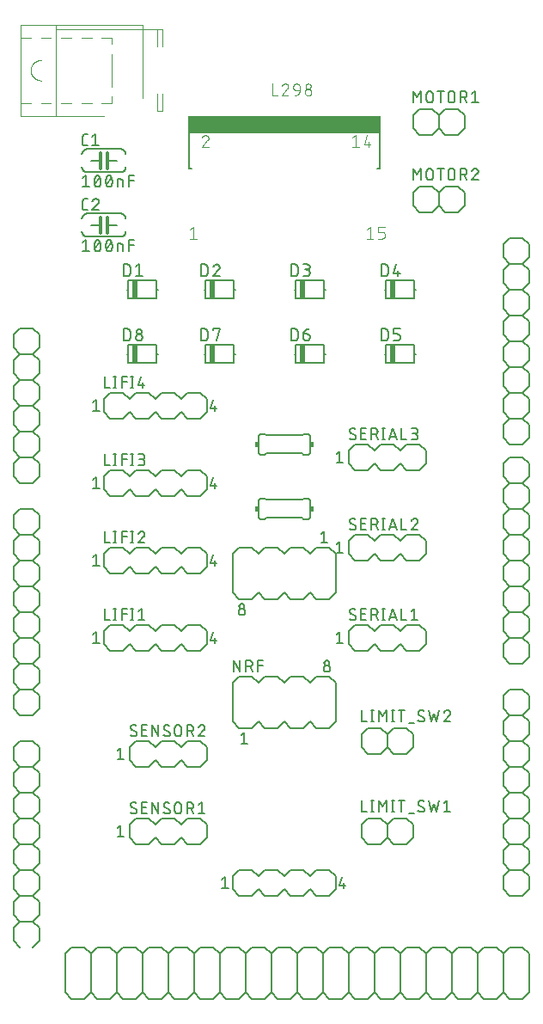
<source format=gto>
G75*
%MOIN*%
%OFA0B0*%
%FSLAX25Y25*%
%IPPOS*%
%LPD*%
%AMOC8*
5,1,8,0,0,1.08239X$1,22.5*
%
%ADD10C,0.00600*%
%ADD11C,0.01200*%
%ADD12C,0.00500*%
%ADD13R,0.02000X0.07000*%
%ADD14C,0.00400*%
%ADD15R,0.74606X0.06594*%
%ADD16C,0.00394*%
%ADD17R,0.01500X0.02000*%
D10*
X0012500Y0036300D02*
X0010000Y0038800D01*
X0010000Y0043800D01*
X0012500Y0046300D01*
X0010000Y0048800D01*
X0010000Y0053800D01*
X0012500Y0056300D01*
X0010000Y0058800D01*
X0010000Y0063800D01*
X0012500Y0066300D01*
X0010000Y0068800D01*
X0010000Y0073800D01*
X0012500Y0076300D01*
X0010000Y0078800D01*
X0010000Y0083800D01*
X0012500Y0086300D01*
X0010000Y0088800D01*
X0010000Y0093800D01*
X0012500Y0096300D01*
X0010000Y0098800D01*
X0010000Y0103800D01*
X0012500Y0106300D01*
X0010000Y0108800D01*
X0010000Y0113800D01*
X0012500Y0116300D01*
X0017500Y0116300D01*
X0020000Y0113800D01*
X0020000Y0108800D01*
X0017500Y0106300D01*
X0012500Y0106300D01*
X0017500Y0106300D02*
X0020000Y0103800D01*
X0020000Y0098800D01*
X0017500Y0096300D01*
X0020000Y0093800D01*
X0020000Y0088800D01*
X0017500Y0086300D01*
X0020000Y0083800D01*
X0020000Y0078800D01*
X0017500Y0076300D01*
X0012500Y0076300D01*
X0012500Y0066300D02*
X0017500Y0066300D01*
X0020000Y0063800D01*
X0020000Y0058800D01*
X0017500Y0056300D01*
X0020000Y0053800D01*
X0020000Y0048800D01*
X0017500Y0046300D01*
X0020000Y0043800D01*
X0020000Y0038800D01*
X0017500Y0036300D01*
X0017500Y0046300D02*
X0012500Y0046300D01*
X0012500Y0056300D02*
X0017500Y0056300D01*
X0017500Y0066300D02*
X0020000Y0068800D01*
X0020000Y0073800D01*
X0017500Y0076300D01*
X0017500Y0086300D02*
X0012500Y0086300D01*
X0012500Y0096300D02*
X0017500Y0096300D01*
X0017500Y0126300D02*
X0012500Y0126300D01*
X0010000Y0128800D01*
X0010000Y0133800D01*
X0012500Y0136300D01*
X0010000Y0138800D01*
X0010000Y0143800D01*
X0012500Y0146300D01*
X0010000Y0148800D01*
X0010000Y0153800D01*
X0012500Y0156300D01*
X0010000Y0158800D01*
X0010000Y0163800D01*
X0012500Y0166300D01*
X0010000Y0168800D01*
X0010000Y0173800D01*
X0012500Y0176300D01*
X0010000Y0178800D01*
X0010000Y0183800D01*
X0012500Y0186300D01*
X0010000Y0188800D01*
X0010000Y0193800D01*
X0012500Y0196300D01*
X0010000Y0198800D01*
X0010000Y0203800D01*
X0012500Y0206300D01*
X0017500Y0206300D01*
X0020000Y0203800D01*
X0020000Y0198800D01*
X0017500Y0196300D01*
X0012500Y0196300D01*
X0017500Y0196300D02*
X0020000Y0193800D01*
X0020000Y0188800D01*
X0017500Y0186300D01*
X0020000Y0183800D01*
X0020000Y0178800D01*
X0017500Y0176300D01*
X0020000Y0173800D01*
X0020000Y0168800D01*
X0017500Y0166300D01*
X0012500Y0166300D01*
X0012500Y0156300D02*
X0017500Y0156300D01*
X0020000Y0153800D01*
X0020000Y0148800D01*
X0017500Y0146300D01*
X0020000Y0143800D01*
X0020000Y0138800D01*
X0017500Y0136300D01*
X0020000Y0133800D01*
X0020000Y0128800D01*
X0017500Y0126300D01*
X0017500Y0136300D02*
X0012500Y0136300D01*
X0012500Y0146300D02*
X0017500Y0146300D01*
X0017500Y0156300D02*
X0020000Y0158800D01*
X0020000Y0163800D01*
X0017500Y0166300D01*
X0017500Y0176300D02*
X0012500Y0176300D01*
X0012500Y0186300D02*
X0017500Y0186300D01*
X0017500Y0216300D02*
X0012500Y0216300D01*
X0010000Y0218800D01*
X0010000Y0223800D01*
X0012500Y0226300D01*
X0010000Y0228800D01*
X0010000Y0233800D01*
X0012500Y0236300D01*
X0010000Y0238800D01*
X0010000Y0243800D01*
X0012500Y0246300D01*
X0010000Y0248800D01*
X0010000Y0253800D01*
X0012500Y0256300D01*
X0010000Y0258800D01*
X0010000Y0263800D01*
X0012500Y0266300D01*
X0010000Y0268800D01*
X0010000Y0273800D01*
X0012500Y0276300D01*
X0017500Y0276300D01*
X0020000Y0273800D01*
X0020000Y0268800D01*
X0017500Y0266300D01*
X0012500Y0266300D01*
X0012500Y0256300D02*
X0017500Y0256300D01*
X0020000Y0253800D01*
X0020000Y0248800D01*
X0017500Y0246300D01*
X0020000Y0243800D01*
X0020000Y0238800D01*
X0017500Y0236300D01*
X0012500Y0236300D01*
X0012500Y0246300D02*
X0017500Y0246300D01*
X0017500Y0236300D02*
X0020000Y0233800D01*
X0020000Y0228800D01*
X0017500Y0226300D01*
X0020000Y0223800D01*
X0020000Y0218800D01*
X0017500Y0216300D01*
X0017500Y0226300D02*
X0012500Y0226300D01*
X0017500Y0256300D02*
X0020000Y0258800D01*
X0020000Y0263800D01*
X0017500Y0266300D01*
X0038500Y0311800D02*
X0051500Y0311800D01*
X0051587Y0311802D01*
X0051674Y0311808D01*
X0051761Y0311817D01*
X0051847Y0311830D01*
X0051933Y0311847D01*
X0052018Y0311868D01*
X0052101Y0311893D01*
X0052184Y0311921D01*
X0052265Y0311952D01*
X0052345Y0311987D01*
X0052423Y0312026D01*
X0052500Y0312068D01*
X0052575Y0312113D01*
X0052647Y0312162D01*
X0052718Y0312213D01*
X0052786Y0312268D01*
X0052851Y0312325D01*
X0052914Y0312386D01*
X0052975Y0312449D01*
X0053032Y0312514D01*
X0053087Y0312582D01*
X0053138Y0312653D01*
X0053187Y0312725D01*
X0053232Y0312800D01*
X0053274Y0312877D01*
X0053313Y0312955D01*
X0053348Y0313035D01*
X0053379Y0313116D01*
X0053407Y0313199D01*
X0053432Y0313282D01*
X0053453Y0313367D01*
X0053470Y0313453D01*
X0053483Y0313539D01*
X0053492Y0313626D01*
X0053498Y0313713D01*
X0053500Y0313800D01*
X0050000Y0316300D02*
X0046300Y0316300D01*
X0043800Y0316300D02*
X0040000Y0316300D01*
X0036500Y0318800D02*
X0036502Y0318887D01*
X0036508Y0318974D01*
X0036517Y0319061D01*
X0036530Y0319147D01*
X0036547Y0319233D01*
X0036568Y0319318D01*
X0036593Y0319401D01*
X0036621Y0319484D01*
X0036652Y0319565D01*
X0036687Y0319645D01*
X0036726Y0319723D01*
X0036768Y0319800D01*
X0036813Y0319875D01*
X0036862Y0319947D01*
X0036913Y0320018D01*
X0036968Y0320086D01*
X0037025Y0320151D01*
X0037086Y0320214D01*
X0037149Y0320275D01*
X0037214Y0320332D01*
X0037282Y0320387D01*
X0037353Y0320438D01*
X0037425Y0320487D01*
X0037500Y0320532D01*
X0037577Y0320574D01*
X0037655Y0320613D01*
X0037735Y0320648D01*
X0037816Y0320679D01*
X0037899Y0320707D01*
X0037982Y0320732D01*
X0038067Y0320753D01*
X0038153Y0320770D01*
X0038239Y0320783D01*
X0038326Y0320792D01*
X0038413Y0320798D01*
X0038500Y0320800D01*
X0051500Y0320800D01*
X0051587Y0320798D01*
X0051674Y0320792D01*
X0051761Y0320783D01*
X0051847Y0320770D01*
X0051933Y0320753D01*
X0052018Y0320732D01*
X0052101Y0320707D01*
X0052184Y0320679D01*
X0052265Y0320648D01*
X0052345Y0320613D01*
X0052423Y0320574D01*
X0052500Y0320532D01*
X0052575Y0320487D01*
X0052647Y0320438D01*
X0052718Y0320387D01*
X0052786Y0320332D01*
X0052851Y0320275D01*
X0052914Y0320214D01*
X0052975Y0320151D01*
X0053032Y0320086D01*
X0053087Y0320018D01*
X0053138Y0319947D01*
X0053187Y0319875D01*
X0053232Y0319800D01*
X0053274Y0319723D01*
X0053313Y0319645D01*
X0053348Y0319565D01*
X0053379Y0319484D01*
X0053407Y0319401D01*
X0053432Y0319318D01*
X0053453Y0319233D01*
X0053470Y0319147D01*
X0053483Y0319061D01*
X0053492Y0318974D01*
X0053498Y0318887D01*
X0053500Y0318800D01*
X0051500Y0336800D02*
X0038500Y0336800D01*
X0038413Y0336802D01*
X0038326Y0336808D01*
X0038239Y0336817D01*
X0038153Y0336830D01*
X0038067Y0336847D01*
X0037982Y0336868D01*
X0037899Y0336893D01*
X0037816Y0336921D01*
X0037735Y0336952D01*
X0037655Y0336987D01*
X0037577Y0337026D01*
X0037500Y0337068D01*
X0037425Y0337113D01*
X0037353Y0337162D01*
X0037282Y0337213D01*
X0037214Y0337268D01*
X0037149Y0337325D01*
X0037086Y0337386D01*
X0037025Y0337449D01*
X0036968Y0337514D01*
X0036913Y0337582D01*
X0036862Y0337653D01*
X0036813Y0337725D01*
X0036768Y0337800D01*
X0036726Y0337877D01*
X0036687Y0337955D01*
X0036652Y0338035D01*
X0036621Y0338116D01*
X0036593Y0338199D01*
X0036568Y0338282D01*
X0036547Y0338367D01*
X0036530Y0338453D01*
X0036517Y0338539D01*
X0036508Y0338626D01*
X0036502Y0338713D01*
X0036500Y0338800D01*
X0036500Y0343800D02*
X0036502Y0343887D01*
X0036508Y0343974D01*
X0036517Y0344061D01*
X0036530Y0344147D01*
X0036547Y0344233D01*
X0036568Y0344318D01*
X0036593Y0344401D01*
X0036621Y0344484D01*
X0036652Y0344565D01*
X0036687Y0344645D01*
X0036726Y0344723D01*
X0036768Y0344800D01*
X0036813Y0344875D01*
X0036862Y0344947D01*
X0036913Y0345018D01*
X0036968Y0345086D01*
X0037025Y0345151D01*
X0037086Y0345214D01*
X0037149Y0345275D01*
X0037214Y0345332D01*
X0037282Y0345387D01*
X0037353Y0345438D01*
X0037425Y0345487D01*
X0037500Y0345532D01*
X0037577Y0345574D01*
X0037655Y0345613D01*
X0037735Y0345648D01*
X0037816Y0345679D01*
X0037899Y0345707D01*
X0037982Y0345732D01*
X0038067Y0345753D01*
X0038153Y0345770D01*
X0038239Y0345783D01*
X0038326Y0345792D01*
X0038413Y0345798D01*
X0038500Y0345800D01*
X0051500Y0345800D01*
X0051587Y0345798D01*
X0051674Y0345792D01*
X0051761Y0345783D01*
X0051847Y0345770D01*
X0051933Y0345753D01*
X0052018Y0345732D01*
X0052101Y0345707D01*
X0052184Y0345679D01*
X0052265Y0345648D01*
X0052345Y0345613D01*
X0052423Y0345574D01*
X0052500Y0345532D01*
X0052575Y0345487D01*
X0052647Y0345438D01*
X0052718Y0345387D01*
X0052786Y0345332D01*
X0052851Y0345275D01*
X0052914Y0345214D01*
X0052975Y0345151D01*
X0053032Y0345086D01*
X0053087Y0345018D01*
X0053138Y0344947D01*
X0053187Y0344875D01*
X0053232Y0344800D01*
X0053274Y0344723D01*
X0053313Y0344645D01*
X0053348Y0344565D01*
X0053379Y0344484D01*
X0053407Y0344401D01*
X0053432Y0344318D01*
X0053453Y0344233D01*
X0053470Y0344147D01*
X0053483Y0344061D01*
X0053492Y0343974D01*
X0053498Y0343887D01*
X0053500Y0343800D01*
X0050000Y0341300D02*
X0046300Y0341300D01*
X0043800Y0341300D02*
X0040000Y0341300D01*
X0051500Y0336800D02*
X0051587Y0336802D01*
X0051674Y0336808D01*
X0051761Y0336817D01*
X0051847Y0336830D01*
X0051933Y0336847D01*
X0052018Y0336868D01*
X0052101Y0336893D01*
X0052184Y0336921D01*
X0052265Y0336952D01*
X0052345Y0336987D01*
X0052423Y0337026D01*
X0052500Y0337068D01*
X0052575Y0337113D01*
X0052647Y0337162D01*
X0052718Y0337213D01*
X0052786Y0337268D01*
X0052851Y0337325D01*
X0052914Y0337386D01*
X0052975Y0337449D01*
X0053032Y0337514D01*
X0053087Y0337582D01*
X0053138Y0337653D01*
X0053187Y0337725D01*
X0053232Y0337800D01*
X0053274Y0337877D01*
X0053313Y0337955D01*
X0053348Y0338035D01*
X0053379Y0338116D01*
X0053407Y0338199D01*
X0053432Y0338282D01*
X0053453Y0338367D01*
X0053470Y0338453D01*
X0053483Y0338539D01*
X0053492Y0338626D01*
X0053498Y0338713D01*
X0053500Y0338800D01*
X0036500Y0313800D02*
X0036502Y0313713D01*
X0036508Y0313626D01*
X0036517Y0313539D01*
X0036530Y0313453D01*
X0036547Y0313367D01*
X0036568Y0313282D01*
X0036593Y0313199D01*
X0036621Y0313116D01*
X0036652Y0313035D01*
X0036687Y0312955D01*
X0036726Y0312877D01*
X0036768Y0312800D01*
X0036813Y0312725D01*
X0036862Y0312653D01*
X0036913Y0312582D01*
X0036968Y0312514D01*
X0037025Y0312449D01*
X0037086Y0312386D01*
X0037149Y0312325D01*
X0037214Y0312268D01*
X0037282Y0312213D01*
X0037353Y0312162D01*
X0037425Y0312113D01*
X0037500Y0312068D01*
X0037577Y0312026D01*
X0037655Y0311987D01*
X0037735Y0311952D01*
X0037816Y0311921D01*
X0037899Y0311893D01*
X0037982Y0311868D01*
X0038067Y0311847D01*
X0038153Y0311830D01*
X0038239Y0311817D01*
X0038326Y0311808D01*
X0038413Y0311802D01*
X0038500Y0311800D01*
X0054000Y0291300D02*
X0054500Y0291300D01*
X0054500Y0287800D01*
X0065500Y0287800D01*
X0065500Y0291300D01*
X0065500Y0294800D01*
X0054500Y0294800D01*
X0054500Y0291300D01*
X0065500Y0291300D02*
X0066000Y0291300D01*
X0065500Y0269800D02*
X0054500Y0269800D01*
X0054500Y0266300D01*
X0054500Y0262800D01*
X0065500Y0262800D01*
X0065500Y0266300D01*
X0065500Y0269800D01*
X0065500Y0266300D02*
X0066000Y0266300D01*
X0067500Y0251300D02*
X0065000Y0248800D01*
X0062500Y0251300D01*
X0057500Y0251300D01*
X0055000Y0248800D01*
X0052500Y0251300D01*
X0047500Y0251300D01*
X0045000Y0248800D01*
X0045000Y0243800D01*
X0047500Y0241300D01*
X0052500Y0241300D01*
X0055000Y0243800D01*
X0057500Y0241300D01*
X0062500Y0241300D01*
X0065000Y0243800D01*
X0067500Y0241300D01*
X0072500Y0241300D01*
X0075000Y0243800D01*
X0077500Y0241300D01*
X0082500Y0241300D01*
X0085000Y0243800D01*
X0085000Y0248800D01*
X0082500Y0251300D01*
X0077500Y0251300D01*
X0075000Y0248800D01*
X0072500Y0251300D01*
X0067500Y0251300D01*
X0054500Y0266300D02*
X0054000Y0266300D01*
X0052500Y0221300D02*
X0047500Y0221300D01*
X0045000Y0218800D01*
X0045000Y0213800D01*
X0047500Y0211300D01*
X0052500Y0211300D01*
X0055000Y0213800D01*
X0057500Y0211300D01*
X0062500Y0211300D01*
X0065000Y0213800D01*
X0067500Y0211300D01*
X0072500Y0211300D01*
X0075000Y0213800D01*
X0077500Y0211300D01*
X0082500Y0211300D01*
X0085000Y0213800D01*
X0085000Y0218800D01*
X0082500Y0221300D01*
X0077500Y0221300D01*
X0075000Y0218800D01*
X0072500Y0221300D01*
X0067500Y0221300D01*
X0065000Y0218800D01*
X0062500Y0221300D01*
X0057500Y0221300D01*
X0055000Y0218800D01*
X0052500Y0221300D01*
X0052500Y0191300D02*
X0047500Y0191300D01*
X0045000Y0188800D01*
X0045000Y0183800D01*
X0047500Y0181300D01*
X0052500Y0181300D01*
X0055000Y0183800D01*
X0057500Y0181300D01*
X0062500Y0181300D01*
X0065000Y0183800D01*
X0067500Y0181300D01*
X0072500Y0181300D01*
X0075000Y0183800D01*
X0077500Y0181300D01*
X0082500Y0181300D01*
X0085000Y0183800D01*
X0085000Y0188800D01*
X0082500Y0191300D01*
X0077500Y0191300D01*
X0075000Y0188800D01*
X0072500Y0191300D01*
X0067500Y0191300D01*
X0065000Y0188800D01*
X0062500Y0191300D01*
X0057500Y0191300D01*
X0055000Y0188800D01*
X0052500Y0191300D01*
X0052500Y0161300D02*
X0047500Y0161300D01*
X0045000Y0158800D01*
X0045000Y0153800D01*
X0047500Y0151300D01*
X0052500Y0151300D01*
X0055000Y0153800D01*
X0057500Y0151300D01*
X0062500Y0151300D01*
X0065000Y0153800D01*
X0067500Y0151300D01*
X0072500Y0151300D01*
X0075000Y0153800D01*
X0077500Y0151300D01*
X0082500Y0151300D01*
X0085000Y0153800D01*
X0085000Y0158800D01*
X0082500Y0161300D01*
X0077500Y0161300D01*
X0075000Y0158800D01*
X0072500Y0161300D01*
X0067500Y0161300D01*
X0065000Y0158800D01*
X0062500Y0161300D01*
X0057500Y0161300D01*
X0055000Y0158800D01*
X0052500Y0161300D01*
X0057500Y0116300D02*
X0055000Y0113800D01*
X0055000Y0108800D01*
X0057500Y0106300D01*
X0062500Y0106300D01*
X0065000Y0108800D01*
X0067500Y0106300D01*
X0072500Y0106300D01*
X0075000Y0108800D01*
X0077500Y0106300D01*
X0082500Y0106300D01*
X0085000Y0108800D01*
X0085000Y0113800D01*
X0082500Y0116300D01*
X0077500Y0116300D01*
X0075000Y0113800D01*
X0072500Y0116300D01*
X0067500Y0116300D01*
X0065000Y0113800D01*
X0062500Y0116300D01*
X0057500Y0116300D01*
X0057500Y0086300D02*
X0055000Y0083800D01*
X0055000Y0078800D01*
X0057500Y0076300D01*
X0062500Y0076300D01*
X0065000Y0078800D01*
X0067500Y0076300D01*
X0072500Y0076300D01*
X0075000Y0078800D01*
X0077500Y0076300D01*
X0082500Y0076300D01*
X0085000Y0078800D01*
X0085000Y0083800D01*
X0082500Y0086300D01*
X0077500Y0086300D01*
X0075000Y0083800D01*
X0072500Y0086300D01*
X0067500Y0086300D01*
X0065000Y0083800D01*
X0062500Y0086300D01*
X0057500Y0086300D01*
X0057500Y0036300D02*
X0052500Y0036300D01*
X0050000Y0033800D01*
X0050000Y0018800D01*
X0047500Y0016300D01*
X0042500Y0016300D01*
X0040000Y0018800D01*
X0040000Y0033800D01*
X0042500Y0036300D01*
X0047500Y0036300D01*
X0050000Y0033800D01*
X0057500Y0036300D02*
X0060000Y0033800D01*
X0060000Y0018800D01*
X0057500Y0016300D01*
X0052500Y0016300D01*
X0050000Y0018800D01*
X0060000Y0018800D02*
X0062500Y0016300D01*
X0067500Y0016300D01*
X0070000Y0018800D01*
X0070000Y0033800D01*
X0072500Y0036300D01*
X0077500Y0036300D01*
X0080000Y0033800D01*
X0080000Y0018800D01*
X0077500Y0016300D01*
X0072500Y0016300D01*
X0070000Y0018800D01*
X0080000Y0018800D02*
X0082500Y0016300D01*
X0087500Y0016300D01*
X0090000Y0018800D01*
X0090000Y0033800D01*
X0092500Y0036300D01*
X0097500Y0036300D01*
X0100000Y0033800D01*
X0100000Y0018800D01*
X0097500Y0016300D01*
X0092500Y0016300D01*
X0090000Y0018800D01*
X0090000Y0033800D02*
X0087500Y0036300D01*
X0082500Y0036300D01*
X0080000Y0033800D01*
X0070000Y0033800D02*
X0067500Y0036300D01*
X0062500Y0036300D01*
X0060000Y0033800D01*
X0040000Y0033800D02*
X0037500Y0036300D01*
X0032500Y0036300D01*
X0030000Y0033800D01*
X0030000Y0018800D01*
X0032500Y0016300D01*
X0037500Y0016300D01*
X0040000Y0018800D01*
X0095000Y0058800D02*
X0097500Y0056300D01*
X0102500Y0056300D01*
X0105000Y0058800D01*
X0107500Y0056300D01*
X0112500Y0056300D01*
X0115000Y0058800D01*
X0117500Y0056300D01*
X0122500Y0056300D01*
X0125000Y0058800D01*
X0127500Y0056300D01*
X0132500Y0056300D01*
X0135000Y0058800D01*
X0135000Y0063800D01*
X0132500Y0066300D01*
X0127500Y0066300D01*
X0125000Y0063800D01*
X0122500Y0066300D01*
X0117500Y0066300D01*
X0115000Y0063800D01*
X0112500Y0066300D01*
X0107500Y0066300D01*
X0105000Y0063800D01*
X0102500Y0066300D01*
X0097500Y0066300D01*
X0095000Y0063800D01*
X0095000Y0058800D01*
X0102500Y0036300D02*
X0100000Y0033800D01*
X0102500Y0036300D02*
X0107500Y0036300D01*
X0110000Y0033800D01*
X0110000Y0018800D01*
X0107500Y0016300D01*
X0102500Y0016300D01*
X0100000Y0018800D01*
X0110000Y0018800D02*
X0112500Y0016300D01*
X0117500Y0016300D01*
X0120000Y0018800D01*
X0120000Y0033800D01*
X0122500Y0036300D01*
X0127500Y0036300D01*
X0130000Y0033800D01*
X0130000Y0018800D01*
X0127500Y0016300D01*
X0122500Y0016300D01*
X0120000Y0018800D01*
X0120000Y0033800D02*
X0117500Y0036300D01*
X0112500Y0036300D01*
X0110000Y0033800D01*
X0130000Y0033800D02*
X0132500Y0036300D01*
X0137500Y0036300D01*
X0140000Y0033800D01*
X0140000Y0018800D01*
X0137500Y0016300D01*
X0132500Y0016300D01*
X0130000Y0018800D01*
X0140000Y0018800D02*
X0142500Y0016300D01*
X0147500Y0016300D01*
X0150000Y0018800D01*
X0150000Y0033800D01*
X0147500Y0036300D01*
X0142500Y0036300D01*
X0140000Y0033800D01*
X0150000Y0033800D02*
X0152500Y0036300D01*
X0157500Y0036300D01*
X0160000Y0033800D01*
X0160000Y0018800D01*
X0157500Y0016300D01*
X0152500Y0016300D01*
X0150000Y0018800D01*
X0160000Y0018800D02*
X0162500Y0016300D01*
X0167500Y0016300D01*
X0170000Y0018800D01*
X0170000Y0033800D01*
X0167500Y0036300D01*
X0162500Y0036300D01*
X0160000Y0033800D01*
X0170000Y0033800D02*
X0172500Y0036300D01*
X0177500Y0036300D01*
X0180000Y0033800D01*
X0180000Y0018800D01*
X0177500Y0016300D01*
X0172500Y0016300D01*
X0170000Y0018800D01*
X0180000Y0018800D02*
X0182500Y0016300D01*
X0187500Y0016300D01*
X0190000Y0018800D01*
X0190000Y0033800D01*
X0187500Y0036300D01*
X0182500Y0036300D01*
X0180000Y0033800D01*
X0190000Y0033800D02*
X0192500Y0036300D01*
X0197500Y0036300D01*
X0200000Y0033800D01*
X0200000Y0018800D01*
X0197500Y0016300D01*
X0192500Y0016300D01*
X0190000Y0018800D01*
X0200000Y0018800D02*
X0202500Y0016300D01*
X0207500Y0016300D01*
X0210000Y0018800D01*
X0210000Y0033800D01*
X0207500Y0036300D01*
X0202500Y0036300D01*
X0200000Y0033800D01*
X0202500Y0056300D02*
X0200000Y0058800D01*
X0200000Y0063800D01*
X0202500Y0066300D01*
X0207500Y0066300D01*
X0210000Y0063800D01*
X0210000Y0058800D01*
X0207500Y0056300D01*
X0202500Y0056300D01*
X0202500Y0066300D02*
X0200000Y0068800D01*
X0200000Y0073800D01*
X0202500Y0076300D01*
X0200000Y0078800D01*
X0200000Y0083800D01*
X0202500Y0086300D01*
X0200000Y0088800D01*
X0200000Y0093800D01*
X0202500Y0096300D01*
X0207500Y0096300D01*
X0210000Y0093800D01*
X0210000Y0088800D01*
X0207500Y0086300D01*
X0210000Y0083800D01*
X0210000Y0078800D01*
X0207500Y0076300D01*
X0210000Y0073800D01*
X0210000Y0068800D01*
X0207500Y0066300D01*
X0207500Y0076300D02*
X0202500Y0076300D01*
X0202500Y0086300D02*
X0207500Y0086300D01*
X0207500Y0096300D02*
X0210000Y0098800D01*
X0210000Y0103800D01*
X0207500Y0106300D01*
X0210000Y0108800D01*
X0210000Y0113800D01*
X0207500Y0116300D01*
X0210000Y0118800D01*
X0210000Y0123800D01*
X0207500Y0126300D01*
X0210000Y0128800D01*
X0210000Y0133800D01*
X0207500Y0136300D01*
X0202500Y0136300D01*
X0200000Y0133800D01*
X0200000Y0128800D01*
X0202500Y0126300D01*
X0207500Y0126300D01*
X0202500Y0126300D02*
X0200000Y0123800D01*
X0200000Y0118800D01*
X0202500Y0116300D01*
X0207500Y0116300D01*
X0202500Y0116300D02*
X0200000Y0113800D01*
X0200000Y0108800D01*
X0202500Y0106300D01*
X0207500Y0106300D01*
X0202500Y0106300D02*
X0200000Y0103800D01*
X0200000Y0098800D01*
X0202500Y0096300D01*
X0202500Y0146300D02*
X0200000Y0148800D01*
X0200000Y0153800D01*
X0202500Y0156300D01*
X0207500Y0156300D01*
X0210000Y0153800D01*
X0210000Y0148800D01*
X0207500Y0146300D01*
X0202500Y0146300D01*
X0202500Y0156300D02*
X0200000Y0158800D01*
X0200000Y0163800D01*
X0202500Y0166300D01*
X0200000Y0168800D01*
X0200000Y0173800D01*
X0202500Y0176300D01*
X0200000Y0178800D01*
X0200000Y0183800D01*
X0202500Y0186300D01*
X0207500Y0186300D01*
X0210000Y0183800D01*
X0210000Y0178800D01*
X0207500Y0176300D01*
X0210000Y0173800D01*
X0210000Y0168800D01*
X0207500Y0166300D01*
X0210000Y0163800D01*
X0210000Y0158800D01*
X0207500Y0156300D01*
X0207500Y0166300D02*
X0202500Y0166300D01*
X0202500Y0176300D02*
X0207500Y0176300D01*
X0207500Y0186300D02*
X0210000Y0188800D01*
X0210000Y0193800D01*
X0207500Y0196300D01*
X0210000Y0198800D01*
X0210000Y0203800D01*
X0207500Y0206300D01*
X0210000Y0208800D01*
X0210000Y0213800D01*
X0207500Y0216300D01*
X0210000Y0218800D01*
X0210000Y0223800D01*
X0207500Y0226300D01*
X0202500Y0226300D01*
X0200000Y0223800D01*
X0200000Y0218800D01*
X0202500Y0216300D01*
X0207500Y0216300D01*
X0202500Y0216300D02*
X0200000Y0213800D01*
X0200000Y0208800D01*
X0202500Y0206300D01*
X0207500Y0206300D01*
X0202500Y0206300D02*
X0200000Y0203800D01*
X0200000Y0198800D01*
X0202500Y0196300D01*
X0207500Y0196300D01*
X0202500Y0196300D02*
X0200000Y0193800D01*
X0200000Y0188800D01*
X0202500Y0186300D01*
X0202500Y0231300D02*
X0200000Y0233800D01*
X0200000Y0238800D01*
X0202500Y0241300D01*
X0207500Y0241300D01*
X0210000Y0238800D01*
X0210000Y0233800D01*
X0207500Y0231300D01*
X0202500Y0231300D01*
X0202500Y0241300D02*
X0200000Y0243800D01*
X0200000Y0248800D01*
X0202500Y0251300D01*
X0200000Y0253800D01*
X0200000Y0258800D01*
X0202500Y0261300D01*
X0200000Y0263800D01*
X0200000Y0268800D01*
X0202500Y0271300D01*
X0207500Y0271300D01*
X0210000Y0268800D01*
X0210000Y0263800D01*
X0207500Y0261300D01*
X0210000Y0258800D01*
X0210000Y0253800D01*
X0207500Y0251300D01*
X0210000Y0248800D01*
X0210000Y0243800D01*
X0207500Y0241300D01*
X0207500Y0251300D02*
X0202500Y0251300D01*
X0202500Y0261300D02*
X0207500Y0261300D01*
X0207500Y0271300D02*
X0210000Y0273800D01*
X0210000Y0278800D01*
X0207500Y0281300D01*
X0210000Y0283800D01*
X0210000Y0288800D01*
X0207500Y0291300D01*
X0210000Y0293800D01*
X0210000Y0298800D01*
X0207500Y0301300D01*
X0210000Y0303800D01*
X0210000Y0308800D01*
X0207500Y0311300D01*
X0202500Y0311300D01*
X0200000Y0308800D01*
X0200000Y0303800D01*
X0202500Y0301300D01*
X0207500Y0301300D01*
X0202500Y0301300D02*
X0200000Y0298800D01*
X0200000Y0293800D01*
X0202500Y0291300D01*
X0207500Y0291300D01*
X0202500Y0291300D02*
X0200000Y0288800D01*
X0200000Y0283800D01*
X0202500Y0281300D01*
X0207500Y0281300D01*
X0202500Y0281300D02*
X0200000Y0278800D01*
X0200000Y0273800D01*
X0202500Y0271300D01*
X0182500Y0321300D02*
X0177500Y0321300D01*
X0175000Y0323800D01*
X0172500Y0321300D01*
X0167500Y0321300D01*
X0165000Y0323800D01*
X0165000Y0328800D01*
X0167500Y0331300D01*
X0172500Y0331300D01*
X0175000Y0328800D01*
X0177500Y0331300D01*
X0182500Y0331300D01*
X0185000Y0328800D01*
X0185000Y0323800D01*
X0182500Y0321300D01*
X0175000Y0323800D02*
X0175000Y0328800D01*
X0172500Y0351300D02*
X0167500Y0351300D01*
X0165000Y0353800D01*
X0165000Y0358800D01*
X0167500Y0361300D01*
X0172500Y0361300D01*
X0175000Y0358800D01*
X0177500Y0361300D01*
X0182500Y0361300D01*
X0185000Y0358800D01*
X0185000Y0353800D01*
X0182500Y0351300D01*
X0177500Y0351300D01*
X0175000Y0353800D01*
X0172500Y0351300D01*
X0175000Y0353800D02*
X0175000Y0358800D01*
X0152000Y0352300D02*
X0152000Y0338300D01*
X0151000Y0338300D01*
X0154500Y0294800D02*
X0154500Y0291300D01*
X0154500Y0287800D01*
X0165500Y0287800D01*
X0165500Y0291300D01*
X0165500Y0294800D01*
X0154500Y0294800D01*
X0154500Y0291300D02*
X0154000Y0291300D01*
X0165500Y0291300D02*
X0166000Y0291300D01*
X0165500Y0269800D02*
X0154500Y0269800D01*
X0154500Y0266300D01*
X0154500Y0262800D01*
X0165500Y0262800D01*
X0165500Y0266300D01*
X0165500Y0269800D01*
X0165500Y0266300D02*
X0166000Y0266300D01*
X0154500Y0266300D02*
X0154000Y0266300D01*
X0152500Y0231300D02*
X0150000Y0228800D01*
X0147500Y0231300D01*
X0142500Y0231300D01*
X0140000Y0228800D01*
X0140000Y0223800D01*
X0142500Y0221300D01*
X0147500Y0221300D01*
X0150000Y0223800D01*
X0152500Y0221300D01*
X0157500Y0221300D01*
X0160000Y0223800D01*
X0162500Y0221300D01*
X0167500Y0221300D01*
X0170000Y0223800D01*
X0170000Y0228800D01*
X0167500Y0231300D01*
X0162500Y0231300D01*
X0160000Y0228800D01*
X0157500Y0231300D01*
X0152500Y0231300D01*
X0152500Y0196300D02*
X0157500Y0196300D01*
X0160000Y0193800D01*
X0162500Y0196300D01*
X0167500Y0196300D01*
X0170000Y0193800D01*
X0170000Y0188800D01*
X0167500Y0186300D01*
X0162500Y0186300D01*
X0160000Y0188800D01*
X0157500Y0186300D01*
X0152500Y0186300D01*
X0150000Y0188800D01*
X0147500Y0186300D01*
X0142500Y0186300D01*
X0140000Y0188800D01*
X0140000Y0193800D01*
X0142500Y0196300D01*
X0147500Y0196300D01*
X0150000Y0193800D01*
X0152500Y0196300D01*
X0135000Y0188800D02*
X0135000Y0173800D01*
X0132500Y0171300D01*
X0127500Y0171300D01*
X0125000Y0173800D01*
X0122500Y0171300D01*
X0117500Y0171300D01*
X0115000Y0173800D01*
X0112500Y0171300D01*
X0107500Y0171300D01*
X0105000Y0173800D01*
X0102500Y0171300D01*
X0097500Y0171300D01*
X0095000Y0173800D01*
X0095000Y0188800D01*
X0097500Y0191300D01*
X0102500Y0191300D01*
X0105000Y0188800D01*
X0107500Y0191300D01*
X0112500Y0191300D01*
X0115000Y0188800D01*
X0117500Y0191300D01*
X0122500Y0191300D01*
X0125000Y0188800D01*
X0127500Y0191300D01*
X0132500Y0191300D01*
X0135000Y0188800D01*
X0124000Y0202300D02*
X0122500Y0202300D01*
X0122000Y0202800D01*
X0108000Y0202800D01*
X0107500Y0202300D01*
X0106000Y0202300D01*
X0105940Y0202302D01*
X0105879Y0202307D01*
X0105820Y0202316D01*
X0105761Y0202329D01*
X0105702Y0202345D01*
X0105645Y0202365D01*
X0105590Y0202388D01*
X0105535Y0202415D01*
X0105483Y0202444D01*
X0105432Y0202477D01*
X0105383Y0202513D01*
X0105337Y0202551D01*
X0105293Y0202593D01*
X0105251Y0202637D01*
X0105213Y0202683D01*
X0105177Y0202732D01*
X0105144Y0202783D01*
X0105115Y0202835D01*
X0105088Y0202890D01*
X0105065Y0202945D01*
X0105045Y0203002D01*
X0105029Y0203061D01*
X0105016Y0203120D01*
X0105007Y0203179D01*
X0105002Y0203240D01*
X0105000Y0203300D01*
X0105000Y0209300D01*
X0105002Y0209360D01*
X0105007Y0209421D01*
X0105016Y0209480D01*
X0105029Y0209539D01*
X0105045Y0209598D01*
X0105065Y0209655D01*
X0105088Y0209710D01*
X0105115Y0209765D01*
X0105144Y0209817D01*
X0105177Y0209868D01*
X0105213Y0209917D01*
X0105251Y0209963D01*
X0105293Y0210007D01*
X0105337Y0210049D01*
X0105383Y0210087D01*
X0105432Y0210123D01*
X0105483Y0210156D01*
X0105535Y0210185D01*
X0105590Y0210212D01*
X0105645Y0210235D01*
X0105702Y0210255D01*
X0105761Y0210271D01*
X0105820Y0210284D01*
X0105879Y0210293D01*
X0105940Y0210298D01*
X0106000Y0210300D01*
X0107500Y0210300D01*
X0108000Y0209800D01*
X0122000Y0209800D01*
X0122500Y0210300D01*
X0124000Y0210300D01*
X0124060Y0210298D01*
X0124121Y0210293D01*
X0124180Y0210284D01*
X0124239Y0210271D01*
X0124298Y0210255D01*
X0124355Y0210235D01*
X0124410Y0210212D01*
X0124465Y0210185D01*
X0124517Y0210156D01*
X0124568Y0210123D01*
X0124617Y0210087D01*
X0124663Y0210049D01*
X0124707Y0210007D01*
X0124749Y0209963D01*
X0124787Y0209917D01*
X0124823Y0209868D01*
X0124856Y0209817D01*
X0124885Y0209765D01*
X0124912Y0209710D01*
X0124935Y0209655D01*
X0124955Y0209598D01*
X0124971Y0209539D01*
X0124984Y0209480D01*
X0124993Y0209421D01*
X0124998Y0209360D01*
X0125000Y0209300D01*
X0125000Y0203300D01*
X0124998Y0203240D01*
X0124993Y0203179D01*
X0124984Y0203120D01*
X0124971Y0203061D01*
X0124955Y0203002D01*
X0124935Y0202945D01*
X0124912Y0202890D01*
X0124885Y0202835D01*
X0124856Y0202783D01*
X0124823Y0202732D01*
X0124787Y0202683D01*
X0124749Y0202637D01*
X0124707Y0202593D01*
X0124663Y0202551D01*
X0124617Y0202513D01*
X0124568Y0202477D01*
X0124517Y0202444D01*
X0124465Y0202415D01*
X0124410Y0202388D01*
X0124355Y0202365D01*
X0124298Y0202345D01*
X0124239Y0202329D01*
X0124180Y0202316D01*
X0124121Y0202307D01*
X0124060Y0202302D01*
X0124000Y0202300D01*
X0124000Y0227300D02*
X0122500Y0227300D01*
X0122000Y0227800D01*
X0108000Y0227800D01*
X0107500Y0227300D01*
X0106000Y0227300D01*
X0105940Y0227302D01*
X0105879Y0227307D01*
X0105820Y0227316D01*
X0105761Y0227329D01*
X0105702Y0227345D01*
X0105645Y0227365D01*
X0105590Y0227388D01*
X0105535Y0227415D01*
X0105483Y0227444D01*
X0105432Y0227477D01*
X0105383Y0227513D01*
X0105337Y0227551D01*
X0105293Y0227593D01*
X0105251Y0227637D01*
X0105213Y0227683D01*
X0105177Y0227732D01*
X0105144Y0227783D01*
X0105115Y0227835D01*
X0105088Y0227890D01*
X0105065Y0227945D01*
X0105045Y0228002D01*
X0105029Y0228061D01*
X0105016Y0228120D01*
X0105007Y0228179D01*
X0105002Y0228240D01*
X0105000Y0228300D01*
X0105000Y0234300D01*
X0105002Y0234360D01*
X0105007Y0234421D01*
X0105016Y0234480D01*
X0105029Y0234539D01*
X0105045Y0234598D01*
X0105065Y0234655D01*
X0105088Y0234710D01*
X0105115Y0234765D01*
X0105144Y0234817D01*
X0105177Y0234868D01*
X0105213Y0234917D01*
X0105251Y0234963D01*
X0105293Y0235007D01*
X0105337Y0235049D01*
X0105383Y0235087D01*
X0105432Y0235123D01*
X0105483Y0235156D01*
X0105535Y0235185D01*
X0105590Y0235212D01*
X0105645Y0235235D01*
X0105702Y0235255D01*
X0105761Y0235271D01*
X0105820Y0235284D01*
X0105879Y0235293D01*
X0105940Y0235298D01*
X0106000Y0235300D01*
X0107500Y0235300D01*
X0108000Y0234800D01*
X0122000Y0234800D01*
X0122500Y0235300D01*
X0124000Y0235300D01*
X0124060Y0235298D01*
X0124121Y0235293D01*
X0124180Y0235284D01*
X0124239Y0235271D01*
X0124298Y0235255D01*
X0124355Y0235235D01*
X0124410Y0235212D01*
X0124465Y0235185D01*
X0124517Y0235156D01*
X0124568Y0235123D01*
X0124617Y0235087D01*
X0124663Y0235049D01*
X0124707Y0235007D01*
X0124749Y0234963D01*
X0124787Y0234917D01*
X0124823Y0234868D01*
X0124856Y0234817D01*
X0124885Y0234765D01*
X0124912Y0234710D01*
X0124935Y0234655D01*
X0124955Y0234598D01*
X0124971Y0234539D01*
X0124984Y0234480D01*
X0124993Y0234421D01*
X0124998Y0234360D01*
X0125000Y0234300D01*
X0125000Y0228300D01*
X0124998Y0228240D01*
X0124993Y0228179D01*
X0124984Y0228120D01*
X0124971Y0228061D01*
X0124955Y0228002D01*
X0124935Y0227945D01*
X0124912Y0227890D01*
X0124885Y0227835D01*
X0124856Y0227783D01*
X0124823Y0227732D01*
X0124787Y0227683D01*
X0124749Y0227637D01*
X0124707Y0227593D01*
X0124663Y0227551D01*
X0124617Y0227513D01*
X0124568Y0227477D01*
X0124517Y0227444D01*
X0124465Y0227415D01*
X0124410Y0227388D01*
X0124355Y0227365D01*
X0124298Y0227345D01*
X0124239Y0227329D01*
X0124180Y0227316D01*
X0124121Y0227307D01*
X0124060Y0227302D01*
X0124000Y0227300D01*
X0119500Y0262800D02*
X0119500Y0266300D01*
X0119500Y0269800D01*
X0130500Y0269800D01*
X0130500Y0266300D01*
X0130500Y0262800D01*
X0119500Y0262800D01*
X0119500Y0266300D02*
X0119000Y0266300D01*
X0130500Y0266300D02*
X0131000Y0266300D01*
X0130500Y0287800D02*
X0119500Y0287800D01*
X0119500Y0291300D01*
X0119500Y0294800D01*
X0130500Y0294800D01*
X0130500Y0291300D01*
X0130500Y0287800D01*
X0130500Y0291300D02*
X0131000Y0291300D01*
X0119500Y0291300D02*
X0119000Y0291300D01*
X0096000Y0291300D02*
X0095500Y0291300D01*
X0095500Y0294800D01*
X0084500Y0294800D01*
X0084500Y0291300D01*
X0084500Y0287800D01*
X0095500Y0287800D01*
X0095500Y0291300D01*
X0084500Y0291300D02*
X0084000Y0291300D01*
X0084500Y0269800D02*
X0084500Y0266300D01*
X0084500Y0262800D01*
X0095500Y0262800D01*
X0095500Y0266300D01*
X0095500Y0269800D01*
X0084500Y0269800D01*
X0084500Y0266300D02*
X0084000Y0266300D01*
X0095500Y0266300D02*
X0096000Y0266300D01*
X0079000Y0338300D02*
X0078000Y0338300D01*
X0078000Y0352300D01*
X0142500Y0161300D02*
X0140000Y0158800D01*
X0140000Y0153800D01*
X0142500Y0151300D01*
X0147500Y0151300D01*
X0150000Y0153800D01*
X0152500Y0151300D01*
X0157500Y0151300D01*
X0160000Y0153800D01*
X0162500Y0151300D01*
X0167500Y0151300D01*
X0170000Y0153800D01*
X0170000Y0158800D01*
X0167500Y0161300D01*
X0162500Y0161300D01*
X0160000Y0158800D01*
X0157500Y0161300D01*
X0152500Y0161300D01*
X0150000Y0158800D01*
X0147500Y0161300D01*
X0142500Y0161300D01*
X0132500Y0141300D02*
X0135000Y0138800D01*
X0135000Y0123800D01*
X0132500Y0121300D01*
X0127500Y0121300D01*
X0125000Y0123800D01*
X0122500Y0121300D01*
X0117500Y0121300D01*
X0115000Y0123800D01*
X0112500Y0121300D01*
X0107500Y0121300D01*
X0105000Y0123800D01*
X0102500Y0121300D01*
X0097500Y0121300D01*
X0095000Y0123800D01*
X0095000Y0138800D01*
X0097500Y0141300D01*
X0102500Y0141300D01*
X0105000Y0138800D01*
X0107500Y0141300D01*
X0112500Y0141300D01*
X0115000Y0138800D01*
X0117500Y0141300D01*
X0122500Y0141300D01*
X0125000Y0138800D01*
X0127500Y0141300D01*
X0132500Y0141300D01*
X0147500Y0121300D02*
X0145000Y0118800D01*
X0145000Y0113800D01*
X0147500Y0111300D01*
X0152500Y0111300D01*
X0155000Y0113800D01*
X0157500Y0111300D01*
X0162500Y0111300D01*
X0165000Y0113800D01*
X0165000Y0118800D01*
X0162500Y0121300D01*
X0157500Y0121300D01*
X0155000Y0118800D01*
X0155000Y0113800D01*
X0155000Y0118800D02*
X0152500Y0121300D01*
X0147500Y0121300D01*
X0147500Y0086300D02*
X0145000Y0083800D01*
X0145000Y0078800D01*
X0147500Y0076300D01*
X0152500Y0076300D01*
X0155000Y0078800D01*
X0157500Y0076300D01*
X0162500Y0076300D01*
X0165000Y0078800D01*
X0165000Y0083800D01*
X0162500Y0086300D01*
X0157500Y0086300D01*
X0155000Y0083800D01*
X0155000Y0078800D01*
X0155000Y0083800D02*
X0152500Y0086300D01*
X0147500Y0086300D01*
D11*
X0046300Y0313300D02*
X0046300Y0316300D01*
X0046300Y0319300D01*
X0043800Y0319300D02*
X0043800Y0316300D01*
X0043800Y0313300D01*
X0043800Y0338300D02*
X0043800Y0341300D01*
X0043800Y0344300D01*
X0046300Y0344300D02*
X0046300Y0341300D01*
X0046300Y0338300D01*
D12*
X0047000Y0335550D02*
X0047060Y0335548D01*
X0047120Y0335542D01*
X0047180Y0335532D01*
X0047239Y0335519D01*
X0047297Y0335501D01*
X0047353Y0335480D01*
X0047408Y0335455D01*
X0047461Y0335427D01*
X0047513Y0335395D01*
X0047562Y0335360D01*
X0047609Y0335322D01*
X0047653Y0335280D01*
X0047694Y0335236D01*
X0047733Y0335190D01*
X0047768Y0335141D01*
X0047800Y0335090D01*
X0047828Y0335036D01*
X0047854Y0334981D01*
X0047875Y0334925D01*
X0048000Y0334550D02*
X0046000Y0332050D01*
X0047000Y0331050D02*
X0047060Y0331052D01*
X0047120Y0331058D01*
X0047180Y0331068D01*
X0047239Y0331081D01*
X0047297Y0331099D01*
X0047353Y0331120D01*
X0047408Y0331145D01*
X0047461Y0331173D01*
X0047513Y0331205D01*
X0047562Y0331240D01*
X0047609Y0331278D01*
X0047653Y0331320D01*
X0047694Y0331364D01*
X0047733Y0331410D01*
X0047768Y0331459D01*
X0047800Y0331510D01*
X0047828Y0331564D01*
X0047854Y0331619D01*
X0047875Y0331675D01*
X0047000Y0331050D02*
X0046940Y0331052D01*
X0046880Y0331058D01*
X0046820Y0331068D01*
X0046761Y0331081D01*
X0046703Y0331099D01*
X0046647Y0331120D01*
X0046592Y0331145D01*
X0046539Y0331173D01*
X0046487Y0331205D01*
X0046438Y0331240D01*
X0046391Y0331278D01*
X0046347Y0331320D01*
X0046306Y0331364D01*
X0046267Y0331410D01*
X0046232Y0331459D01*
X0046200Y0331510D01*
X0046172Y0331564D01*
X0046146Y0331619D01*
X0046125Y0331675D01*
X0041625Y0331675D02*
X0041574Y0331784D01*
X0041527Y0331894D01*
X0041483Y0332006D01*
X0041443Y0332120D01*
X0041407Y0332234D01*
X0041374Y0332350D01*
X0041345Y0332466D01*
X0041320Y0332584D01*
X0041299Y0332702D01*
X0041281Y0332821D01*
X0041268Y0332940D01*
X0041258Y0333060D01*
X0041252Y0333180D01*
X0041250Y0333300D01*
X0043750Y0333300D02*
X0043748Y0333180D01*
X0043742Y0333060D01*
X0043732Y0332940D01*
X0043719Y0332821D01*
X0043701Y0332702D01*
X0043680Y0332584D01*
X0043655Y0332466D01*
X0043626Y0332350D01*
X0043593Y0332234D01*
X0043557Y0332120D01*
X0043517Y0332006D01*
X0043473Y0331894D01*
X0043426Y0331784D01*
X0043375Y0331675D01*
X0043354Y0331619D01*
X0043328Y0331564D01*
X0043300Y0331510D01*
X0043268Y0331459D01*
X0043233Y0331410D01*
X0043194Y0331364D01*
X0043153Y0331320D01*
X0043109Y0331278D01*
X0043062Y0331240D01*
X0043013Y0331205D01*
X0042961Y0331173D01*
X0042908Y0331145D01*
X0042853Y0331120D01*
X0042797Y0331099D01*
X0042739Y0331081D01*
X0042680Y0331068D01*
X0042620Y0331058D01*
X0042560Y0331052D01*
X0042500Y0331050D01*
X0042440Y0331052D01*
X0042380Y0331058D01*
X0042320Y0331068D01*
X0042261Y0331081D01*
X0042203Y0331099D01*
X0042147Y0331120D01*
X0042092Y0331145D01*
X0042039Y0331173D01*
X0041987Y0331205D01*
X0041938Y0331240D01*
X0041891Y0331278D01*
X0041847Y0331320D01*
X0041806Y0331364D01*
X0041767Y0331410D01*
X0041732Y0331459D01*
X0041700Y0331510D01*
X0041672Y0331564D01*
X0041646Y0331619D01*
X0041625Y0331675D01*
X0041500Y0332050D02*
X0043500Y0334550D01*
X0043375Y0334925D02*
X0043354Y0334981D01*
X0043328Y0335036D01*
X0043300Y0335090D01*
X0043268Y0335141D01*
X0043233Y0335190D01*
X0043194Y0335236D01*
X0043153Y0335280D01*
X0043109Y0335322D01*
X0043062Y0335360D01*
X0043013Y0335395D01*
X0042961Y0335427D01*
X0042908Y0335455D01*
X0042853Y0335480D01*
X0042797Y0335501D01*
X0042739Y0335519D01*
X0042680Y0335532D01*
X0042620Y0335542D01*
X0042560Y0335548D01*
X0042500Y0335550D01*
X0042440Y0335548D01*
X0042380Y0335542D01*
X0042320Y0335532D01*
X0042261Y0335519D01*
X0042203Y0335501D01*
X0042147Y0335480D01*
X0042092Y0335455D01*
X0042039Y0335427D01*
X0041987Y0335395D01*
X0041938Y0335360D01*
X0041891Y0335322D01*
X0041847Y0335280D01*
X0041806Y0335236D01*
X0041767Y0335190D01*
X0041732Y0335141D01*
X0041700Y0335090D01*
X0041672Y0335036D01*
X0041646Y0334981D01*
X0041625Y0334925D01*
X0043375Y0334925D02*
X0043426Y0334816D01*
X0043473Y0334706D01*
X0043517Y0334594D01*
X0043557Y0334480D01*
X0043593Y0334366D01*
X0043626Y0334250D01*
X0043655Y0334134D01*
X0043680Y0334016D01*
X0043701Y0333898D01*
X0043719Y0333779D01*
X0043732Y0333660D01*
X0043742Y0333540D01*
X0043748Y0333420D01*
X0043750Y0333300D01*
X0047875Y0331675D02*
X0047926Y0331784D01*
X0047973Y0331894D01*
X0048017Y0332006D01*
X0048057Y0332120D01*
X0048093Y0332234D01*
X0048126Y0332350D01*
X0048155Y0332466D01*
X0048180Y0332584D01*
X0048201Y0332702D01*
X0048219Y0332821D01*
X0048232Y0332940D01*
X0048242Y0333060D01*
X0048248Y0333180D01*
X0048250Y0333300D01*
X0045750Y0333300D02*
X0045752Y0333180D01*
X0045758Y0333060D01*
X0045768Y0332940D01*
X0045781Y0332821D01*
X0045799Y0332702D01*
X0045820Y0332584D01*
X0045845Y0332466D01*
X0045874Y0332350D01*
X0045907Y0332234D01*
X0045943Y0332120D01*
X0045983Y0332006D01*
X0046027Y0331894D01*
X0046074Y0331784D01*
X0046125Y0331675D01*
X0041250Y0333300D02*
X0041252Y0333420D01*
X0041258Y0333540D01*
X0041268Y0333660D01*
X0041281Y0333779D01*
X0041299Y0333898D01*
X0041320Y0334016D01*
X0041345Y0334134D01*
X0041374Y0334250D01*
X0041407Y0334366D01*
X0041443Y0334480D01*
X0041483Y0334594D01*
X0041527Y0334706D01*
X0041574Y0334816D01*
X0041625Y0334925D01*
X0047875Y0334925D02*
X0047926Y0334816D01*
X0047973Y0334706D01*
X0048017Y0334594D01*
X0048057Y0334480D01*
X0048093Y0334366D01*
X0048126Y0334250D01*
X0048155Y0334134D01*
X0048180Y0334016D01*
X0048201Y0333898D01*
X0048219Y0333779D01*
X0048232Y0333660D01*
X0048242Y0333540D01*
X0048248Y0333420D01*
X0048250Y0333300D01*
X0045750Y0333300D02*
X0045752Y0333420D01*
X0045758Y0333540D01*
X0045768Y0333660D01*
X0045781Y0333779D01*
X0045799Y0333898D01*
X0045820Y0334016D01*
X0045845Y0334134D01*
X0045874Y0334250D01*
X0045907Y0334366D01*
X0045943Y0334480D01*
X0045983Y0334594D01*
X0046027Y0334706D01*
X0046074Y0334816D01*
X0046125Y0334925D01*
X0046146Y0334981D01*
X0046172Y0335036D01*
X0046200Y0335090D01*
X0046232Y0335141D01*
X0046267Y0335190D01*
X0046306Y0335236D01*
X0046347Y0335280D01*
X0046391Y0335322D01*
X0046438Y0335360D01*
X0046487Y0335395D01*
X0046539Y0335427D01*
X0046592Y0335455D01*
X0046647Y0335480D01*
X0046703Y0335501D01*
X0046761Y0335519D01*
X0046820Y0335532D01*
X0046880Y0335542D01*
X0046940Y0335548D01*
X0047000Y0335550D01*
X0050350Y0334050D02*
X0050350Y0331050D01*
X0052350Y0331050D02*
X0052350Y0333300D01*
X0052348Y0333354D01*
X0052342Y0333407D01*
X0052333Y0333459D01*
X0052320Y0333511D01*
X0052303Y0333562D01*
X0052282Y0333612D01*
X0052258Y0333659D01*
X0052231Y0333705D01*
X0052200Y0333749D01*
X0052167Y0333791D01*
X0052130Y0333830D01*
X0052091Y0333867D01*
X0052049Y0333900D01*
X0052005Y0333931D01*
X0051959Y0333958D01*
X0051912Y0333982D01*
X0051862Y0334003D01*
X0051811Y0334020D01*
X0051759Y0334033D01*
X0051707Y0334042D01*
X0051654Y0334048D01*
X0051600Y0334050D01*
X0050350Y0334050D01*
X0054610Y0333550D02*
X0056610Y0333550D01*
X0056610Y0335550D02*
X0054610Y0335550D01*
X0054610Y0331050D01*
X0054610Y0310550D02*
X0056610Y0310550D01*
X0056610Y0308550D02*
X0054610Y0308550D01*
X0054610Y0310550D02*
X0054610Y0306050D01*
X0052350Y0306050D02*
X0052350Y0308300D01*
X0052348Y0308354D01*
X0052342Y0308407D01*
X0052333Y0308459D01*
X0052320Y0308511D01*
X0052303Y0308562D01*
X0052282Y0308612D01*
X0052258Y0308659D01*
X0052231Y0308705D01*
X0052200Y0308749D01*
X0052167Y0308791D01*
X0052130Y0308830D01*
X0052091Y0308867D01*
X0052049Y0308900D01*
X0052005Y0308931D01*
X0051959Y0308958D01*
X0051912Y0308982D01*
X0051862Y0309003D01*
X0051811Y0309020D01*
X0051759Y0309033D01*
X0051707Y0309042D01*
X0051654Y0309048D01*
X0051600Y0309050D01*
X0050350Y0309050D01*
X0050350Y0306050D01*
X0046125Y0306675D02*
X0046074Y0306784D01*
X0046027Y0306894D01*
X0045983Y0307006D01*
X0045943Y0307120D01*
X0045907Y0307234D01*
X0045874Y0307350D01*
X0045845Y0307466D01*
X0045820Y0307584D01*
X0045799Y0307702D01*
X0045781Y0307821D01*
X0045768Y0307940D01*
X0045758Y0308060D01*
X0045752Y0308180D01*
X0045750Y0308300D01*
X0041625Y0306675D02*
X0041574Y0306784D01*
X0041527Y0306894D01*
X0041483Y0307006D01*
X0041443Y0307120D01*
X0041407Y0307234D01*
X0041374Y0307350D01*
X0041345Y0307466D01*
X0041320Y0307584D01*
X0041299Y0307702D01*
X0041281Y0307821D01*
X0041268Y0307940D01*
X0041258Y0308060D01*
X0041252Y0308180D01*
X0041250Y0308300D01*
X0043750Y0308300D02*
X0043748Y0308180D01*
X0043742Y0308060D01*
X0043732Y0307940D01*
X0043719Y0307821D01*
X0043701Y0307702D01*
X0043680Y0307584D01*
X0043655Y0307466D01*
X0043626Y0307350D01*
X0043593Y0307234D01*
X0043557Y0307120D01*
X0043517Y0307006D01*
X0043473Y0306894D01*
X0043426Y0306784D01*
X0043375Y0306675D01*
X0043354Y0306619D01*
X0043328Y0306564D01*
X0043300Y0306510D01*
X0043268Y0306459D01*
X0043233Y0306410D01*
X0043194Y0306364D01*
X0043153Y0306320D01*
X0043109Y0306278D01*
X0043062Y0306240D01*
X0043013Y0306205D01*
X0042961Y0306173D01*
X0042908Y0306145D01*
X0042853Y0306120D01*
X0042797Y0306099D01*
X0042739Y0306081D01*
X0042680Y0306068D01*
X0042620Y0306058D01*
X0042560Y0306052D01*
X0042500Y0306050D01*
X0042440Y0306052D01*
X0042380Y0306058D01*
X0042320Y0306068D01*
X0042261Y0306081D01*
X0042203Y0306099D01*
X0042147Y0306120D01*
X0042092Y0306145D01*
X0042039Y0306173D01*
X0041987Y0306205D01*
X0041938Y0306240D01*
X0041891Y0306278D01*
X0041847Y0306320D01*
X0041806Y0306364D01*
X0041767Y0306410D01*
X0041732Y0306459D01*
X0041700Y0306510D01*
X0041672Y0306564D01*
X0041646Y0306619D01*
X0041625Y0306675D01*
X0041500Y0307050D02*
X0043500Y0309550D01*
X0043375Y0309925D02*
X0043354Y0309981D01*
X0043328Y0310036D01*
X0043300Y0310090D01*
X0043268Y0310141D01*
X0043233Y0310190D01*
X0043194Y0310236D01*
X0043153Y0310280D01*
X0043109Y0310322D01*
X0043062Y0310360D01*
X0043013Y0310395D01*
X0042961Y0310427D01*
X0042908Y0310455D01*
X0042853Y0310480D01*
X0042797Y0310501D01*
X0042739Y0310519D01*
X0042680Y0310532D01*
X0042620Y0310542D01*
X0042560Y0310548D01*
X0042500Y0310550D01*
X0042440Y0310548D01*
X0042380Y0310542D01*
X0042320Y0310532D01*
X0042261Y0310519D01*
X0042203Y0310501D01*
X0042147Y0310480D01*
X0042092Y0310455D01*
X0042039Y0310427D01*
X0041987Y0310395D01*
X0041938Y0310360D01*
X0041891Y0310322D01*
X0041847Y0310280D01*
X0041806Y0310236D01*
X0041767Y0310190D01*
X0041732Y0310141D01*
X0041700Y0310090D01*
X0041672Y0310036D01*
X0041646Y0309981D01*
X0041625Y0309925D01*
X0043375Y0309925D02*
X0043426Y0309816D01*
X0043473Y0309706D01*
X0043517Y0309594D01*
X0043557Y0309480D01*
X0043593Y0309366D01*
X0043626Y0309250D01*
X0043655Y0309134D01*
X0043680Y0309016D01*
X0043701Y0308898D01*
X0043719Y0308779D01*
X0043732Y0308660D01*
X0043742Y0308540D01*
X0043748Y0308420D01*
X0043750Y0308300D01*
X0047875Y0306675D02*
X0047926Y0306784D01*
X0047973Y0306894D01*
X0048017Y0307006D01*
X0048057Y0307120D01*
X0048093Y0307234D01*
X0048126Y0307350D01*
X0048155Y0307466D01*
X0048180Y0307584D01*
X0048201Y0307702D01*
X0048219Y0307821D01*
X0048232Y0307940D01*
X0048242Y0308060D01*
X0048248Y0308180D01*
X0048250Y0308300D01*
X0045750Y0308300D02*
X0045752Y0308420D01*
X0045758Y0308540D01*
X0045768Y0308660D01*
X0045781Y0308779D01*
X0045799Y0308898D01*
X0045820Y0309016D01*
X0045845Y0309134D01*
X0045874Y0309250D01*
X0045907Y0309366D01*
X0045943Y0309480D01*
X0045983Y0309594D01*
X0046027Y0309706D01*
X0046074Y0309816D01*
X0046125Y0309925D01*
X0047000Y0310550D02*
X0047060Y0310548D01*
X0047120Y0310542D01*
X0047180Y0310532D01*
X0047239Y0310519D01*
X0047297Y0310501D01*
X0047353Y0310480D01*
X0047408Y0310455D01*
X0047461Y0310427D01*
X0047513Y0310395D01*
X0047562Y0310360D01*
X0047609Y0310322D01*
X0047653Y0310280D01*
X0047694Y0310236D01*
X0047733Y0310190D01*
X0047768Y0310141D01*
X0047800Y0310090D01*
X0047828Y0310036D01*
X0047854Y0309981D01*
X0047875Y0309925D01*
X0048000Y0309550D02*
X0046000Y0307050D01*
X0047000Y0306050D02*
X0047060Y0306052D01*
X0047120Y0306058D01*
X0047180Y0306068D01*
X0047239Y0306081D01*
X0047297Y0306099D01*
X0047353Y0306120D01*
X0047408Y0306145D01*
X0047461Y0306173D01*
X0047513Y0306205D01*
X0047562Y0306240D01*
X0047609Y0306278D01*
X0047653Y0306320D01*
X0047694Y0306364D01*
X0047733Y0306410D01*
X0047768Y0306459D01*
X0047800Y0306510D01*
X0047828Y0306564D01*
X0047854Y0306619D01*
X0047875Y0306675D01*
X0047000Y0306050D02*
X0046940Y0306052D01*
X0046880Y0306058D01*
X0046820Y0306068D01*
X0046761Y0306081D01*
X0046703Y0306099D01*
X0046647Y0306120D01*
X0046592Y0306145D01*
X0046539Y0306173D01*
X0046487Y0306205D01*
X0046438Y0306240D01*
X0046391Y0306278D01*
X0046347Y0306320D01*
X0046306Y0306364D01*
X0046267Y0306410D01*
X0046232Y0306459D01*
X0046200Y0306510D01*
X0046172Y0306564D01*
X0046146Y0306619D01*
X0046125Y0306675D01*
X0041250Y0308300D02*
X0041252Y0308420D01*
X0041258Y0308540D01*
X0041268Y0308660D01*
X0041281Y0308779D01*
X0041299Y0308898D01*
X0041320Y0309016D01*
X0041345Y0309134D01*
X0041374Y0309250D01*
X0041407Y0309366D01*
X0041443Y0309480D01*
X0041483Y0309594D01*
X0041527Y0309706D01*
X0041574Y0309816D01*
X0041625Y0309925D01*
X0047875Y0309925D02*
X0047926Y0309816D01*
X0047973Y0309706D01*
X0048017Y0309594D01*
X0048057Y0309480D01*
X0048093Y0309366D01*
X0048126Y0309250D01*
X0048155Y0309134D01*
X0048180Y0309016D01*
X0048201Y0308898D01*
X0048219Y0308779D01*
X0048232Y0308660D01*
X0048242Y0308540D01*
X0048248Y0308420D01*
X0048250Y0308300D01*
X0047000Y0310550D02*
X0046940Y0310548D01*
X0046880Y0310542D01*
X0046820Y0310532D01*
X0046761Y0310519D01*
X0046703Y0310501D01*
X0046647Y0310480D01*
X0046592Y0310455D01*
X0046539Y0310427D01*
X0046487Y0310395D01*
X0046438Y0310360D01*
X0046391Y0310322D01*
X0046347Y0310280D01*
X0046306Y0310236D01*
X0046267Y0310190D01*
X0046232Y0310141D01*
X0046200Y0310090D01*
X0046172Y0310036D01*
X0046146Y0309981D01*
X0046125Y0309925D01*
X0039250Y0306050D02*
X0036750Y0306050D01*
X0038000Y0306050D02*
X0038000Y0310550D01*
X0036750Y0309550D01*
X0037750Y0322050D02*
X0038750Y0322050D01*
X0037750Y0322050D02*
X0037690Y0322052D01*
X0037629Y0322057D01*
X0037570Y0322066D01*
X0037511Y0322079D01*
X0037452Y0322095D01*
X0037395Y0322115D01*
X0037340Y0322138D01*
X0037285Y0322165D01*
X0037233Y0322194D01*
X0037182Y0322227D01*
X0037133Y0322263D01*
X0037087Y0322301D01*
X0037043Y0322343D01*
X0037001Y0322387D01*
X0036963Y0322433D01*
X0036927Y0322482D01*
X0036894Y0322533D01*
X0036865Y0322585D01*
X0036838Y0322640D01*
X0036815Y0322695D01*
X0036795Y0322752D01*
X0036779Y0322811D01*
X0036766Y0322870D01*
X0036757Y0322929D01*
X0036752Y0322990D01*
X0036750Y0323050D01*
X0036750Y0325550D01*
X0036752Y0325610D01*
X0036757Y0325671D01*
X0036766Y0325730D01*
X0036779Y0325789D01*
X0036795Y0325848D01*
X0036815Y0325905D01*
X0036838Y0325960D01*
X0036865Y0326015D01*
X0036894Y0326067D01*
X0036927Y0326118D01*
X0036963Y0326167D01*
X0037001Y0326213D01*
X0037043Y0326257D01*
X0037087Y0326299D01*
X0037133Y0326337D01*
X0037182Y0326373D01*
X0037233Y0326406D01*
X0037285Y0326435D01*
X0037340Y0326462D01*
X0037395Y0326485D01*
X0037452Y0326505D01*
X0037511Y0326521D01*
X0037570Y0326534D01*
X0037629Y0326543D01*
X0037690Y0326548D01*
X0037750Y0326550D01*
X0038750Y0326550D01*
X0042640Y0324550D02*
X0040515Y0322050D01*
X0043015Y0322050D01*
X0040515Y0325550D02*
X0040539Y0325619D01*
X0040567Y0325686D01*
X0040598Y0325752D01*
X0040632Y0325816D01*
X0040669Y0325878D01*
X0040710Y0325939D01*
X0040753Y0325997D01*
X0040799Y0326053D01*
X0040849Y0326107D01*
X0040900Y0326158D01*
X0040954Y0326206D01*
X0041011Y0326252D01*
X0041070Y0326295D01*
X0041131Y0326334D01*
X0041193Y0326371D01*
X0041258Y0326404D01*
X0041324Y0326435D01*
X0041392Y0326461D01*
X0041460Y0326485D01*
X0041530Y0326505D01*
X0041601Y0326521D01*
X0041673Y0326534D01*
X0041745Y0326543D01*
X0041817Y0326548D01*
X0041890Y0326550D01*
X0041955Y0326548D01*
X0042021Y0326542D01*
X0042085Y0326533D01*
X0042149Y0326520D01*
X0042213Y0326503D01*
X0042275Y0326482D01*
X0042336Y0326458D01*
X0042395Y0326430D01*
X0042453Y0326399D01*
X0042508Y0326365D01*
X0042562Y0326327D01*
X0042613Y0326287D01*
X0042662Y0326243D01*
X0042708Y0326197D01*
X0042752Y0326148D01*
X0042792Y0326097D01*
X0042830Y0326043D01*
X0042864Y0325988D01*
X0042895Y0325930D01*
X0042923Y0325871D01*
X0042947Y0325810D01*
X0042968Y0325748D01*
X0042985Y0325684D01*
X0042998Y0325620D01*
X0043007Y0325556D01*
X0043013Y0325490D01*
X0043015Y0325425D01*
X0043014Y0325425D02*
X0043012Y0325360D01*
X0043007Y0325295D01*
X0042998Y0325230D01*
X0042986Y0325166D01*
X0042970Y0325103D01*
X0042951Y0325041D01*
X0042929Y0324979D01*
X0042903Y0324919D01*
X0042874Y0324861D01*
X0042842Y0324804D01*
X0042807Y0324749D01*
X0042769Y0324696D01*
X0042729Y0324645D01*
X0042685Y0324596D01*
X0042639Y0324550D01*
X0039250Y0331050D02*
X0036750Y0331050D01*
X0038000Y0331050D02*
X0038000Y0335550D01*
X0036750Y0334550D01*
X0037750Y0347050D02*
X0038750Y0347050D01*
X0037750Y0347050D02*
X0037690Y0347052D01*
X0037629Y0347057D01*
X0037570Y0347066D01*
X0037511Y0347079D01*
X0037452Y0347095D01*
X0037395Y0347115D01*
X0037340Y0347138D01*
X0037285Y0347165D01*
X0037233Y0347194D01*
X0037182Y0347227D01*
X0037133Y0347263D01*
X0037087Y0347301D01*
X0037043Y0347343D01*
X0037001Y0347387D01*
X0036963Y0347433D01*
X0036927Y0347482D01*
X0036894Y0347533D01*
X0036865Y0347585D01*
X0036838Y0347640D01*
X0036815Y0347695D01*
X0036795Y0347752D01*
X0036779Y0347811D01*
X0036766Y0347870D01*
X0036757Y0347929D01*
X0036752Y0347990D01*
X0036750Y0348050D01*
X0036750Y0350550D01*
X0036752Y0350610D01*
X0036757Y0350671D01*
X0036766Y0350730D01*
X0036779Y0350789D01*
X0036795Y0350848D01*
X0036815Y0350905D01*
X0036838Y0350960D01*
X0036865Y0351015D01*
X0036894Y0351067D01*
X0036927Y0351118D01*
X0036963Y0351167D01*
X0037001Y0351213D01*
X0037043Y0351257D01*
X0037087Y0351299D01*
X0037133Y0351337D01*
X0037182Y0351373D01*
X0037233Y0351406D01*
X0037285Y0351435D01*
X0037340Y0351462D01*
X0037395Y0351485D01*
X0037452Y0351505D01*
X0037511Y0351521D01*
X0037570Y0351534D01*
X0037629Y0351543D01*
X0037690Y0351548D01*
X0037750Y0351550D01*
X0038750Y0351550D01*
X0040515Y0350550D02*
X0041765Y0351550D01*
X0041765Y0347050D01*
X0040515Y0347050D02*
X0043015Y0347050D01*
X0052750Y0301050D02*
X0054000Y0301050D01*
X0052750Y0301050D02*
X0052750Y0296550D01*
X0054000Y0296550D01*
X0054068Y0296552D01*
X0054135Y0296557D01*
X0054202Y0296566D01*
X0054269Y0296579D01*
X0054334Y0296596D01*
X0054399Y0296615D01*
X0054463Y0296639D01*
X0054525Y0296666D01*
X0054586Y0296696D01*
X0054644Y0296729D01*
X0054701Y0296765D01*
X0054756Y0296805D01*
X0054809Y0296847D01*
X0054860Y0296893D01*
X0054907Y0296940D01*
X0054953Y0296991D01*
X0054995Y0297044D01*
X0055035Y0297099D01*
X0055071Y0297156D01*
X0055104Y0297214D01*
X0055134Y0297275D01*
X0055161Y0297337D01*
X0055185Y0297401D01*
X0055204Y0297466D01*
X0055221Y0297531D01*
X0055234Y0297598D01*
X0055243Y0297665D01*
X0055248Y0297732D01*
X0055250Y0297800D01*
X0055250Y0299800D01*
X0055248Y0299868D01*
X0055243Y0299935D01*
X0055234Y0300002D01*
X0055221Y0300069D01*
X0055204Y0300134D01*
X0055185Y0300199D01*
X0055161Y0300263D01*
X0055134Y0300325D01*
X0055104Y0300386D01*
X0055071Y0300444D01*
X0055035Y0300501D01*
X0054995Y0300556D01*
X0054953Y0300609D01*
X0054907Y0300660D01*
X0054860Y0300707D01*
X0054809Y0300753D01*
X0054756Y0300795D01*
X0054701Y0300835D01*
X0054644Y0300871D01*
X0054586Y0300904D01*
X0054525Y0300934D01*
X0054463Y0300961D01*
X0054399Y0300985D01*
X0054334Y0301004D01*
X0054269Y0301021D01*
X0054202Y0301034D01*
X0054135Y0301043D01*
X0054068Y0301048D01*
X0054000Y0301050D01*
X0057400Y0300050D02*
X0058650Y0301050D01*
X0058650Y0296550D01*
X0057400Y0296550D02*
X0059900Y0296550D01*
X0054000Y0276050D02*
X0052750Y0276050D01*
X0052750Y0271550D01*
X0054000Y0271550D01*
X0054068Y0271552D01*
X0054135Y0271557D01*
X0054202Y0271566D01*
X0054269Y0271579D01*
X0054334Y0271596D01*
X0054399Y0271615D01*
X0054463Y0271639D01*
X0054525Y0271666D01*
X0054586Y0271696D01*
X0054644Y0271729D01*
X0054701Y0271765D01*
X0054756Y0271805D01*
X0054809Y0271847D01*
X0054860Y0271893D01*
X0054907Y0271940D01*
X0054953Y0271991D01*
X0054995Y0272044D01*
X0055035Y0272099D01*
X0055071Y0272156D01*
X0055104Y0272214D01*
X0055134Y0272275D01*
X0055161Y0272337D01*
X0055185Y0272401D01*
X0055204Y0272466D01*
X0055221Y0272531D01*
X0055234Y0272598D01*
X0055243Y0272665D01*
X0055248Y0272732D01*
X0055250Y0272800D01*
X0055250Y0274800D01*
X0055248Y0274868D01*
X0055243Y0274935D01*
X0055234Y0275002D01*
X0055221Y0275069D01*
X0055204Y0275134D01*
X0055185Y0275199D01*
X0055161Y0275263D01*
X0055134Y0275325D01*
X0055104Y0275386D01*
X0055071Y0275444D01*
X0055035Y0275501D01*
X0054995Y0275556D01*
X0054953Y0275609D01*
X0054907Y0275660D01*
X0054860Y0275707D01*
X0054809Y0275753D01*
X0054756Y0275795D01*
X0054701Y0275835D01*
X0054644Y0275871D01*
X0054586Y0275904D01*
X0054525Y0275934D01*
X0054463Y0275961D01*
X0054399Y0275985D01*
X0054334Y0276004D01*
X0054269Y0276021D01*
X0054202Y0276034D01*
X0054135Y0276043D01*
X0054068Y0276048D01*
X0054000Y0276050D01*
X0057650Y0275050D02*
X0057652Y0274988D01*
X0057658Y0274927D01*
X0057667Y0274866D01*
X0057680Y0274806D01*
X0057697Y0274747D01*
X0057718Y0274689D01*
X0057742Y0274632D01*
X0057769Y0274577D01*
X0057800Y0274524D01*
X0057834Y0274472D01*
X0057871Y0274423D01*
X0057911Y0274376D01*
X0057954Y0274332D01*
X0057999Y0274291D01*
X0058047Y0274252D01*
X0058098Y0274216D01*
X0058150Y0274184D01*
X0058204Y0274155D01*
X0058260Y0274129D01*
X0058318Y0274107D01*
X0058376Y0274088D01*
X0058436Y0274073D01*
X0058497Y0274062D01*
X0058558Y0274054D01*
X0058619Y0274050D01*
X0058681Y0274050D01*
X0058742Y0274054D01*
X0058803Y0274062D01*
X0058864Y0274073D01*
X0058924Y0274088D01*
X0058982Y0274107D01*
X0059040Y0274129D01*
X0059096Y0274155D01*
X0059150Y0274184D01*
X0059202Y0274216D01*
X0059253Y0274252D01*
X0059301Y0274291D01*
X0059346Y0274332D01*
X0059389Y0274376D01*
X0059429Y0274423D01*
X0059466Y0274472D01*
X0059500Y0274524D01*
X0059531Y0274577D01*
X0059558Y0274632D01*
X0059582Y0274689D01*
X0059603Y0274747D01*
X0059620Y0274806D01*
X0059633Y0274866D01*
X0059642Y0274927D01*
X0059648Y0274988D01*
X0059650Y0275050D01*
X0059648Y0275112D01*
X0059642Y0275173D01*
X0059633Y0275234D01*
X0059620Y0275294D01*
X0059603Y0275353D01*
X0059582Y0275411D01*
X0059558Y0275468D01*
X0059531Y0275523D01*
X0059500Y0275576D01*
X0059466Y0275628D01*
X0059429Y0275677D01*
X0059389Y0275724D01*
X0059346Y0275768D01*
X0059301Y0275809D01*
X0059253Y0275848D01*
X0059202Y0275884D01*
X0059150Y0275916D01*
X0059096Y0275945D01*
X0059040Y0275971D01*
X0058982Y0275993D01*
X0058924Y0276012D01*
X0058864Y0276027D01*
X0058803Y0276038D01*
X0058742Y0276046D01*
X0058681Y0276050D01*
X0058619Y0276050D01*
X0058558Y0276046D01*
X0058497Y0276038D01*
X0058436Y0276027D01*
X0058376Y0276012D01*
X0058318Y0275993D01*
X0058260Y0275971D01*
X0058204Y0275945D01*
X0058150Y0275916D01*
X0058098Y0275884D01*
X0058047Y0275848D01*
X0057999Y0275809D01*
X0057954Y0275768D01*
X0057911Y0275724D01*
X0057871Y0275677D01*
X0057834Y0275628D01*
X0057800Y0275576D01*
X0057769Y0275523D01*
X0057742Y0275468D01*
X0057718Y0275411D01*
X0057697Y0275353D01*
X0057680Y0275294D01*
X0057667Y0275234D01*
X0057658Y0275173D01*
X0057652Y0275112D01*
X0057650Y0275050D01*
X0057400Y0272800D02*
X0057402Y0272731D01*
X0057408Y0272662D01*
X0057417Y0272594D01*
X0057430Y0272527D01*
X0057447Y0272460D01*
X0057468Y0272394D01*
X0057492Y0272330D01*
X0057520Y0272267D01*
X0057551Y0272205D01*
X0057585Y0272145D01*
X0057623Y0272088D01*
X0057664Y0272032D01*
X0057707Y0271979D01*
X0057754Y0271928D01*
X0057803Y0271880D01*
X0057855Y0271835D01*
X0057910Y0271793D01*
X0057966Y0271754D01*
X0058025Y0271717D01*
X0058086Y0271685D01*
X0058148Y0271655D01*
X0058212Y0271629D01*
X0058277Y0271607D01*
X0058343Y0271588D01*
X0058410Y0271573D01*
X0058478Y0271562D01*
X0058547Y0271554D01*
X0058616Y0271550D01*
X0058684Y0271550D01*
X0058753Y0271554D01*
X0058822Y0271562D01*
X0058890Y0271573D01*
X0058957Y0271588D01*
X0059023Y0271607D01*
X0059088Y0271629D01*
X0059152Y0271655D01*
X0059214Y0271685D01*
X0059275Y0271717D01*
X0059334Y0271754D01*
X0059390Y0271793D01*
X0059445Y0271835D01*
X0059497Y0271880D01*
X0059546Y0271928D01*
X0059593Y0271979D01*
X0059636Y0272032D01*
X0059677Y0272088D01*
X0059715Y0272145D01*
X0059749Y0272205D01*
X0059780Y0272267D01*
X0059808Y0272330D01*
X0059832Y0272394D01*
X0059853Y0272460D01*
X0059870Y0272527D01*
X0059883Y0272594D01*
X0059892Y0272662D01*
X0059898Y0272731D01*
X0059900Y0272800D01*
X0059898Y0272869D01*
X0059892Y0272938D01*
X0059883Y0273006D01*
X0059870Y0273073D01*
X0059853Y0273140D01*
X0059832Y0273206D01*
X0059808Y0273270D01*
X0059780Y0273333D01*
X0059749Y0273395D01*
X0059715Y0273455D01*
X0059677Y0273512D01*
X0059636Y0273568D01*
X0059593Y0273621D01*
X0059546Y0273672D01*
X0059497Y0273720D01*
X0059445Y0273765D01*
X0059390Y0273807D01*
X0059334Y0273846D01*
X0059275Y0273883D01*
X0059214Y0273915D01*
X0059152Y0273945D01*
X0059088Y0273971D01*
X0059023Y0273993D01*
X0058957Y0274012D01*
X0058890Y0274027D01*
X0058822Y0274038D01*
X0058753Y0274046D01*
X0058684Y0274050D01*
X0058616Y0274050D01*
X0058547Y0274046D01*
X0058478Y0274038D01*
X0058410Y0274027D01*
X0058343Y0274012D01*
X0058277Y0273993D01*
X0058212Y0273971D01*
X0058148Y0273945D01*
X0058086Y0273915D01*
X0058025Y0273883D01*
X0057966Y0273846D01*
X0057910Y0273807D01*
X0057855Y0273765D01*
X0057803Y0273720D01*
X0057754Y0273672D01*
X0057707Y0273621D01*
X0057664Y0273568D01*
X0057623Y0273512D01*
X0057585Y0273455D01*
X0057551Y0273395D01*
X0057520Y0273333D01*
X0057492Y0273270D01*
X0057468Y0273206D01*
X0057447Y0273140D01*
X0057430Y0273073D01*
X0057417Y0273006D01*
X0057408Y0272938D01*
X0057402Y0272869D01*
X0057400Y0272800D01*
X0056440Y0257550D02*
X0055440Y0257550D01*
X0055940Y0257550D02*
X0055940Y0253050D01*
X0055440Y0253050D02*
X0056440Y0253050D01*
X0058290Y0254050D02*
X0060790Y0254050D01*
X0060040Y0255050D02*
X0060040Y0253050D01*
X0058290Y0254050D02*
X0059290Y0257550D01*
X0053850Y0257550D02*
X0051850Y0257550D01*
X0051850Y0253050D01*
X0049840Y0253050D02*
X0048840Y0253050D01*
X0049340Y0253050D02*
X0049340Y0257550D01*
X0048840Y0257550D02*
X0049840Y0257550D01*
X0051850Y0255550D02*
X0053850Y0255550D01*
X0047250Y0253050D02*
X0045250Y0253050D01*
X0045250Y0257550D01*
X0042000Y0248550D02*
X0042000Y0244050D01*
X0040750Y0244050D02*
X0043250Y0244050D01*
X0040750Y0247550D02*
X0042000Y0248550D01*
X0045250Y0227550D02*
X0045250Y0223050D01*
X0047250Y0223050D01*
X0048840Y0223050D02*
X0049840Y0223050D01*
X0049340Y0223050D02*
X0049340Y0227550D01*
X0048840Y0227550D02*
X0049840Y0227550D01*
X0051850Y0227550D02*
X0053850Y0227550D01*
X0055440Y0227550D02*
X0056440Y0227550D01*
X0055940Y0227550D02*
X0055940Y0223050D01*
X0055440Y0223050D02*
X0056440Y0223050D01*
X0058290Y0223050D02*
X0059540Y0223050D01*
X0059609Y0223052D01*
X0059678Y0223058D01*
X0059746Y0223067D01*
X0059813Y0223080D01*
X0059880Y0223097D01*
X0059946Y0223118D01*
X0060010Y0223142D01*
X0060073Y0223170D01*
X0060135Y0223201D01*
X0060195Y0223235D01*
X0060252Y0223273D01*
X0060308Y0223314D01*
X0060361Y0223357D01*
X0060412Y0223404D01*
X0060460Y0223453D01*
X0060505Y0223505D01*
X0060547Y0223560D01*
X0060586Y0223616D01*
X0060623Y0223675D01*
X0060655Y0223736D01*
X0060685Y0223798D01*
X0060711Y0223862D01*
X0060733Y0223927D01*
X0060752Y0223993D01*
X0060767Y0224060D01*
X0060778Y0224128D01*
X0060786Y0224197D01*
X0060790Y0224266D01*
X0060790Y0224334D01*
X0060786Y0224403D01*
X0060778Y0224472D01*
X0060767Y0224540D01*
X0060752Y0224607D01*
X0060733Y0224673D01*
X0060711Y0224738D01*
X0060685Y0224802D01*
X0060655Y0224864D01*
X0060623Y0224925D01*
X0060586Y0224984D01*
X0060547Y0225040D01*
X0060505Y0225095D01*
X0060460Y0225147D01*
X0060412Y0225196D01*
X0060361Y0225243D01*
X0060308Y0225286D01*
X0060252Y0225327D01*
X0060195Y0225365D01*
X0060135Y0225399D01*
X0060073Y0225430D01*
X0060010Y0225458D01*
X0059946Y0225482D01*
X0059880Y0225503D01*
X0059813Y0225520D01*
X0059746Y0225533D01*
X0059678Y0225542D01*
X0059609Y0225548D01*
X0059540Y0225550D01*
X0059790Y0225550D02*
X0058790Y0225550D01*
X0059790Y0225550D02*
X0059852Y0225552D01*
X0059913Y0225558D01*
X0059974Y0225567D01*
X0060034Y0225580D01*
X0060093Y0225597D01*
X0060151Y0225618D01*
X0060208Y0225642D01*
X0060263Y0225669D01*
X0060316Y0225700D01*
X0060368Y0225734D01*
X0060417Y0225771D01*
X0060464Y0225811D01*
X0060508Y0225854D01*
X0060549Y0225899D01*
X0060588Y0225947D01*
X0060624Y0225998D01*
X0060656Y0226050D01*
X0060685Y0226104D01*
X0060711Y0226160D01*
X0060733Y0226218D01*
X0060752Y0226276D01*
X0060767Y0226336D01*
X0060778Y0226397D01*
X0060786Y0226458D01*
X0060790Y0226519D01*
X0060790Y0226581D01*
X0060786Y0226642D01*
X0060778Y0226703D01*
X0060767Y0226764D01*
X0060752Y0226824D01*
X0060733Y0226882D01*
X0060711Y0226940D01*
X0060685Y0226996D01*
X0060656Y0227050D01*
X0060624Y0227102D01*
X0060588Y0227153D01*
X0060549Y0227201D01*
X0060508Y0227246D01*
X0060464Y0227289D01*
X0060417Y0227329D01*
X0060368Y0227366D01*
X0060316Y0227400D01*
X0060263Y0227431D01*
X0060208Y0227458D01*
X0060151Y0227482D01*
X0060093Y0227503D01*
X0060034Y0227520D01*
X0059974Y0227533D01*
X0059913Y0227542D01*
X0059852Y0227548D01*
X0059790Y0227550D01*
X0058290Y0227550D01*
X0053850Y0225550D02*
X0051850Y0225550D01*
X0051850Y0227550D02*
X0051850Y0223050D01*
X0042000Y0218550D02*
X0042000Y0214050D01*
X0040750Y0214050D02*
X0043250Y0214050D01*
X0040750Y0217550D02*
X0042000Y0218550D01*
X0045250Y0197550D02*
X0045250Y0193050D01*
X0047250Y0193050D01*
X0048840Y0193050D02*
X0049840Y0193050D01*
X0049340Y0193050D02*
X0049340Y0197550D01*
X0048840Y0197550D02*
X0049840Y0197550D01*
X0051850Y0197550D02*
X0053850Y0197550D01*
X0055440Y0197550D02*
X0056440Y0197550D01*
X0055940Y0197550D02*
X0055940Y0193050D01*
X0055440Y0193050D02*
X0056440Y0193050D01*
X0058290Y0193050D02*
X0060790Y0193050D01*
X0058290Y0193050D02*
X0060415Y0195550D01*
X0059665Y0197550D02*
X0059592Y0197548D01*
X0059520Y0197543D01*
X0059448Y0197534D01*
X0059376Y0197521D01*
X0059305Y0197505D01*
X0059235Y0197485D01*
X0059167Y0197461D01*
X0059099Y0197435D01*
X0059033Y0197404D01*
X0058968Y0197371D01*
X0058906Y0197334D01*
X0058845Y0197295D01*
X0058786Y0197252D01*
X0058729Y0197206D01*
X0058675Y0197158D01*
X0058624Y0197107D01*
X0058574Y0197053D01*
X0058528Y0196997D01*
X0058485Y0196939D01*
X0058444Y0196878D01*
X0058407Y0196816D01*
X0058373Y0196752D01*
X0058342Y0196686D01*
X0058314Y0196619D01*
X0058290Y0196550D01*
X0060415Y0195550D02*
X0060461Y0195596D01*
X0060505Y0195645D01*
X0060545Y0195696D01*
X0060583Y0195749D01*
X0060618Y0195804D01*
X0060650Y0195861D01*
X0060679Y0195919D01*
X0060705Y0195979D01*
X0060727Y0196041D01*
X0060746Y0196103D01*
X0060762Y0196166D01*
X0060774Y0196230D01*
X0060783Y0196295D01*
X0060788Y0196360D01*
X0060790Y0196425D01*
X0060788Y0196490D01*
X0060782Y0196556D01*
X0060773Y0196620D01*
X0060760Y0196684D01*
X0060743Y0196748D01*
X0060722Y0196810D01*
X0060698Y0196871D01*
X0060670Y0196930D01*
X0060639Y0196988D01*
X0060605Y0197043D01*
X0060567Y0197097D01*
X0060527Y0197148D01*
X0060483Y0197197D01*
X0060437Y0197243D01*
X0060388Y0197287D01*
X0060337Y0197327D01*
X0060283Y0197365D01*
X0060228Y0197399D01*
X0060170Y0197430D01*
X0060111Y0197458D01*
X0060050Y0197482D01*
X0059988Y0197503D01*
X0059924Y0197520D01*
X0059860Y0197533D01*
X0059796Y0197542D01*
X0059730Y0197548D01*
X0059665Y0197550D01*
X0053850Y0195550D02*
X0051850Y0195550D01*
X0051850Y0197550D02*
X0051850Y0193050D01*
X0042000Y0188550D02*
X0042000Y0184050D01*
X0040750Y0184050D02*
X0043250Y0184050D01*
X0040750Y0187550D02*
X0042000Y0188550D01*
X0045250Y0167550D02*
X0045250Y0163050D01*
X0047250Y0163050D01*
X0048840Y0163050D02*
X0049840Y0163050D01*
X0049340Y0163050D02*
X0049340Y0167550D01*
X0048840Y0167550D02*
X0049840Y0167550D01*
X0051850Y0167550D02*
X0053850Y0167550D01*
X0055440Y0167550D02*
X0056440Y0167550D01*
X0055940Y0167550D02*
X0055940Y0163050D01*
X0055440Y0163050D02*
X0056440Y0163050D01*
X0058290Y0163050D02*
X0060790Y0163050D01*
X0059540Y0163050D02*
X0059540Y0167550D01*
X0058290Y0166550D01*
X0053850Y0165550D02*
X0051850Y0165550D01*
X0051850Y0167550D02*
X0051850Y0163050D01*
X0042000Y0158550D02*
X0042000Y0154050D01*
X0040750Y0154050D02*
X0043250Y0154050D01*
X0040750Y0157550D02*
X0042000Y0158550D01*
X0059760Y0122550D02*
X0061760Y0122550D01*
X0063650Y0122550D02*
X0063650Y0118050D01*
X0061760Y0118050D02*
X0059760Y0118050D01*
X0059760Y0122550D01*
X0059760Y0120550D02*
X0061260Y0120550D01*
X0063650Y0122550D02*
X0066150Y0118050D01*
X0066150Y0122550D01*
X0068775Y0120675D02*
X0070150Y0119925D01*
X0069650Y0118049D02*
X0069562Y0118051D01*
X0069475Y0118056D01*
X0069387Y0118065D01*
X0069300Y0118078D01*
X0069214Y0118094D01*
X0069129Y0118114D01*
X0069044Y0118138D01*
X0068960Y0118165D01*
X0068878Y0118195D01*
X0068797Y0118229D01*
X0068717Y0118266D01*
X0068639Y0118306D01*
X0068563Y0118350D01*
X0068489Y0118397D01*
X0068417Y0118446D01*
X0068346Y0118499D01*
X0068278Y0118555D01*
X0068213Y0118613D01*
X0068150Y0118674D01*
X0070150Y0119925D02*
X0070202Y0119892D01*
X0070253Y0119856D01*
X0070301Y0119817D01*
X0070346Y0119775D01*
X0070389Y0119730D01*
X0070429Y0119682D01*
X0070466Y0119633D01*
X0070500Y0119581D01*
X0070531Y0119527D01*
X0070559Y0119471D01*
X0070583Y0119414D01*
X0070603Y0119355D01*
X0070620Y0119296D01*
X0070633Y0119235D01*
X0070642Y0119174D01*
X0070648Y0119112D01*
X0070650Y0119050D01*
X0070648Y0118990D01*
X0070643Y0118929D01*
X0070634Y0118870D01*
X0070621Y0118811D01*
X0070605Y0118752D01*
X0070585Y0118695D01*
X0070562Y0118640D01*
X0070535Y0118585D01*
X0070506Y0118533D01*
X0070473Y0118482D01*
X0070437Y0118433D01*
X0070399Y0118387D01*
X0070357Y0118343D01*
X0070313Y0118301D01*
X0070267Y0118263D01*
X0070218Y0118227D01*
X0070167Y0118194D01*
X0070115Y0118165D01*
X0070060Y0118138D01*
X0070005Y0118115D01*
X0069948Y0118095D01*
X0069889Y0118079D01*
X0069830Y0118066D01*
X0069771Y0118057D01*
X0069710Y0118052D01*
X0069650Y0118050D01*
X0070400Y0122175D02*
X0070335Y0122222D01*
X0070267Y0122266D01*
X0070198Y0122307D01*
X0070127Y0122345D01*
X0070055Y0122380D01*
X0069981Y0122412D01*
X0069906Y0122441D01*
X0069830Y0122466D01*
X0069752Y0122488D01*
X0069674Y0122507D01*
X0069595Y0122522D01*
X0069516Y0122534D01*
X0069436Y0122543D01*
X0069355Y0122548D01*
X0069275Y0122550D01*
X0069215Y0122548D01*
X0069154Y0122543D01*
X0069095Y0122534D01*
X0069036Y0122521D01*
X0068977Y0122505D01*
X0068920Y0122485D01*
X0068865Y0122462D01*
X0068810Y0122435D01*
X0068758Y0122406D01*
X0068707Y0122373D01*
X0068658Y0122337D01*
X0068612Y0122299D01*
X0068568Y0122257D01*
X0068526Y0122213D01*
X0068488Y0122167D01*
X0068452Y0122118D01*
X0068419Y0122067D01*
X0068390Y0122015D01*
X0068363Y0121960D01*
X0068340Y0121905D01*
X0068320Y0121848D01*
X0068304Y0121789D01*
X0068291Y0121730D01*
X0068282Y0121671D01*
X0068277Y0121610D01*
X0068275Y0121550D01*
X0068277Y0121488D01*
X0068283Y0121426D01*
X0068292Y0121365D01*
X0068305Y0121304D01*
X0068322Y0121245D01*
X0068342Y0121186D01*
X0068366Y0121129D01*
X0068394Y0121073D01*
X0068425Y0121019D01*
X0068459Y0120967D01*
X0068496Y0120918D01*
X0068536Y0120870D01*
X0068579Y0120825D01*
X0068624Y0120783D01*
X0068672Y0120744D01*
X0068723Y0120708D01*
X0068775Y0120675D01*
X0072500Y0121300D02*
X0072500Y0119300D01*
X0072502Y0119231D01*
X0072508Y0119162D01*
X0072517Y0119094D01*
X0072530Y0119027D01*
X0072547Y0118960D01*
X0072568Y0118894D01*
X0072592Y0118830D01*
X0072620Y0118767D01*
X0072651Y0118705D01*
X0072685Y0118645D01*
X0072723Y0118588D01*
X0072764Y0118532D01*
X0072807Y0118479D01*
X0072854Y0118428D01*
X0072903Y0118380D01*
X0072955Y0118335D01*
X0073010Y0118293D01*
X0073066Y0118254D01*
X0073125Y0118217D01*
X0073186Y0118185D01*
X0073248Y0118155D01*
X0073312Y0118129D01*
X0073377Y0118107D01*
X0073443Y0118088D01*
X0073510Y0118073D01*
X0073578Y0118062D01*
X0073647Y0118054D01*
X0073716Y0118050D01*
X0073784Y0118050D01*
X0073853Y0118054D01*
X0073922Y0118062D01*
X0073990Y0118073D01*
X0074057Y0118088D01*
X0074123Y0118107D01*
X0074188Y0118129D01*
X0074252Y0118155D01*
X0074314Y0118185D01*
X0074375Y0118217D01*
X0074434Y0118254D01*
X0074490Y0118293D01*
X0074545Y0118335D01*
X0074597Y0118380D01*
X0074646Y0118428D01*
X0074693Y0118479D01*
X0074736Y0118532D01*
X0074777Y0118588D01*
X0074815Y0118645D01*
X0074849Y0118705D01*
X0074880Y0118767D01*
X0074908Y0118830D01*
X0074932Y0118894D01*
X0074953Y0118960D01*
X0074970Y0119027D01*
X0074983Y0119094D01*
X0074992Y0119162D01*
X0074998Y0119231D01*
X0075000Y0119300D01*
X0075000Y0121300D01*
X0074998Y0121369D01*
X0074992Y0121438D01*
X0074983Y0121506D01*
X0074970Y0121573D01*
X0074953Y0121640D01*
X0074932Y0121706D01*
X0074908Y0121770D01*
X0074880Y0121833D01*
X0074849Y0121895D01*
X0074815Y0121955D01*
X0074777Y0122012D01*
X0074736Y0122068D01*
X0074693Y0122121D01*
X0074646Y0122172D01*
X0074597Y0122220D01*
X0074545Y0122265D01*
X0074490Y0122307D01*
X0074434Y0122346D01*
X0074375Y0122383D01*
X0074314Y0122415D01*
X0074252Y0122445D01*
X0074188Y0122471D01*
X0074123Y0122493D01*
X0074057Y0122512D01*
X0073990Y0122527D01*
X0073922Y0122538D01*
X0073853Y0122546D01*
X0073784Y0122550D01*
X0073716Y0122550D01*
X0073647Y0122546D01*
X0073578Y0122538D01*
X0073510Y0122527D01*
X0073443Y0122512D01*
X0073377Y0122493D01*
X0073312Y0122471D01*
X0073248Y0122445D01*
X0073186Y0122415D01*
X0073125Y0122383D01*
X0073066Y0122346D01*
X0073010Y0122307D01*
X0072955Y0122265D01*
X0072903Y0122220D01*
X0072854Y0122172D01*
X0072807Y0122121D01*
X0072764Y0122068D01*
X0072723Y0122012D01*
X0072685Y0121955D01*
X0072651Y0121895D01*
X0072620Y0121833D01*
X0072592Y0121770D01*
X0072568Y0121706D01*
X0072547Y0121640D01*
X0072530Y0121573D01*
X0072517Y0121506D01*
X0072508Y0121438D01*
X0072502Y0121369D01*
X0072500Y0121300D01*
X0077183Y0120050D02*
X0078433Y0120050D01*
X0078683Y0120050D02*
X0079683Y0118050D01*
X0081650Y0118050D02*
X0084150Y0118050D01*
X0081650Y0118050D02*
X0083775Y0120550D01*
X0083025Y0122550D02*
X0082952Y0122548D01*
X0082880Y0122543D01*
X0082808Y0122534D01*
X0082736Y0122521D01*
X0082665Y0122505D01*
X0082595Y0122485D01*
X0082527Y0122461D01*
X0082459Y0122435D01*
X0082393Y0122404D01*
X0082328Y0122371D01*
X0082266Y0122334D01*
X0082205Y0122295D01*
X0082146Y0122252D01*
X0082089Y0122206D01*
X0082035Y0122158D01*
X0081984Y0122107D01*
X0081934Y0122053D01*
X0081888Y0121997D01*
X0081845Y0121939D01*
X0081804Y0121878D01*
X0081767Y0121816D01*
X0081733Y0121752D01*
X0081702Y0121686D01*
X0081674Y0121619D01*
X0081650Y0121550D01*
X0083775Y0120550D02*
X0083821Y0120596D01*
X0083865Y0120645D01*
X0083905Y0120696D01*
X0083943Y0120749D01*
X0083978Y0120804D01*
X0084010Y0120861D01*
X0084039Y0120919D01*
X0084065Y0120979D01*
X0084087Y0121041D01*
X0084106Y0121103D01*
X0084122Y0121166D01*
X0084134Y0121230D01*
X0084143Y0121295D01*
X0084148Y0121360D01*
X0084150Y0121425D01*
X0084148Y0121490D01*
X0084142Y0121556D01*
X0084133Y0121620D01*
X0084120Y0121684D01*
X0084103Y0121748D01*
X0084082Y0121810D01*
X0084058Y0121871D01*
X0084030Y0121930D01*
X0083999Y0121988D01*
X0083965Y0122043D01*
X0083927Y0122097D01*
X0083887Y0122148D01*
X0083843Y0122197D01*
X0083797Y0122243D01*
X0083748Y0122287D01*
X0083697Y0122327D01*
X0083643Y0122365D01*
X0083588Y0122399D01*
X0083530Y0122430D01*
X0083471Y0122458D01*
X0083410Y0122482D01*
X0083348Y0122503D01*
X0083284Y0122520D01*
X0083220Y0122533D01*
X0083156Y0122542D01*
X0083090Y0122548D01*
X0083025Y0122550D01*
X0078433Y0122550D02*
X0077183Y0122550D01*
X0077183Y0118050D01*
X0078433Y0120050D02*
X0078502Y0120052D01*
X0078571Y0120058D01*
X0078639Y0120067D01*
X0078706Y0120080D01*
X0078773Y0120097D01*
X0078839Y0120118D01*
X0078903Y0120142D01*
X0078966Y0120170D01*
X0079028Y0120201D01*
X0079088Y0120235D01*
X0079145Y0120273D01*
X0079201Y0120314D01*
X0079254Y0120357D01*
X0079305Y0120404D01*
X0079353Y0120453D01*
X0079398Y0120505D01*
X0079440Y0120560D01*
X0079479Y0120616D01*
X0079516Y0120675D01*
X0079548Y0120736D01*
X0079578Y0120798D01*
X0079604Y0120862D01*
X0079626Y0120927D01*
X0079645Y0120993D01*
X0079660Y0121060D01*
X0079671Y0121128D01*
X0079679Y0121197D01*
X0079683Y0121266D01*
X0079683Y0121334D01*
X0079679Y0121403D01*
X0079671Y0121472D01*
X0079660Y0121540D01*
X0079645Y0121607D01*
X0079626Y0121673D01*
X0079604Y0121738D01*
X0079578Y0121802D01*
X0079548Y0121864D01*
X0079516Y0121925D01*
X0079479Y0121984D01*
X0079440Y0122040D01*
X0079398Y0122095D01*
X0079353Y0122147D01*
X0079305Y0122196D01*
X0079254Y0122243D01*
X0079201Y0122286D01*
X0079145Y0122327D01*
X0079088Y0122365D01*
X0079028Y0122399D01*
X0078966Y0122430D01*
X0078903Y0122458D01*
X0078839Y0122482D01*
X0078773Y0122503D01*
X0078706Y0122520D01*
X0078639Y0122533D01*
X0078571Y0122542D01*
X0078502Y0122548D01*
X0078433Y0122550D01*
X0088000Y0154050D02*
X0088000Y0156050D01*
X0088750Y0155050D02*
X0086250Y0155050D01*
X0087250Y0158550D01*
X0095250Y0147550D02*
X0095250Y0143050D01*
X0097750Y0143050D02*
X0095250Y0147550D01*
X0097750Y0147550D02*
X0097750Y0143050D01*
X0100083Y0143050D02*
X0100083Y0147550D01*
X0101333Y0147550D01*
X0101402Y0147548D01*
X0101471Y0147542D01*
X0101539Y0147533D01*
X0101606Y0147520D01*
X0101673Y0147503D01*
X0101739Y0147482D01*
X0101803Y0147458D01*
X0101866Y0147430D01*
X0101928Y0147399D01*
X0101988Y0147365D01*
X0102045Y0147327D01*
X0102101Y0147286D01*
X0102154Y0147243D01*
X0102205Y0147196D01*
X0102253Y0147147D01*
X0102298Y0147095D01*
X0102340Y0147040D01*
X0102379Y0146984D01*
X0102416Y0146925D01*
X0102448Y0146864D01*
X0102478Y0146802D01*
X0102504Y0146738D01*
X0102526Y0146673D01*
X0102545Y0146607D01*
X0102560Y0146540D01*
X0102571Y0146472D01*
X0102579Y0146403D01*
X0102583Y0146334D01*
X0102583Y0146266D01*
X0102579Y0146197D01*
X0102571Y0146128D01*
X0102560Y0146060D01*
X0102545Y0145993D01*
X0102526Y0145927D01*
X0102504Y0145862D01*
X0102478Y0145798D01*
X0102448Y0145736D01*
X0102416Y0145675D01*
X0102379Y0145616D01*
X0102340Y0145560D01*
X0102298Y0145505D01*
X0102253Y0145453D01*
X0102205Y0145404D01*
X0102154Y0145357D01*
X0102101Y0145314D01*
X0102045Y0145273D01*
X0101988Y0145235D01*
X0101928Y0145201D01*
X0101866Y0145170D01*
X0101803Y0145142D01*
X0101739Y0145118D01*
X0101673Y0145097D01*
X0101606Y0145080D01*
X0101539Y0145067D01*
X0101471Y0145058D01*
X0101402Y0145052D01*
X0101333Y0145050D01*
X0100083Y0145050D01*
X0101583Y0145050D02*
X0102583Y0143050D01*
X0104710Y0143050D02*
X0104710Y0147550D01*
X0106710Y0147550D01*
X0106710Y0145550D02*
X0104710Y0145550D01*
X0099750Y0166300D02*
X0099748Y0166231D01*
X0099742Y0166162D01*
X0099733Y0166094D01*
X0099720Y0166027D01*
X0099703Y0165960D01*
X0099682Y0165894D01*
X0099658Y0165830D01*
X0099630Y0165767D01*
X0099599Y0165705D01*
X0099565Y0165645D01*
X0099527Y0165588D01*
X0099486Y0165532D01*
X0099443Y0165479D01*
X0099396Y0165428D01*
X0099347Y0165380D01*
X0099295Y0165335D01*
X0099240Y0165293D01*
X0099184Y0165254D01*
X0099125Y0165217D01*
X0099064Y0165185D01*
X0099002Y0165155D01*
X0098938Y0165129D01*
X0098873Y0165107D01*
X0098807Y0165088D01*
X0098740Y0165073D01*
X0098672Y0165062D01*
X0098603Y0165054D01*
X0098534Y0165050D01*
X0098466Y0165050D01*
X0098397Y0165054D01*
X0098328Y0165062D01*
X0098260Y0165073D01*
X0098193Y0165088D01*
X0098127Y0165107D01*
X0098062Y0165129D01*
X0097998Y0165155D01*
X0097936Y0165185D01*
X0097875Y0165217D01*
X0097816Y0165254D01*
X0097760Y0165293D01*
X0097705Y0165335D01*
X0097653Y0165380D01*
X0097604Y0165428D01*
X0097557Y0165479D01*
X0097514Y0165532D01*
X0097473Y0165588D01*
X0097435Y0165645D01*
X0097401Y0165705D01*
X0097370Y0165767D01*
X0097342Y0165830D01*
X0097318Y0165894D01*
X0097297Y0165960D01*
X0097280Y0166027D01*
X0097267Y0166094D01*
X0097258Y0166162D01*
X0097252Y0166231D01*
X0097250Y0166300D01*
X0097252Y0166369D01*
X0097258Y0166438D01*
X0097267Y0166506D01*
X0097280Y0166573D01*
X0097297Y0166640D01*
X0097318Y0166706D01*
X0097342Y0166770D01*
X0097370Y0166833D01*
X0097401Y0166895D01*
X0097435Y0166955D01*
X0097473Y0167012D01*
X0097514Y0167068D01*
X0097557Y0167121D01*
X0097604Y0167172D01*
X0097653Y0167220D01*
X0097705Y0167265D01*
X0097760Y0167307D01*
X0097816Y0167346D01*
X0097875Y0167383D01*
X0097936Y0167415D01*
X0097998Y0167445D01*
X0098062Y0167471D01*
X0098127Y0167493D01*
X0098193Y0167512D01*
X0098260Y0167527D01*
X0098328Y0167538D01*
X0098397Y0167546D01*
X0098466Y0167550D01*
X0098534Y0167550D01*
X0098603Y0167546D01*
X0098672Y0167538D01*
X0098740Y0167527D01*
X0098807Y0167512D01*
X0098873Y0167493D01*
X0098938Y0167471D01*
X0099002Y0167445D01*
X0099064Y0167415D01*
X0099125Y0167383D01*
X0099184Y0167346D01*
X0099240Y0167307D01*
X0099295Y0167265D01*
X0099347Y0167220D01*
X0099396Y0167172D01*
X0099443Y0167121D01*
X0099486Y0167068D01*
X0099527Y0167012D01*
X0099565Y0166955D01*
X0099599Y0166895D01*
X0099630Y0166833D01*
X0099658Y0166770D01*
X0099682Y0166706D01*
X0099703Y0166640D01*
X0099720Y0166573D01*
X0099733Y0166506D01*
X0099742Y0166438D01*
X0099748Y0166369D01*
X0099750Y0166300D01*
X0099500Y0168550D02*
X0099498Y0168488D01*
X0099492Y0168427D01*
X0099483Y0168366D01*
X0099470Y0168306D01*
X0099453Y0168247D01*
X0099432Y0168189D01*
X0099408Y0168132D01*
X0099381Y0168077D01*
X0099350Y0168024D01*
X0099316Y0167972D01*
X0099279Y0167923D01*
X0099239Y0167876D01*
X0099196Y0167832D01*
X0099151Y0167791D01*
X0099103Y0167752D01*
X0099052Y0167716D01*
X0099000Y0167684D01*
X0098946Y0167655D01*
X0098890Y0167629D01*
X0098832Y0167607D01*
X0098774Y0167588D01*
X0098714Y0167573D01*
X0098653Y0167562D01*
X0098592Y0167554D01*
X0098531Y0167550D01*
X0098469Y0167550D01*
X0098408Y0167554D01*
X0098347Y0167562D01*
X0098286Y0167573D01*
X0098226Y0167588D01*
X0098168Y0167607D01*
X0098110Y0167629D01*
X0098054Y0167655D01*
X0098000Y0167684D01*
X0097948Y0167716D01*
X0097897Y0167752D01*
X0097849Y0167791D01*
X0097804Y0167832D01*
X0097761Y0167876D01*
X0097721Y0167923D01*
X0097684Y0167972D01*
X0097650Y0168024D01*
X0097619Y0168077D01*
X0097592Y0168132D01*
X0097568Y0168189D01*
X0097547Y0168247D01*
X0097530Y0168306D01*
X0097517Y0168366D01*
X0097508Y0168427D01*
X0097502Y0168488D01*
X0097500Y0168550D01*
X0097502Y0168612D01*
X0097508Y0168673D01*
X0097517Y0168734D01*
X0097530Y0168794D01*
X0097547Y0168853D01*
X0097568Y0168911D01*
X0097592Y0168968D01*
X0097619Y0169023D01*
X0097650Y0169076D01*
X0097684Y0169128D01*
X0097721Y0169177D01*
X0097761Y0169224D01*
X0097804Y0169268D01*
X0097849Y0169309D01*
X0097897Y0169348D01*
X0097948Y0169384D01*
X0098000Y0169416D01*
X0098054Y0169445D01*
X0098110Y0169471D01*
X0098168Y0169493D01*
X0098226Y0169512D01*
X0098286Y0169527D01*
X0098347Y0169538D01*
X0098408Y0169546D01*
X0098469Y0169550D01*
X0098531Y0169550D01*
X0098592Y0169546D01*
X0098653Y0169538D01*
X0098714Y0169527D01*
X0098774Y0169512D01*
X0098832Y0169493D01*
X0098890Y0169471D01*
X0098946Y0169445D01*
X0099000Y0169416D01*
X0099052Y0169384D01*
X0099103Y0169348D01*
X0099151Y0169309D01*
X0099196Y0169268D01*
X0099239Y0169224D01*
X0099279Y0169177D01*
X0099316Y0169128D01*
X0099350Y0169076D01*
X0099381Y0169023D01*
X0099408Y0168968D01*
X0099432Y0168911D01*
X0099453Y0168853D01*
X0099470Y0168794D01*
X0099483Y0168734D01*
X0099492Y0168673D01*
X0099498Y0168612D01*
X0099500Y0168550D01*
X0088750Y0185050D02*
X0086250Y0185050D01*
X0087250Y0188550D01*
X0088000Y0186050D02*
X0088000Y0184050D01*
X0088000Y0214050D02*
X0088000Y0216050D01*
X0088750Y0215050D02*
X0086250Y0215050D01*
X0087250Y0218550D01*
X0088000Y0244050D02*
X0088000Y0246050D01*
X0088750Y0245050D02*
X0086250Y0245050D01*
X0087250Y0248550D01*
X0088650Y0271550D02*
X0089900Y0276050D01*
X0087400Y0276050D01*
X0087400Y0275550D01*
X0085250Y0274800D02*
X0085250Y0272800D01*
X0085248Y0272732D01*
X0085243Y0272665D01*
X0085234Y0272598D01*
X0085221Y0272531D01*
X0085204Y0272466D01*
X0085185Y0272401D01*
X0085161Y0272337D01*
X0085134Y0272275D01*
X0085104Y0272214D01*
X0085071Y0272156D01*
X0085035Y0272099D01*
X0084995Y0272044D01*
X0084953Y0271991D01*
X0084907Y0271940D01*
X0084860Y0271893D01*
X0084809Y0271847D01*
X0084756Y0271805D01*
X0084701Y0271765D01*
X0084644Y0271729D01*
X0084586Y0271696D01*
X0084525Y0271666D01*
X0084463Y0271639D01*
X0084399Y0271615D01*
X0084334Y0271596D01*
X0084269Y0271579D01*
X0084202Y0271566D01*
X0084135Y0271557D01*
X0084068Y0271552D01*
X0084000Y0271550D01*
X0082750Y0271550D01*
X0082750Y0276050D01*
X0084000Y0276050D01*
X0084068Y0276048D01*
X0084135Y0276043D01*
X0084202Y0276034D01*
X0084269Y0276021D01*
X0084334Y0276004D01*
X0084399Y0275985D01*
X0084463Y0275961D01*
X0084525Y0275934D01*
X0084586Y0275904D01*
X0084644Y0275871D01*
X0084701Y0275835D01*
X0084756Y0275795D01*
X0084809Y0275753D01*
X0084860Y0275707D01*
X0084907Y0275660D01*
X0084953Y0275609D01*
X0084995Y0275556D01*
X0085035Y0275501D01*
X0085071Y0275444D01*
X0085104Y0275386D01*
X0085134Y0275325D01*
X0085161Y0275263D01*
X0085185Y0275199D01*
X0085204Y0275134D01*
X0085221Y0275069D01*
X0085234Y0275002D01*
X0085243Y0274935D01*
X0085248Y0274868D01*
X0085250Y0274800D01*
X0084000Y0296550D02*
X0082750Y0296550D01*
X0082750Y0301050D01*
X0084000Y0301050D01*
X0084068Y0301048D01*
X0084135Y0301043D01*
X0084202Y0301034D01*
X0084269Y0301021D01*
X0084334Y0301004D01*
X0084399Y0300985D01*
X0084463Y0300961D01*
X0084525Y0300934D01*
X0084586Y0300904D01*
X0084644Y0300871D01*
X0084701Y0300835D01*
X0084756Y0300795D01*
X0084809Y0300753D01*
X0084860Y0300707D01*
X0084907Y0300660D01*
X0084953Y0300609D01*
X0084995Y0300556D01*
X0085035Y0300501D01*
X0085071Y0300444D01*
X0085104Y0300386D01*
X0085134Y0300325D01*
X0085161Y0300263D01*
X0085185Y0300199D01*
X0085204Y0300134D01*
X0085221Y0300069D01*
X0085234Y0300002D01*
X0085243Y0299935D01*
X0085248Y0299868D01*
X0085250Y0299800D01*
X0085250Y0297800D01*
X0085248Y0297732D01*
X0085243Y0297665D01*
X0085234Y0297598D01*
X0085221Y0297531D01*
X0085204Y0297466D01*
X0085185Y0297401D01*
X0085161Y0297337D01*
X0085134Y0297275D01*
X0085104Y0297214D01*
X0085071Y0297156D01*
X0085035Y0297099D01*
X0084995Y0297044D01*
X0084953Y0296991D01*
X0084907Y0296940D01*
X0084860Y0296893D01*
X0084809Y0296847D01*
X0084756Y0296805D01*
X0084701Y0296765D01*
X0084644Y0296729D01*
X0084586Y0296696D01*
X0084525Y0296666D01*
X0084463Y0296639D01*
X0084399Y0296615D01*
X0084334Y0296596D01*
X0084269Y0296579D01*
X0084202Y0296566D01*
X0084135Y0296557D01*
X0084068Y0296552D01*
X0084000Y0296550D01*
X0087400Y0296550D02*
X0089900Y0296550D01*
X0087400Y0296550D02*
X0089525Y0299050D01*
X0088775Y0301050D02*
X0088702Y0301048D01*
X0088630Y0301043D01*
X0088558Y0301034D01*
X0088486Y0301021D01*
X0088415Y0301005D01*
X0088345Y0300985D01*
X0088277Y0300961D01*
X0088209Y0300935D01*
X0088143Y0300904D01*
X0088078Y0300871D01*
X0088016Y0300834D01*
X0087955Y0300795D01*
X0087896Y0300752D01*
X0087839Y0300706D01*
X0087785Y0300658D01*
X0087734Y0300607D01*
X0087684Y0300553D01*
X0087638Y0300497D01*
X0087595Y0300439D01*
X0087554Y0300378D01*
X0087517Y0300316D01*
X0087483Y0300252D01*
X0087452Y0300186D01*
X0087424Y0300119D01*
X0087400Y0300050D01*
X0089525Y0299050D02*
X0089571Y0299096D01*
X0089615Y0299145D01*
X0089655Y0299196D01*
X0089693Y0299249D01*
X0089728Y0299304D01*
X0089760Y0299361D01*
X0089789Y0299419D01*
X0089815Y0299479D01*
X0089837Y0299541D01*
X0089856Y0299603D01*
X0089872Y0299666D01*
X0089884Y0299730D01*
X0089893Y0299795D01*
X0089898Y0299860D01*
X0089900Y0299925D01*
X0089898Y0299990D01*
X0089892Y0300056D01*
X0089883Y0300120D01*
X0089870Y0300184D01*
X0089853Y0300248D01*
X0089832Y0300310D01*
X0089808Y0300371D01*
X0089780Y0300430D01*
X0089749Y0300488D01*
X0089715Y0300543D01*
X0089677Y0300597D01*
X0089637Y0300648D01*
X0089593Y0300697D01*
X0089547Y0300743D01*
X0089498Y0300787D01*
X0089447Y0300827D01*
X0089393Y0300865D01*
X0089338Y0300899D01*
X0089280Y0300930D01*
X0089221Y0300958D01*
X0089160Y0300982D01*
X0089098Y0301003D01*
X0089034Y0301020D01*
X0088970Y0301033D01*
X0088906Y0301042D01*
X0088840Y0301048D01*
X0088775Y0301050D01*
X0117750Y0301050D02*
X0117750Y0296550D01*
X0119000Y0296550D01*
X0119068Y0296552D01*
X0119135Y0296557D01*
X0119202Y0296566D01*
X0119269Y0296579D01*
X0119334Y0296596D01*
X0119399Y0296615D01*
X0119463Y0296639D01*
X0119525Y0296666D01*
X0119586Y0296696D01*
X0119644Y0296729D01*
X0119701Y0296765D01*
X0119756Y0296805D01*
X0119809Y0296847D01*
X0119860Y0296893D01*
X0119907Y0296940D01*
X0119953Y0296991D01*
X0119995Y0297044D01*
X0120035Y0297099D01*
X0120071Y0297156D01*
X0120104Y0297214D01*
X0120134Y0297275D01*
X0120161Y0297337D01*
X0120185Y0297401D01*
X0120204Y0297466D01*
X0120221Y0297531D01*
X0120234Y0297598D01*
X0120243Y0297665D01*
X0120248Y0297732D01*
X0120250Y0297800D01*
X0120250Y0299800D01*
X0120248Y0299868D01*
X0120243Y0299935D01*
X0120234Y0300002D01*
X0120221Y0300069D01*
X0120204Y0300134D01*
X0120185Y0300199D01*
X0120161Y0300263D01*
X0120134Y0300325D01*
X0120104Y0300386D01*
X0120071Y0300444D01*
X0120035Y0300501D01*
X0119995Y0300556D01*
X0119953Y0300609D01*
X0119907Y0300660D01*
X0119860Y0300707D01*
X0119809Y0300753D01*
X0119756Y0300795D01*
X0119701Y0300835D01*
X0119644Y0300871D01*
X0119586Y0300904D01*
X0119525Y0300934D01*
X0119463Y0300961D01*
X0119399Y0300985D01*
X0119334Y0301004D01*
X0119269Y0301021D01*
X0119202Y0301034D01*
X0119135Y0301043D01*
X0119068Y0301048D01*
X0119000Y0301050D01*
X0117750Y0301050D01*
X0122400Y0301050D02*
X0123900Y0301050D01*
X0123962Y0301048D01*
X0124023Y0301042D01*
X0124084Y0301033D01*
X0124144Y0301020D01*
X0124203Y0301003D01*
X0124261Y0300982D01*
X0124318Y0300958D01*
X0124373Y0300931D01*
X0124426Y0300900D01*
X0124478Y0300866D01*
X0124527Y0300829D01*
X0124574Y0300789D01*
X0124618Y0300746D01*
X0124659Y0300701D01*
X0124698Y0300653D01*
X0124734Y0300602D01*
X0124766Y0300550D01*
X0124795Y0300496D01*
X0124821Y0300440D01*
X0124843Y0300382D01*
X0124862Y0300324D01*
X0124877Y0300264D01*
X0124888Y0300203D01*
X0124896Y0300142D01*
X0124900Y0300081D01*
X0124900Y0300019D01*
X0124896Y0299958D01*
X0124888Y0299897D01*
X0124877Y0299836D01*
X0124862Y0299776D01*
X0124843Y0299718D01*
X0124821Y0299660D01*
X0124795Y0299604D01*
X0124766Y0299550D01*
X0124734Y0299498D01*
X0124698Y0299447D01*
X0124659Y0299399D01*
X0124618Y0299354D01*
X0124574Y0299311D01*
X0124527Y0299271D01*
X0124478Y0299234D01*
X0124426Y0299200D01*
X0124373Y0299169D01*
X0124318Y0299142D01*
X0124261Y0299118D01*
X0124203Y0299097D01*
X0124144Y0299080D01*
X0124084Y0299067D01*
X0124023Y0299058D01*
X0123962Y0299052D01*
X0123900Y0299050D01*
X0122900Y0299050D01*
X0123650Y0299050D02*
X0123719Y0299048D01*
X0123788Y0299042D01*
X0123856Y0299033D01*
X0123923Y0299020D01*
X0123990Y0299003D01*
X0124056Y0298982D01*
X0124120Y0298958D01*
X0124183Y0298930D01*
X0124245Y0298899D01*
X0124305Y0298865D01*
X0124362Y0298827D01*
X0124418Y0298786D01*
X0124471Y0298743D01*
X0124522Y0298696D01*
X0124570Y0298647D01*
X0124615Y0298595D01*
X0124657Y0298540D01*
X0124696Y0298484D01*
X0124733Y0298425D01*
X0124765Y0298364D01*
X0124795Y0298302D01*
X0124821Y0298238D01*
X0124843Y0298173D01*
X0124862Y0298107D01*
X0124877Y0298040D01*
X0124888Y0297972D01*
X0124896Y0297903D01*
X0124900Y0297834D01*
X0124900Y0297766D01*
X0124896Y0297697D01*
X0124888Y0297628D01*
X0124877Y0297560D01*
X0124862Y0297493D01*
X0124843Y0297427D01*
X0124821Y0297362D01*
X0124795Y0297298D01*
X0124765Y0297236D01*
X0124733Y0297175D01*
X0124696Y0297116D01*
X0124657Y0297060D01*
X0124615Y0297005D01*
X0124570Y0296953D01*
X0124522Y0296904D01*
X0124471Y0296857D01*
X0124418Y0296814D01*
X0124362Y0296773D01*
X0124305Y0296735D01*
X0124245Y0296701D01*
X0124183Y0296670D01*
X0124120Y0296642D01*
X0124056Y0296618D01*
X0123990Y0296597D01*
X0123923Y0296580D01*
X0123856Y0296567D01*
X0123788Y0296558D01*
X0123719Y0296552D01*
X0123650Y0296550D01*
X0122400Y0296550D01*
X0119000Y0276050D02*
X0117750Y0276050D01*
X0117750Y0271550D01*
X0119000Y0271550D01*
X0119068Y0271552D01*
X0119135Y0271557D01*
X0119202Y0271566D01*
X0119269Y0271579D01*
X0119334Y0271596D01*
X0119399Y0271615D01*
X0119463Y0271639D01*
X0119525Y0271666D01*
X0119586Y0271696D01*
X0119644Y0271729D01*
X0119701Y0271765D01*
X0119756Y0271805D01*
X0119809Y0271847D01*
X0119860Y0271893D01*
X0119907Y0271940D01*
X0119953Y0271991D01*
X0119995Y0272044D01*
X0120035Y0272099D01*
X0120071Y0272156D01*
X0120104Y0272214D01*
X0120134Y0272275D01*
X0120161Y0272337D01*
X0120185Y0272401D01*
X0120204Y0272466D01*
X0120221Y0272531D01*
X0120234Y0272598D01*
X0120243Y0272665D01*
X0120248Y0272732D01*
X0120250Y0272800D01*
X0120250Y0274800D01*
X0120248Y0274868D01*
X0120243Y0274935D01*
X0120234Y0275002D01*
X0120221Y0275069D01*
X0120204Y0275134D01*
X0120185Y0275199D01*
X0120161Y0275263D01*
X0120134Y0275325D01*
X0120104Y0275386D01*
X0120071Y0275444D01*
X0120035Y0275501D01*
X0119995Y0275556D01*
X0119953Y0275609D01*
X0119907Y0275660D01*
X0119860Y0275707D01*
X0119809Y0275753D01*
X0119756Y0275795D01*
X0119701Y0275835D01*
X0119644Y0275871D01*
X0119586Y0275904D01*
X0119525Y0275934D01*
X0119463Y0275961D01*
X0119399Y0275985D01*
X0119334Y0276004D01*
X0119269Y0276021D01*
X0119202Y0276034D01*
X0119135Y0276043D01*
X0119068Y0276048D01*
X0119000Y0276050D01*
X0122400Y0274050D02*
X0122400Y0272800D01*
X0122400Y0274050D02*
X0123900Y0274050D01*
X0122400Y0274050D02*
X0122402Y0274137D01*
X0122408Y0274224D01*
X0122417Y0274311D01*
X0122430Y0274397D01*
X0122447Y0274483D01*
X0122468Y0274568D01*
X0122493Y0274651D01*
X0122521Y0274734D01*
X0122552Y0274815D01*
X0122587Y0274895D01*
X0122626Y0274973D01*
X0122668Y0275050D01*
X0122713Y0275125D01*
X0122762Y0275197D01*
X0122813Y0275268D01*
X0122868Y0275336D01*
X0122925Y0275401D01*
X0122986Y0275464D01*
X0123049Y0275525D01*
X0123114Y0275582D01*
X0123182Y0275637D01*
X0123253Y0275688D01*
X0123325Y0275737D01*
X0123400Y0275782D01*
X0123477Y0275824D01*
X0123555Y0275863D01*
X0123635Y0275898D01*
X0123716Y0275929D01*
X0123799Y0275957D01*
X0123882Y0275982D01*
X0123967Y0276003D01*
X0124053Y0276020D01*
X0124139Y0276033D01*
X0124226Y0276042D01*
X0124313Y0276048D01*
X0124400Y0276050D01*
X0123900Y0274050D02*
X0123960Y0274048D01*
X0124021Y0274043D01*
X0124080Y0274034D01*
X0124139Y0274021D01*
X0124198Y0274005D01*
X0124255Y0273985D01*
X0124310Y0273962D01*
X0124365Y0273935D01*
X0124417Y0273906D01*
X0124468Y0273873D01*
X0124517Y0273837D01*
X0124563Y0273799D01*
X0124607Y0273757D01*
X0124649Y0273713D01*
X0124687Y0273667D01*
X0124723Y0273618D01*
X0124756Y0273567D01*
X0124785Y0273515D01*
X0124812Y0273460D01*
X0124835Y0273405D01*
X0124855Y0273348D01*
X0124871Y0273289D01*
X0124884Y0273230D01*
X0124893Y0273171D01*
X0124898Y0273110D01*
X0124900Y0273050D01*
X0124900Y0272800D01*
X0124898Y0272731D01*
X0124892Y0272662D01*
X0124883Y0272594D01*
X0124870Y0272527D01*
X0124853Y0272460D01*
X0124832Y0272394D01*
X0124808Y0272330D01*
X0124780Y0272267D01*
X0124749Y0272205D01*
X0124715Y0272145D01*
X0124677Y0272088D01*
X0124636Y0272032D01*
X0124593Y0271979D01*
X0124546Y0271928D01*
X0124497Y0271880D01*
X0124445Y0271835D01*
X0124390Y0271793D01*
X0124334Y0271754D01*
X0124275Y0271717D01*
X0124214Y0271685D01*
X0124152Y0271655D01*
X0124088Y0271629D01*
X0124023Y0271607D01*
X0123957Y0271588D01*
X0123890Y0271573D01*
X0123822Y0271562D01*
X0123753Y0271554D01*
X0123684Y0271550D01*
X0123616Y0271550D01*
X0123547Y0271554D01*
X0123478Y0271562D01*
X0123410Y0271573D01*
X0123343Y0271588D01*
X0123277Y0271607D01*
X0123212Y0271629D01*
X0123148Y0271655D01*
X0123086Y0271685D01*
X0123025Y0271717D01*
X0122966Y0271754D01*
X0122910Y0271793D01*
X0122855Y0271835D01*
X0122803Y0271880D01*
X0122754Y0271928D01*
X0122707Y0271979D01*
X0122664Y0272032D01*
X0122623Y0272088D01*
X0122585Y0272145D01*
X0122551Y0272205D01*
X0122520Y0272267D01*
X0122492Y0272330D01*
X0122468Y0272394D01*
X0122447Y0272460D01*
X0122430Y0272527D01*
X0122417Y0272594D01*
X0122408Y0272662D01*
X0122402Y0272731D01*
X0122400Y0272800D01*
X0141375Y0237550D02*
X0141315Y0237548D01*
X0141254Y0237543D01*
X0141195Y0237534D01*
X0141136Y0237521D01*
X0141077Y0237505D01*
X0141020Y0237485D01*
X0140965Y0237462D01*
X0140910Y0237435D01*
X0140858Y0237406D01*
X0140807Y0237373D01*
X0140758Y0237337D01*
X0140712Y0237299D01*
X0140668Y0237257D01*
X0140626Y0237213D01*
X0140588Y0237167D01*
X0140552Y0237118D01*
X0140519Y0237067D01*
X0140490Y0237015D01*
X0140463Y0236960D01*
X0140440Y0236905D01*
X0140420Y0236848D01*
X0140404Y0236789D01*
X0140391Y0236730D01*
X0140382Y0236671D01*
X0140377Y0236610D01*
X0140375Y0236550D01*
X0140875Y0235675D02*
X0142250Y0234925D01*
X0141750Y0233049D02*
X0141662Y0233051D01*
X0141575Y0233056D01*
X0141487Y0233065D01*
X0141400Y0233078D01*
X0141314Y0233094D01*
X0141229Y0233114D01*
X0141144Y0233138D01*
X0141060Y0233165D01*
X0140978Y0233195D01*
X0140897Y0233229D01*
X0140817Y0233266D01*
X0140739Y0233306D01*
X0140663Y0233350D01*
X0140589Y0233397D01*
X0140517Y0233446D01*
X0140446Y0233499D01*
X0140378Y0233555D01*
X0140313Y0233613D01*
X0140250Y0233674D01*
X0142250Y0234925D02*
X0142302Y0234892D01*
X0142353Y0234856D01*
X0142401Y0234817D01*
X0142446Y0234775D01*
X0142489Y0234730D01*
X0142529Y0234682D01*
X0142566Y0234633D01*
X0142600Y0234581D01*
X0142631Y0234527D01*
X0142659Y0234471D01*
X0142683Y0234414D01*
X0142703Y0234355D01*
X0142720Y0234296D01*
X0142733Y0234235D01*
X0142742Y0234174D01*
X0142748Y0234112D01*
X0142750Y0234050D01*
X0142748Y0233990D01*
X0142743Y0233929D01*
X0142734Y0233870D01*
X0142721Y0233811D01*
X0142705Y0233752D01*
X0142685Y0233695D01*
X0142662Y0233640D01*
X0142635Y0233585D01*
X0142606Y0233533D01*
X0142573Y0233482D01*
X0142537Y0233433D01*
X0142499Y0233387D01*
X0142457Y0233343D01*
X0142413Y0233301D01*
X0142367Y0233263D01*
X0142318Y0233227D01*
X0142267Y0233194D01*
X0142215Y0233165D01*
X0142160Y0233138D01*
X0142105Y0233115D01*
X0142048Y0233095D01*
X0141989Y0233079D01*
X0141930Y0233066D01*
X0141871Y0233057D01*
X0141810Y0233052D01*
X0141750Y0233050D01*
X0142500Y0237175D02*
X0142435Y0237222D01*
X0142367Y0237266D01*
X0142298Y0237307D01*
X0142227Y0237345D01*
X0142155Y0237380D01*
X0142081Y0237412D01*
X0142006Y0237441D01*
X0141930Y0237466D01*
X0141852Y0237488D01*
X0141774Y0237507D01*
X0141695Y0237522D01*
X0141616Y0237534D01*
X0141536Y0237543D01*
X0141455Y0237548D01*
X0141375Y0237550D01*
X0140375Y0236550D02*
X0140377Y0236488D01*
X0140383Y0236426D01*
X0140392Y0236365D01*
X0140405Y0236304D01*
X0140422Y0236245D01*
X0140442Y0236186D01*
X0140466Y0236129D01*
X0140494Y0236073D01*
X0140525Y0236019D01*
X0140559Y0235967D01*
X0140596Y0235918D01*
X0140636Y0235870D01*
X0140679Y0235825D01*
X0140724Y0235783D01*
X0140772Y0235744D01*
X0140823Y0235708D01*
X0140875Y0235675D01*
X0144760Y0235550D02*
X0146260Y0235550D01*
X0146760Y0237550D02*
X0144760Y0237550D01*
X0144760Y0233050D01*
X0146760Y0233050D01*
X0148683Y0233050D02*
X0148683Y0237550D01*
X0149933Y0237550D01*
X0150002Y0237548D01*
X0150071Y0237542D01*
X0150139Y0237533D01*
X0150206Y0237520D01*
X0150273Y0237503D01*
X0150339Y0237482D01*
X0150403Y0237458D01*
X0150466Y0237430D01*
X0150528Y0237399D01*
X0150588Y0237365D01*
X0150645Y0237327D01*
X0150701Y0237286D01*
X0150754Y0237243D01*
X0150805Y0237196D01*
X0150853Y0237147D01*
X0150898Y0237095D01*
X0150940Y0237040D01*
X0150979Y0236984D01*
X0151016Y0236925D01*
X0151048Y0236864D01*
X0151078Y0236802D01*
X0151104Y0236738D01*
X0151126Y0236673D01*
X0151145Y0236607D01*
X0151160Y0236540D01*
X0151171Y0236472D01*
X0151179Y0236403D01*
X0151183Y0236334D01*
X0151183Y0236266D01*
X0151179Y0236197D01*
X0151171Y0236128D01*
X0151160Y0236060D01*
X0151145Y0235993D01*
X0151126Y0235927D01*
X0151104Y0235862D01*
X0151078Y0235798D01*
X0151048Y0235736D01*
X0151016Y0235675D01*
X0150979Y0235616D01*
X0150940Y0235560D01*
X0150898Y0235505D01*
X0150853Y0235453D01*
X0150805Y0235404D01*
X0150754Y0235357D01*
X0150701Y0235314D01*
X0150645Y0235273D01*
X0150588Y0235235D01*
X0150528Y0235201D01*
X0150466Y0235170D01*
X0150403Y0235142D01*
X0150339Y0235118D01*
X0150273Y0235097D01*
X0150206Y0235080D01*
X0150139Y0235067D01*
X0150071Y0235058D01*
X0150002Y0235052D01*
X0149933Y0235050D01*
X0148683Y0235050D01*
X0150183Y0235050D02*
X0151183Y0233050D01*
X0153000Y0233050D02*
X0154000Y0233050D01*
X0153500Y0233050D02*
X0153500Y0237550D01*
X0153000Y0237550D02*
X0154000Y0237550D01*
X0157100Y0237550D02*
X0155600Y0233050D01*
X0155975Y0234175D02*
X0158225Y0234175D01*
X0158600Y0233050D02*
X0157100Y0237550D01*
X0160510Y0237550D02*
X0160510Y0233050D01*
X0162510Y0233050D01*
X0164250Y0233050D02*
X0165500Y0233050D01*
X0165569Y0233052D01*
X0165638Y0233058D01*
X0165706Y0233067D01*
X0165773Y0233080D01*
X0165840Y0233097D01*
X0165906Y0233118D01*
X0165970Y0233142D01*
X0166033Y0233170D01*
X0166095Y0233201D01*
X0166155Y0233235D01*
X0166212Y0233273D01*
X0166268Y0233314D01*
X0166321Y0233357D01*
X0166372Y0233404D01*
X0166420Y0233453D01*
X0166465Y0233505D01*
X0166507Y0233560D01*
X0166546Y0233616D01*
X0166583Y0233675D01*
X0166615Y0233736D01*
X0166645Y0233798D01*
X0166671Y0233862D01*
X0166693Y0233927D01*
X0166712Y0233993D01*
X0166727Y0234060D01*
X0166738Y0234128D01*
X0166746Y0234197D01*
X0166750Y0234266D01*
X0166750Y0234334D01*
X0166746Y0234403D01*
X0166738Y0234472D01*
X0166727Y0234540D01*
X0166712Y0234607D01*
X0166693Y0234673D01*
X0166671Y0234738D01*
X0166645Y0234802D01*
X0166615Y0234864D01*
X0166583Y0234925D01*
X0166546Y0234984D01*
X0166507Y0235040D01*
X0166465Y0235095D01*
X0166420Y0235147D01*
X0166372Y0235196D01*
X0166321Y0235243D01*
X0166268Y0235286D01*
X0166212Y0235327D01*
X0166155Y0235365D01*
X0166095Y0235399D01*
X0166033Y0235430D01*
X0165970Y0235458D01*
X0165906Y0235482D01*
X0165840Y0235503D01*
X0165773Y0235520D01*
X0165706Y0235533D01*
X0165638Y0235542D01*
X0165569Y0235548D01*
X0165500Y0235550D01*
X0165750Y0235550D02*
X0164750Y0235550D01*
X0165750Y0235550D02*
X0165812Y0235552D01*
X0165873Y0235558D01*
X0165934Y0235567D01*
X0165994Y0235580D01*
X0166053Y0235597D01*
X0166111Y0235618D01*
X0166168Y0235642D01*
X0166223Y0235669D01*
X0166276Y0235700D01*
X0166328Y0235734D01*
X0166377Y0235771D01*
X0166424Y0235811D01*
X0166468Y0235854D01*
X0166509Y0235899D01*
X0166548Y0235947D01*
X0166584Y0235998D01*
X0166616Y0236050D01*
X0166645Y0236104D01*
X0166671Y0236160D01*
X0166693Y0236218D01*
X0166712Y0236276D01*
X0166727Y0236336D01*
X0166738Y0236397D01*
X0166746Y0236458D01*
X0166750Y0236519D01*
X0166750Y0236581D01*
X0166746Y0236642D01*
X0166738Y0236703D01*
X0166727Y0236764D01*
X0166712Y0236824D01*
X0166693Y0236882D01*
X0166671Y0236940D01*
X0166645Y0236996D01*
X0166616Y0237050D01*
X0166584Y0237102D01*
X0166548Y0237153D01*
X0166509Y0237201D01*
X0166468Y0237246D01*
X0166424Y0237289D01*
X0166377Y0237329D01*
X0166328Y0237366D01*
X0166276Y0237400D01*
X0166223Y0237431D01*
X0166168Y0237458D01*
X0166111Y0237482D01*
X0166053Y0237503D01*
X0165994Y0237520D01*
X0165934Y0237533D01*
X0165873Y0237542D01*
X0165812Y0237548D01*
X0165750Y0237550D01*
X0164250Y0237550D01*
X0158900Y0271550D02*
X0157400Y0271550D01*
X0158900Y0271550D02*
X0158960Y0271552D01*
X0159021Y0271557D01*
X0159080Y0271566D01*
X0159139Y0271579D01*
X0159198Y0271595D01*
X0159255Y0271615D01*
X0159310Y0271638D01*
X0159365Y0271665D01*
X0159417Y0271694D01*
X0159468Y0271727D01*
X0159517Y0271763D01*
X0159563Y0271801D01*
X0159607Y0271843D01*
X0159649Y0271887D01*
X0159687Y0271933D01*
X0159723Y0271982D01*
X0159756Y0272033D01*
X0159785Y0272085D01*
X0159812Y0272140D01*
X0159835Y0272195D01*
X0159855Y0272252D01*
X0159871Y0272311D01*
X0159884Y0272370D01*
X0159893Y0272429D01*
X0159898Y0272490D01*
X0159900Y0272550D01*
X0159900Y0273050D01*
X0159898Y0273110D01*
X0159893Y0273171D01*
X0159884Y0273230D01*
X0159871Y0273289D01*
X0159855Y0273348D01*
X0159835Y0273405D01*
X0159812Y0273460D01*
X0159785Y0273515D01*
X0159756Y0273567D01*
X0159723Y0273618D01*
X0159687Y0273667D01*
X0159649Y0273713D01*
X0159607Y0273757D01*
X0159563Y0273799D01*
X0159517Y0273837D01*
X0159468Y0273873D01*
X0159417Y0273906D01*
X0159365Y0273935D01*
X0159310Y0273962D01*
X0159255Y0273985D01*
X0159198Y0274005D01*
X0159139Y0274021D01*
X0159080Y0274034D01*
X0159021Y0274043D01*
X0158960Y0274048D01*
X0158900Y0274050D01*
X0157400Y0274050D01*
X0157400Y0276050D01*
X0159900Y0276050D01*
X0155250Y0274800D02*
X0155250Y0272800D01*
X0155248Y0272732D01*
X0155243Y0272665D01*
X0155234Y0272598D01*
X0155221Y0272531D01*
X0155204Y0272466D01*
X0155185Y0272401D01*
X0155161Y0272337D01*
X0155134Y0272275D01*
X0155104Y0272214D01*
X0155071Y0272156D01*
X0155035Y0272099D01*
X0154995Y0272044D01*
X0154953Y0271991D01*
X0154907Y0271940D01*
X0154860Y0271893D01*
X0154809Y0271847D01*
X0154756Y0271805D01*
X0154701Y0271765D01*
X0154644Y0271729D01*
X0154586Y0271696D01*
X0154525Y0271666D01*
X0154463Y0271639D01*
X0154399Y0271615D01*
X0154334Y0271596D01*
X0154269Y0271579D01*
X0154202Y0271566D01*
X0154135Y0271557D01*
X0154068Y0271552D01*
X0154000Y0271550D01*
X0152750Y0271550D01*
X0152750Y0276050D01*
X0154000Y0276050D01*
X0154068Y0276048D01*
X0154135Y0276043D01*
X0154202Y0276034D01*
X0154269Y0276021D01*
X0154334Y0276004D01*
X0154399Y0275985D01*
X0154463Y0275961D01*
X0154525Y0275934D01*
X0154586Y0275904D01*
X0154644Y0275871D01*
X0154701Y0275835D01*
X0154756Y0275795D01*
X0154809Y0275753D01*
X0154860Y0275707D01*
X0154907Y0275660D01*
X0154953Y0275609D01*
X0154995Y0275556D01*
X0155035Y0275501D01*
X0155071Y0275444D01*
X0155104Y0275386D01*
X0155134Y0275325D01*
X0155161Y0275263D01*
X0155185Y0275199D01*
X0155204Y0275134D01*
X0155221Y0275069D01*
X0155234Y0275002D01*
X0155243Y0274935D01*
X0155248Y0274868D01*
X0155250Y0274800D01*
X0154000Y0296550D02*
X0152750Y0296550D01*
X0152750Y0301050D01*
X0154000Y0301050D01*
X0154068Y0301048D01*
X0154135Y0301043D01*
X0154202Y0301034D01*
X0154269Y0301021D01*
X0154334Y0301004D01*
X0154399Y0300985D01*
X0154463Y0300961D01*
X0154525Y0300934D01*
X0154586Y0300904D01*
X0154644Y0300871D01*
X0154701Y0300835D01*
X0154756Y0300795D01*
X0154809Y0300753D01*
X0154860Y0300707D01*
X0154907Y0300660D01*
X0154953Y0300609D01*
X0154995Y0300556D01*
X0155035Y0300501D01*
X0155071Y0300444D01*
X0155104Y0300386D01*
X0155134Y0300325D01*
X0155161Y0300263D01*
X0155185Y0300199D01*
X0155204Y0300134D01*
X0155221Y0300069D01*
X0155234Y0300002D01*
X0155243Y0299935D01*
X0155248Y0299868D01*
X0155250Y0299800D01*
X0155250Y0297800D01*
X0155248Y0297732D01*
X0155243Y0297665D01*
X0155234Y0297598D01*
X0155221Y0297531D01*
X0155204Y0297466D01*
X0155185Y0297401D01*
X0155161Y0297337D01*
X0155134Y0297275D01*
X0155104Y0297214D01*
X0155071Y0297156D01*
X0155035Y0297099D01*
X0154995Y0297044D01*
X0154953Y0296991D01*
X0154907Y0296940D01*
X0154860Y0296893D01*
X0154809Y0296847D01*
X0154756Y0296805D01*
X0154701Y0296765D01*
X0154644Y0296729D01*
X0154586Y0296696D01*
X0154525Y0296666D01*
X0154463Y0296639D01*
X0154399Y0296615D01*
X0154334Y0296596D01*
X0154269Y0296579D01*
X0154202Y0296566D01*
X0154135Y0296557D01*
X0154068Y0296552D01*
X0154000Y0296550D01*
X0157400Y0297550D02*
X0159900Y0297550D01*
X0159150Y0298550D02*
X0159150Y0296550D01*
X0157400Y0297550D02*
X0158400Y0301050D01*
X0164950Y0333750D02*
X0164950Y0338250D01*
X0166450Y0335750D01*
X0167950Y0338250D01*
X0167950Y0333750D01*
X0170150Y0335000D02*
X0170150Y0337000D01*
X0170152Y0337069D01*
X0170158Y0337138D01*
X0170167Y0337206D01*
X0170180Y0337273D01*
X0170197Y0337340D01*
X0170218Y0337406D01*
X0170242Y0337470D01*
X0170270Y0337533D01*
X0170301Y0337595D01*
X0170335Y0337655D01*
X0170373Y0337712D01*
X0170414Y0337768D01*
X0170457Y0337821D01*
X0170504Y0337872D01*
X0170553Y0337920D01*
X0170605Y0337965D01*
X0170660Y0338007D01*
X0170716Y0338046D01*
X0170775Y0338083D01*
X0170836Y0338115D01*
X0170898Y0338145D01*
X0170962Y0338171D01*
X0171027Y0338193D01*
X0171093Y0338212D01*
X0171160Y0338227D01*
X0171228Y0338238D01*
X0171297Y0338246D01*
X0171366Y0338250D01*
X0171434Y0338250D01*
X0171503Y0338246D01*
X0171572Y0338238D01*
X0171640Y0338227D01*
X0171707Y0338212D01*
X0171773Y0338193D01*
X0171838Y0338171D01*
X0171902Y0338145D01*
X0171964Y0338115D01*
X0172025Y0338083D01*
X0172084Y0338046D01*
X0172140Y0338007D01*
X0172195Y0337965D01*
X0172247Y0337920D01*
X0172296Y0337872D01*
X0172343Y0337821D01*
X0172386Y0337768D01*
X0172427Y0337712D01*
X0172465Y0337655D01*
X0172499Y0337595D01*
X0172530Y0337533D01*
X0172558Y0337470D01*
X0172582Y0337406D01*
X0172603Y0337340D01*
X0172620Y0337273D01*
X0172633Y0337206D01*
X0172642Y0337138D01*
X0172648Y0337069D01*
X0172650Y0337000D01*
X0172650Y0335000D01*
X0172648Y0334931D01*
X0172642Y0334862D01*
X0172633Y0334794D01*
X0172620Y0334727D01*
X0172603Y0334660D01*
X0172582Y0334594D01*
X0172558Y0334530D01*
X0172530Y0334467D01*
X0172499Y0334405D01*
X0172465Y0334345D01*
X0172427Y0334288D01*
X0172386Y0334232D01*
X0172343Y0334179D01*
X0172296Y0334128D01*
X0172247Y0334080D01*
X0172195Y0334035D01*
X0172140Y0333993D01*
X0172084Y0333954D01*
X0172025Y0333917D01*
X0171964Y0333885D01*
X0171902Y0333855D01*
X0171838Y0333829D01*
X0171773Y0333807D01*
X0171707Y0333788D01*
X0171640Y0333773D01*
X0171572Y0333762D01*
X0171503Y0333754D01*
X0171434Y0333750D01*
X0171366Y0333750D01*
X0171297Y0333754D01*
X0171228Y0333762D01*
X0171160Y0333773D01*
X0171093Y0333788D01*
X0171027Y0333807D01*
X0170962Y0333829D01*
X0170898Y0333855D01*
X0170836Y0333885D01*
X0170775Y0333917D01*
X0170716Y0333954D01*
X0170660Y0333993D01*
X0170605Y0334035D01*
X0170553Y0334080D01*
X0170504Y0334128D01*
X0170457Y0334179D01*
X0170414Y0334232D01*
X0170373Y0334288D01*
X0170335Y0334345D01*
X0170301Y0334405D01*
X0170270Y0334467D01*
X0170242Y0334530D01*
X0170218Y0334594D01*
X0170197Y0334660D01*
X0170180Y0334727D01*
X0170167Y0334794D01*
X0170158Y0334862D01*
X0170152Y0334931D01*
X0170150Y0335000D01*
X0174350Y0338250D02*
X0176850Y0338250D01*
X0175600Y0338250D02*
X0175600Y0333750D01*
X0178550Y0335000D02*
X0178550Y0337000D01*
X0178552Y0337069D01*
X0178558Y0337138D01*
X0178567Y0337206D01*
X0178580Y0337273D01*
X0178597Y0337340D01*
X0178618Y0337406D01*
X0178642Y0337470D01*
X0178670Y0337533D01*
X0178701Y0337595D01*
X0178735Y0337655D01*
X0178773Y0337712D01*
X0178814Y0337768D01*
X0178857Y0337821D01*
X0178904Y0337872D01*
X0178953Y0337920D01*
X0179005Y0337965D01*
X0179060Y0338007D01*
X0179116Y0338046D01*
X0179175Y0338083D01*
X0179236Y0338115D01*
X0179298Y0338145D01*
X0179362Y0338171D01*
X0179427Y0338193D01*
X0179493Y0338212D01*
X0179560Y0338227D01*
X0179628Y0338238D01*
X0179697Y0338246D01*
X0179766Y0338250D01*
X0179834Y0338250D01*
X0179903Y0338246D01*
X0179972Y0338238D01*
X0180040Y0338227D01*
X0180107Y0338212D01*
X0180173Y0338193D01*
X0180238Y0338171D01*
X0180302Y0338145D01*
X0180364Y0338115D01*
X0180425Y0338083D01*
X0180484Y0338046D01*
X0180540Y0338007D01*
X0180595Y0337965D01*
X0180647Y0337920D01*
X0180696Y0337872D01*
X0180743Y0337821D01*
X0180786Y0337768D01*
X0180827Y0337712D01*
X0180865Y0337655D01*
X0180899Y0337595D01*
X0180930Y0337533D01*
X0180958Y0337470D01*
X0180982Y0337406D01*
X0181003Y0337340D01*
X0181020Y0337273D01*
X0181033Y0337206D01*
X0181042Y0337138D01*
X0181048Y0337069D01*
X0181050Y0337000D01*
X0181050Y0335000D01*
X0181048Y0334931D01*
X0181042Y0334862D01*
X0181033Y0334794D01*
X0181020Y0334727D01*
X0181003Y0334660D01*
X0180982Y0334594D01*
X0180958Y0334530D01*
X0180930Y0334467D01*
X0180899Y0334405D01*
X0180865Y0334345D01*
X0180827Y0334288D01*
X0180786Y0334232D01*
X0180743Y0334179D01*
X0180696Y0334128D01*
X0180647Y0334080D01*
X0180595Y0334035D01*
X0180540Y0333993D01*
X0180484Y0333954D01*
X0180425Y0333917D01*
X0180364Y0333885D01*
X0180302Y0333855D01*
X0180238Y0333829D01*
X0180173Y0333807D01*
X0180107Y0333788D01*
X0180040Y0333773D01*
X0179972Y0333762D01*
X0179903Y0333754D01*
X0179834Y0333750D01*
X0179766Y0333750D01*
X0179697Y0333754D01*
X0179628Y0333762D01*
X0179560Y0333773D01*
X0179493Y0333788D01*
X0179427Y0333807D01*
X0179362Y0333829D01*
X0179298Y0333855D01*
X0179236Y0333885D01*
X0179175Y0333917D01*
X0179116Y0333954D01*
X0179060Y0333993D01*
X0179005Y0334035D01*
X0178953Y0334080D01*
X0178904Y0334128D01*
X0178857Y0334179D01*
X0178814Y0334232D01*
X0178773Y0334288D01*
X0178735Y0334345D01*
X0178701Y0334405D01*
X0178670Y0334467D01*
X0178642Y0334530D01*
X0178618Y0334594D01*
X0178597Y0334660D01*
X0178580Y0334727D01*
X0178567Y0334794D01*
X0178558Y0334862D01*
X0178552Y0334931D01*
X0178550Y0335000D01*
X0183233Y0335750D02*
X0184483Y0335750D01*
X0184733Y0335750D02*
X0185733Y0333750D01*
X0187700Y0333750D02*
X0190200Y0333750D01*
X0187700Y0333750D02*
X0189825Y0336250D01*
X0189075Y0338250D02*
X0189002Y0338248D01*
X0188930Y0338243D01*
X0188858Y0338234D01*
X0188786Y0338221D01*
X0188715Y0338205D01*
X0188645Y0338185D01*
X0188577Y0338161D01*
X0188509Y0338135D01*
X0188443Y0338104D01*
X0188378Y0338071D01*
X0188316Y0338034D01*
X0188255Y0337995D01*
X0188196Y0337952D01*
X0188139Y0337906D01*
X0188085Y0337858D01*
X0188034Y0337807D01*
X0187984Y0337753D01*
X0187938Y0337697D01*
X0187895Y0337639D01*
X0187854Y0337578D01*
X0187817Y0337516D01*
X0187783Y0337452D01*
X0187752Y0337386D01*
X0187724Y0337319D01*
X0187700Y0337250D01*
X0189825Y0336250D02*
X0189871Y0336296D01*
X0189915Y0336345D01*
X0189955Y0336396D01*
X0189993Y0336449D01*
X0190028Y0336504D01*
X0190060Y0336561D01*
X0190089Y0336619D01*
X0190115Y0336679D01*
X0190137Y0336741D01*
X0190156Y0336803D01*
X0190172Y0336866D01*
X0190184Y0336930D01*
X0190193Y0336995D01*
X0190198Y0337060D01*
X0190200Y0337125D01*
X0190198Y0337190D01*
X0190192Y0337256D01*
X0190183Y0337320D01*
X0190170Y0337384D01*
X0190153Y0337448D01*
X0190132Y0337510D01*
X0190108Y0337571D01*
X0190080Y0337630D01*
X0190049Y0337688D01*
X0190015Y0337743D01*
X0189977Y0337797D01*
X0189937Y0337848D01*
X0189893Y0337897D01*
X0189847Y0337943D01*
X0189798Y0337987D01*
X0189747Y0338027D01*
X0189693Y0338065D01*
X0189638Y0338099D01*
X0189580Y0338130D01*
X0189521Y0338158D01*
X0189460Y0338182D01*
X0189398Y0338203D01*
X0189334Y0338220D01*
X0189270Y0338233D01*
X0189206Y0338242D01*
X0189140Y0338248D01*
X0189075Y0338250D01*
X0184483Y0338250D02*
X0183233Y0338250D01*
X0183233Y0333750D01*
X0184483Y0335750D02*
X0184552Y0335752D01*
X0184621Y0335758D01*
X0184689Y0335767D01*
X0184756Y0335780D01*
X0184823Y0335797D01*
X0184889Y0335818D01*
X0184953Y0335842D01*
X0185016Y0335870D01*
X0185078Y0335901D01*
X0185138Y0335935D01*
X0185195Y0335973D01*
X0185251Y0336014D01*
X0185304Y0336057D01*
X0185355Y0336104D01*
X0185403Y0336153D01*
X0185448Y0336205D01*
X0185490Y0336260D01*
X0185529Y0336316D01*
X0185566Y0336375D01*
X0185598Y0336436D01*
X0185628Y0336498D01*
X0185654Y0336562D01*
X0185676Y0336627D01*
X0185695Y0336693D01*
X0185710Y0336760D01*
X0185721Y0336828D01*
X0185729Y0336897D01*
X0185733Y0336966D01*
X0185733Y0337034D01*
X0185729Y0337103D01*
X0185721Y0337172D01*
X0185710Y0337240D01*
X0185695Y0337307D01*
X0185676Y0337373D01*
X0185654Y0337438D01*
X0185628Y0337502D01*
X0185598Y0337564D01*
X0185566Y0337625D01*
X0185529Y0337684D01*
X0185490Y0337740D01*
X0185448Y0337795D01*
X0185403Y0337847D01*
X0185355Y0337896D01*
X0185304Y0337943D01*
X0185251Y0337986D01*
X0185195Y0338027D01*
X0185138Y0338065D01*
X0185078Y0338099D01*
X0185016Y0338130D01*
X0184953Y0338158D01*
X0184889Y0338182D01*
X0184823Y0338203D01*
X0184756Y0338220D01*
X0184689Y0338233D01*
X0184621Y0338242D01*
X0184552Y0338248D01*
X0184483Y0338250D01*
X0185733Y0363750D02*
X0184733Y0365750D01*
X0184483Y0365750D02*
X0183233Y0365750D01*
X0184483Y0365750D02*
X0184552Y0365752D01*
X0184621Y0365758D01*
X0184689Y0365767D01*
X0184756Y0365780D01*
X0184823Y0365797D01*
X0184889Y0365818D01*
X0184953Y0365842D01*
X0185016Y0365870D01*
X0185078Y0365901D01*
X0185138Y0365935D01*
X0185195Y0365973D01*
X0185251Y0366014D01*
X0185304Y0366057D01*
X0185355Y0366104D01*
X0185403Y0366153D01*
X0185448Y0366205D01*
X0185490Y0366260D01*
X0185529Y0366316D01*
X0185566Y0366375D01*
X0185598Y0366436D01*
X0185628Y0366498D01*
X0185654Y0366562D01*
X0185676Y0366627D01*
X0185695Y0366693D01*
X0185710Y0366760D01*
X0185721Y0366828D01*
X0185729Y0366897D01*
X0185733Y0366966D01*
X0185733Y0367034D01*
X0185729Y0367103D01*
X0185721Y0367172D01*
X0185710Y0367240D01*
X0185695Y0367307D01*
X0185676Y0367373D01*
X0185654Y0367438D01*
X0185628Y0367502D01*
X0185598Y0367564D01*
X0185566Y0367625D01*
X0185529Y0367684D01*
X0185490Y0367740D01*
X0185448Y0367795D01*
X0185403Y0367847D01*
X0185355Y0367896D01*
X0185304Y0367943D01*
X0185251Y0367986D01*
X0185195Y0368027D01*
X0185138Y0368065D01*
X0185078Y0368099D01*
X0185016Y0368130D01*
X0184953Y0368158D01*
X0184889Y0368182D01*
X0184823Y0368203D01*
X0184756Y0368220D01*
X0184689Y0368233D01*
X0184621Y0368242D01*
X0184552Y0368248D01*
X0184483Y0368250D01*
X0183233Y0368250D01*
X0183233Y0363750D01*
X0181050Y0365000D02*
X0181050Y0367000D01*
X0181048Y0367069D01*
X0181042Y0367138D01*
X0181033Y0367206D01*
X0181020Y0367273D01*
X0181003Y0367340D01*
X0180982Y0367406D01*
X0180958Y0367470D01*
X0180930Y0367533D01*
X0180899Y0367595D01*
X0180865Y0367655D01*
X0180827Y0367712D01*
X0180786Y0367768D01*
X0180743Y0367821D01*
X0180696Y0367872D01*
X0180647Y0367920D01*
X0180595Y0367965D01*
X0180540Y0368007D01*
X0180484Y0368046D01*
X0180425Y0368083D01*
X0180364Y0368115D01*
X0180302Y0368145D01*
X0180238Y0368171D01*
X0180173Y0368193D01*
X0180107Y0368212D01*
X0180040Y0368227D01*
X0179972Y0368238D01*
X0179903Y0368246D01*
X0179834Y0368250D01*
X0179766Y0368250D01*
X0179697Y0368246D01*
X0179628Y0368238D01*
X0179560Y0368227D01*
X0179493Y0368212D01*
X0179427Y0368193D01*
X0179362Y0368171D01*
X0179298Y0368145D01*
X0179236Y0368115D01*
X0179175Y0368083D01*
X0179116Y0368046D01*
X0179060Y0368007D01*
X0179005Y0367965D01*
X0178953Y0367920D01*
X0178904Y0367872D01*
X0178857Y0367821D01*
X0178814Y0367768D01*
X0178773Y0367712D01*
X0178735Y0367655D01*
X0178701Y0367595D01*
X0178670Y0367533D01*
X0178642Y0367470D01*
X0178618Y0367406D01*
X0178597Y0367340D01*
X0178580Y0367273D01*
X0178567Y0367206D01*
X0178558Y0367138D01*
X0178552Y0367069D01*
X0178550Y0367000D01*
X0178550Y0365000D01*
X0178552Y0364931D01*
X0178558Y0364862D01*
X0178567Y0364794D01*
X0178580Y0364727D01*
X0178597Y0364660D01*
X0178618Y0364594D01*
X0178642Y0364530D01*
X0178670Y0364467D01*
X0178701Y0364405D01*
X0178735Y0364345D01*
X0178773Y0364288D01*
X0178814Y0364232D01*
X0178857Y0364179D01*
X0178904Y0364128D01*
X0178953Y0364080D01*
X0179005Y0364035D01*
X0179060Y0363993D01*
X0179116Y0363954D01*
X0179175Y0363917D01*
X0179236Y0363885D01*
X0179298Y0363855D01*
X0179362Y0363829D01*
X0179427Y0363807D01*
X0179493Y0363788D01*
X0179560Y0363773D01*
X0179628Y0363762D01*
X0179697Y0363754D01*
X0179766Y0363750D01*
X0179834Y0363750D01*
X0179903Y0363754D01*
X0179972Y0363762D01*
X0180040Y0363773D01*
X0180107Y0363788D01*
X0180173Y0363807D01*
X0180238Y0363829D01*
X0180302Y0363855D01*
X0180364Y0363885D01*
X0180425Y0363917D01*
X0180484Y0363954D01*
X0180540Y0363993D01*
X0180595Y0364035D01*
X0180647Y0364080D01*
X0180696Y0364128D01*
X0180743Y0364179D01*
X0180786Y0364232D01*
X0180827Y0364288D01*
X0180865Y0364345D01*
X0180899Y0364405D01*
X0180930Y0364467D01*
X0180958Y0364530D01*
X0180982Y0364594D01*
X0181003Y0364660D01*
X0181020Y0364727D01*
X0181033Y0364794D01*
X0181042Y0364862D01*
X0181048Y0364931D01*
X0181050Y0365000D01*
X0176850Y0368250D02*
X0174350Y0368250D01*
X0175600Y0368250D02*
X0175600Y0363750D01*
X0172650Y0365000D02*
X0172650Y0367000D01*
X0172648Y0367069D01*
X0172642Y0367138D01*
X0172633Y0367206D01*
X0172620Y0367273D01*
X0172603Y0367340D01*
X0172582Y0367406D01*
X0172558Y0367470D01*
X0172530Y0367533D01*
X0172499Y0367595D01*
X0172465Y0367655D01*
X0172427Y0367712D01*
X0172386Y0367768D01*
X0172343Y0367821D01*
X0172296Y0367872D01*
X0172247Y0367920D01*
X0172195Y0367965D01*
X0172140Y0368007D01*
X0172084Y0368046D01*
X0172025Y0368083D01*
X0171964Y0368115D01*
X0171902Y0368145D01*
X0171838Y0368171D01*
X0171773Y0368193D01*
X0171707Y0368212D01*
X0171640Y0368227D01*
X0171572Y0368238D01*
X0171503Y0368246D01*
X0171434Y0368250D01*
X0171366Y0368250D01*
X0171297Y0368246D01*
X0171228Y0368238D01*
X0171160Y0368227D01*
X0171093Y0368212D01*
X0171027Y0368193D01*
X0170962Y0368171D01*
X0170898Y0368145D01*
X0170836Y0368115D01*
X0170775Y0368083D01*
X0170716Y0368046D01*
X0170660Y0368007D01*
X0170605Y0367965D01*
X0170553Y0367920D01*
X0170504Y0367872D01*
X0170457Y0367821D01*
X0170414Y0367768D01*
X0170373Y0367712D01*
X0170335Y0367655D01*
X0170301Y0367595D01*
X0170270Y0367533D01*
X0170242Y0367470D01*
X0170218Y0367406D01*
X0170197Y0367340D01*
X0170180Y0367273D01*
X0170167Y0367206D01*
X0170158Y0367138D01*
X0170152Y0367069D01*
X0170150Y0367000D01*
X0170150Y0365000D01*
X0170152Y0364931D01*
X0170158Y0364862D01*
X0170167Y0364794D01*
X0170180Y0364727D01*
X0170197Y0364660D01*
X0170218Y0364594D01*
X0170242Y0364530D01*
X0170270Y0364467D01*
X0170301Y0364405D01*
X0170335Y0364345D01*
X0170373Y0364288D01*
X0170414Y0364232D01*
X0170457Y0364179D01*
X0170504Y0364128D01*
X0170553Y0364080D01*
X0170605Y0364035D01*
X0170660Y0363993D01*
X0170716Y0363954D01*
X0170775Y0363917D01*
X0170836Y0363885D01*
X0170898Y0363855D01*
X0170962Y0363829D01*
X0171027Y0363807D01*
X0171093Y0363788D01*
X0171160Y0363773D01*
X0171228Y0363762D01*
X0171297Y0363754D01*
X0171366Y0363750D01*
X0171434Y0363750D01*
X0171503Y0363754D01*
X0171572Y0363762D01*
X0171640Y0363773D01*
X0171707Y0363788D01*
X0171773Y0363807D01*
X0171838Y0363829D01*
X0171902Y0363855D01*
X0171964Y0363885D01*
X0172025Y0363917D01*
X0172084Y0363954D01*
X0172140Y0363993D01*
X0172195Y0364035D01*
X0172247Y0364080D01*
X0172296Y0364128D01*
X0172343Y0364179D01*
X0172386Y0364232D01*
X0172427Y0364288D01*
X0172465Y0364345D01*
X0172499Y0364405D01*
X0172530Y0364467D01*
X0172558Y0364530D01*
X0172582Y0364594D01*
X0172603Y0364660D01*
X0172620Y0364727D01*
X0172633Y0364794D01*
X0172642Y0364862D01*
X0172648Y0364931D01*
X0172650Y0365000D01*
X0167950Y0363750D02*
X0167950Y0368250D01*
X0166450Y0365750D01*
X0164950Y0368250D01*
X0164950Y0363750D01*
X0187700Y0363750D02*
X0190200Y0363750D01*
X0188950Y0363750D02*
X0188950Y0368250D01*
X0187700Y0367250D01*
X0136500Y0228550D02*
X0135250Y0227550D01*
X0136500Y0228550D02*
X0136500Y0224050D01*
X0135250Y0224050D02*
X0137750Y0224050D01*
X0144760Y0202550D02*
X0146760Y0202550D01*
X0148683Y0202550D02*
X0148683Y0198050D01*
X0146760Y0198050D02*
X0144760Y0198050D01*
X0144760Y0202550D01*
X0144760Y0200550D02*
X0146260Y0200550D01*
X0148683Y0200050D02*
X0149933Y0200050D01*
X0150183Y0200050D02*
X0151183Y0198050D01*
X0153000Y0198050D02*
X0154000Y0198050D01*
X0153500Y0198050D02*
X0153500Y0202550D01*
X0153000Y0202550D02*
X0154000Y0202550D01*
X0157100Y0202550D02*
X0155600Y0198050D01*
X0155975Y0199175D02*
X0158225Y0199175D01*
X0158600Y0198050D02*
X0157100Y0202550D01*
X0160510Y0202550D02*
X0160510Y0198050D01*
X0162510Y0198050D01*
X0164250Y0198050D02*
X0166750Y0198050D01*
X0164250Y0198050D02*
X0166375Y0200550D01*
X0165625Y0202550D02*
X0165552Y0202548D01*
X0165480Y0202543D01*
X0165408Y0202534D01*
X0165336Y0202521D01*
X0165265Y0202505D01*
X0165195Y0202485D01*
X0165127Y0202461D01*
X0165059Y0202435D01*
X0164993Y0202404D01*
X0164928Y0202371D01*
X0164866Y0202334D01*
X0164805Y0202295D01*
X0164746Y0202252D01*
X0164689Y0202206D01*
X0164635Y0202158D01*
X0164584Y0202107D01*
X0164534Y0202053D01*
X0164488Y0201997D01*
X0164445Y0201939D01*
X0164404Y0201878D01*
X0164367Y0201816D01*
X0164333Y0201752D01*
X0164302Y0201686D01*
X0164274Y0201619D01*
X0164250Y0201550D01*
X0166375Y0200550D02*
X0166421Y0200596D01*
X0166465Y0200645D01*
X0166505Y0200696D01*
X0166543Y0200749D01*
X0166578Y0200804D01*
X0166610Y0200861D01*
X0166639Y0200919D01*
X0166665Y0200979D01*
X0166687Y0201041D01*
X0166706Y0201103D01*
X0166722Y0201166D01*
X0166734Y0201230D01*
X0166743Y0201295D01*
X0166748Y0201360D01*
X0166750Y0201425D01*
X0166748Y0201490D01*
X0166742Y0201556D01*
X0166733Y0201620D01*
X0166720Y0201684D01*
X0166703Y0201748D01*
X0166682Y0201810D01*
X0166658Y0201871D01*
X0166630Y0201930D01*
X0166599Y0201988D01*
X0166565Y0202043D01*
X0166527Y0202097D01*
X0166487Y0202148D01*
X0166443Y0202197D01*
X0166397Y0202243D01*
X0166348Y0202287D01*
X0166297Y0202327D01*
X0166243Y0202365D01*
X0166188Y0202399D01*
X0166130Y0202430D01*
X0166071Y0202458D01*
X0166010Y0202482D01*
X0165948Y0202503D01*
X0165884Y0202520D01*
X0165820Y0202533D01*
X0165756Y0202542D01*
X0165690Y0202548D01*
X0165625Y0202550D01*
X0149933Y0202550D02*
X0148683Y0202550D01*
X0149933Y0202550D02*
X0150002Y0202548D01*
X0150071Y0202542D01*
X0150139Y0202533D01*
X0150206Y0202520D01*
X0150273Y0202503D01*
X0150339Y0202482D01*
X0150403Y0202458D01*
X0150466Y0202430D01*
X0150528Y0202399D01*
X0150588Y0202365D01*
X0150645Y0202327D01*
X0150701Y0202286D01*
X0150754Y0202243D01*
X0150805Y0202196D01*
X0150853Y0202147D01*
X0150898Y0202095D01*
X0150940Y0202040D01*
X0150979Y0201984D01*
X0151016Y0201925D01*
X0151048Y0201864D01*
X0151078Y0201802D01*
X0151104Y0201738D01*
X0151126Y0201673D01*
X0151145Y0201607D01*
X0151160Y0201540D01*
X0151171Y0201472D01*
X0151179Y0201403D01*
X0151183Y0201334D01*
X0151183Y0201266D01*
X0151179Y0201197D01*
X0151171Y0201128D01*
X0151160Y0201060D01*
X0151145Y0200993D01*
X0151126Y0200927D01*
X0151104Y0200862D01*
X0151078Y0200798D01*
X0151048Y0200736D01*
X0151016Y0200675D01*
X0150979Y0200616D01*
X0150940Y0200560D01*
X0150898Y0200505D01*
X0150853Y0200453D01*
X0150805Y0200404D01*
X0150754Y0200357D01*
X0150701Y0200314D01*
X0150645Y0200273D01*
X0150588Y0200235D01*
X0150528Y0200201D01*
X0150466Y0200170D01*
X0150403Y0200142D01*
X0150339Y0200118D01*
X0150273Y0200097D01*
X0150206Y0200080D01*
X0150139Y0200067D01*
X0150071Y0200058D01*
X0150002Y0200052D01*
X0149933Y0200050D01*
X0142250Y0199925D02*
X0140875Y0200675D01*
X0141375Y0202550D02*
X0141455Y0202548D01*
X0141536Y0202543D01*
X0141616Y0202534D01*
X0141695Y0202522D01*
X0141774Y0202507D01*
X0141852Y0202488D01*
X0141930Y0202466D01*
X0142006Y0202441D01*
X0142081Y0202412D01*
X0142155Y0202380D01*
X0142227Y0202345D01*
X0142298Y0202307D01*
X0142367Y0202266D01*
X0142435Y0202222D01*
X0142500Y0202175D01*
X0140875Y0200675D02*
X0140823Y0200708D01*
X0140772Y0200744D01*
X0140724Y0200783D01*
X0140679Y0200825D01*
X0140636Y0200870D01*
X0140596Y0200918D01*
X0140559Y0200967D01*
X0140525Y0201019D01*
X0140494Y0201073D01*
X0140466Y0201129D01*
X0140442Y0201186D01*
X0140422Y0201245D01*
X0140405Y0201304D01*
X0140392Y0201365D01*
X0140383Y0201426D01*
X0140377Y0201488D01*
X0140375Y0201550D01*
X0140377Y0201610D01*
X0140382Y0201671D01*
X0140391Y0201730D01*
X0140404Y0201789D01*
X0140420Y0201848D01*
X0140440Y0201905D01*
X0140463Y0201960D01*
X0140490Y0202015D01*
X0140519Y0202067D01*
X0140552Y0202118D01*
X0140588Y0202167D01*
X0140626Y0202213D01*
X0140668Y0202257D01*
X0140712Y0202299D01*
X0140758Y0202337D01*
X0140807Y0202373D01*
X0140858Y0202406D01*
X0140910Y0202435D01*
X0140965Y0202462D01*
X0141020Y0202485D01*
X0141077Y0202505D01*
X0141136Y0202521D01*
X0141195Y0202534D01*
X0141254Y0202543D01*
X0141315Y0202548D01*
X0141375Y0202550D01*
X0140250Y0198674D02*
X0140313Y0198613D01*
X0140378Y0198555D01*
X0140446Y0198499D01*
X0140517Y0198446D01*
X0140589Y0198397D01*
X0140663Y0198350D01*
X0140739Y0198306D01*
X0140817Y0198266D01*
X0140897Y0198229D01*
X0140978Y0198195D01*
X0141060Y0198165D01*
X0141144Y0198138D01*
X0141229Y0198114D01*
X0141314Y0198094D01*
X0141400Y0198078D01*
X0141487Y0198065D01*
X0141575Y0198056D01*
X0141662Y0198051D01*
X0141750Y0198049D01*
X0141750Y0198050D02*
X0141810Y0198052D01*
X0141871Y0198057D01*
X0141930Y0198066D01*
X0141989Y0198079D01*
X0142048Y0198095D01*
X0142105Y0198115D01*
X0142160Y0198138D01*
X0142215Y0198165D01*
X0142267Y0198194D01*
X0142318Y0198227D01*
X0142367Y0198263D01*
X0142413Y0198301D01*
X0142457Y0198343D01*
X0142499Y0198387D01*
X0142537Y0198433D01*
X0142573Y0198482D01*
X0142606Y0198533D01*
X0142635Y0198585D01*
X0142662Y0198640D01*
X0142685Y0198695D01*
X0142705Y0198752D01*
X0142721Y0198811D01*
X0142734Y0198870D01*
X0142743Y0198929D01*
X0142748Y0198990D01*
X0142750Y0199050D01*
X0142748Y0199112D01*
X0142742Y0199174D01*
X0142733Y0199235D01*
X0142720Y0199296D01*
X0142703Y0199355D01*
X0142683Y0199414D01*
X0142659Y0199471D01*
X0142631Y0199527D01*
X0142600Y0199581D01*
X0142566Y0199633D01*
X0142529Y0199682D01*
X0142489Y0199730D01*
X0142446Y0199775D01*
X0142401Y0199817D01*
X0142353Y0199856D01*
X0142302Y0199892D01*
X0142250Y0199925D01*
X0136500Y0193550D02*
X0136500Y0189050D01*
X0135250Y0189050D02*
X0137750Y0189050D01*
X0135250Y0192550D02*
X0136500Y0193550D01*
X0131750Y0193050D02*
X0129250Y0193050D01*
X0130500Y0193050D02*
X0130500Y0197550D01*
X0129250Y0196550D01*
X0144760Y0167550D02*
X0146760Y0167550D01*
X0148683Y0167550D02*
X0148683Y0163050D01*
X0146760Y0163050D02*
X0144760Y0163050D01*
X0144760Y0167550D01*
X0144760Y0165550D02*
X0146260Y0165550D01*
X0148683Y0165050D02*
X0149933Y0165050D01*
X0150183Y0165050D02*
X0151183Y0163050D01*
X0153000Y0163050D02*
X0154000Y0163050D01*
X0153500Y0163050D02*
X0153500Y0167550D01*
X0153000Y0167550D02*
X0154000Y0167550D01*
X0157100Y0167550D02*
X0155600Y0163050D01*
X0155975Y0164175D02*
X0158225Y0164175D01*
X0158600Y0163050D02*
X0157100Y0167550D01*
X0160510Y0167550D02*
X0160510Y0163050D01*
X0162510Y0163050D01*
X0164250Y0163050D02*
X0166750Y0163050D01*
X0165500Y0163050D02*
X0165500Y0167550D01*
X0164250Y0166550D01*
X0149933Y0167550D02*
X0150002Y0167548D01*
X0150071Y0167542D01*
X0150139Y0167533D01*
X0150206Y0167520D01*
X0150273Y0167503D01*
X0150339Y0167482D01*
X0150403Y0167458D01*
X0150466Y0167430D01*
X0150528Y0167399D01*
X0150588Y0167365D01*
X0150645Y0167327D01*
X0150701Y0167286D01*
X0150754Y0167243D01*
X0150805Y0167196D01*
X0150853Y0167147D01*
X0150898Y0167095D01*
X0150940Y0167040D01*
X0150979Y0166984D01*
X0151016Y0166925D01*
X0151048Y0166864D01*
X0151078Y0166802D01*
X0151104Y0166738D01*
X0151126Y0166673D01*
X0151145Y0166607D01*
X0151160Y0166540D01*
X0151171Y0166472D01*
X0151179Y0166403D01*
X0151183Y0166334D01*
X0151183Y0166266D01*
X0151179Y0166197D01*
X0151171Y0166128D01*
X0151160Y0166060D01*
X0151145Y0165993D01*
X0151126Y0165927D01*
X0151104Y0165862D01*
X0151078Y0165798D01*
X0151048Y0165736D01*
X0151016Y0165675D01*
X0150979Y0165616D01*
X0150940Y0165560D01*
X0150898Y0165505D01*
X0150853Y0165453D01*
X0150805Y0165404D01*
X0150754Y0165357D01*
X0150701Y0165314D01*
X0150645Y0165273D01*
X0150588Y0165235D01*
X0150528Y0165201D01*
X0150466Y0165170D01*
X0150403Y0165142D01*
X0150339Y0165118D01*
X0150273Y0165097D01*
X0150206Y0165080D01*
X0150139Y0165067D01*
X0150071Y0165058D01*
X0150002Y0165052D01*
X0149933Y0165050D01*
X0149933Y0167550D02*
X0148683Y0167550D01*
X0142250Y0164925D02*
X0140875Y0165675D01*
X0141375Y0167550D02*
X0141455Y0167548D01*
X0141536Y0167543D01*
X0141616Y0167534D01*
X0141695Y0167522D01*
X0141774Y0167507D01*
X0141852Y0167488D01*
X0141930Y0167466D01*
X0142006Y0167441D01*
X0142081Y0167412D01*
X0142155Y0167380D01*
X0142227Y0167345D01*
X0142298Y0167307D01*
X0142367Y0167266D01*
X0142435Y0167222D01*
X0142500Y0167175D01*
X0140875Y0165675D02*
X0140823Y0165708D01*
X0140772Y0165744D01*
X0140724Y0165783D01*
X0140679Y0165825D01*
X0140636Y0165870D01*
X0140596Y0165918D01*
X0140559Y0165967D01*
X0140525Y0166019D01*
X0140494Y0166073D01*
X0140466Y0166129D01*
X0140442Y0166186D01*
X0140422Y0166245D01*
X0140405Y0166304D01*
X0140392Y0166365D01*
X0140383Y0166426D01*
X0140377Y0166488D01*
X0140375Y0166550D01*
X0140377Y0166610D01*
X0140382Y0166671D01*
X0140391Y0166730D01*
X0140404Y0166789D01*
X0140420Y0166848D01*
X0140440Y0166905D01*
X0140463Y0166960D01*
X0140490Y0167015D01*
X0140519Y0167067D01*
X0140552Y0167118D01*
X0140588Y0167167D01*
X0140626Y0167213D01*
X0140668Y0167257D01*
X0140712Y0167299D01*
X0140758Y0167337D01*
X0140807Y0167373D01*
X0140858Y0167406D01*
X0140910Y0167435D01*
X0140965Y0167462D01*
X0141020Y0167485D01*
X0141077Y0167505D01*
X0141136Y0167521D01*
X0141195Y0167534D01*
X0141254Y0167543D01*
X0141315Y0167548D01*
X0141375Y0167550D01*
X0140250Y0163675D02*
X0140313Y0163614D01*
X0140378Y0163556D01*
X0140446Y0163500D01*
X0140517Y0163447D01*
X0140589Y0163398D01*
X0140663Y0163351D01*
X0140739Y0163307D01*
X0140817Y0163267D01*
X0140897Y0163230D01*
X0140978Y0163196D01*
X0141060Y0163166D01*
X0141144Y0163139D01*
X0141229Y0163115D01*
X0141314Y0163095D01*
X0141400Y0163079D01*
X0141487Y0163066D01*
X0141575Y0163057D01*
X0141662Y0163052D01*
X0141750Y0163050D01*
X0141810Y0163052D01*
X0141871Y0163057D01*
X0141930Y0163066D01*
X0141989Y0163079D01*
X0142048Y0163095D01*
X0142105Y0163115D01*
X0142160Y0163138D01*
X0142215Y0163165D01*
X0142267Y0163194D01*
X0142318Y0163227D01*
X0142367Y0163263D01*
X0142413Y0163301D01*
X0142457Y0163343D01*
X0142499Y0163387D01*
X0142537Y0163433D01*
X0142573Y0163482D01*
X0142606Y0163533D01*
X0142635Y0163585D01*
X0142662Y0163640D01*
X0142685Y0163695D01*
X0142705Y0163752D01*
X0142721Y0163811D01*
X0142734Y0163870D01*
X0142743Y0163929D01*
X0142748Y0163990D01*
X0142750Y0164050D01*
X0142748Y0164112D01*
X0142742Y0164174D01*
X0142733Y0164235D01*
X0142720Y0164296D01*
X0142703Y0164355D01*
X0142683Y0164414D01*
X0142659Y0164471D01*
X0142631Y0164527D01*
X0142600Y0164581D01*
X0142566Y0164633D01*
X0142529Y0164682D01*
X0142489Y0164730D01*
X0142446Y0164775D01*
X0142401Y0164817D01*
X0142353Y0164856D01*
X0142302Y0164892D01*
X0142250Y0164925D01*
X0136500Y0158550D02*
X0136500Y0154050D01*
X0135250Y0154050D02*
X0137750Y0154050D01*
X0135250Y0157550D02*
X0136500Y0158550D01*
X0132500Y0146550D02*
X0132498Y0146488D01*
X0132492Y0146427D01*
X0132483Y0146366D01*
X0132470Y0146306D01*
X0132453Y0146247D01*
X0132432Y0146189D01*
X0132408Y0146132D01*
X0132381Y0146077D01*
X0132350Y0146024D01*
X0132316Y0145972D01*
X0132279Y0145923D01*
X0132239Y0145876D01*
X0132196Y0145832D01*
X0132151Y0145791D01*
X0132103Y0145752D01*
X0132052Y0145716D01*
X0132000Y0145684D01*
X0131946Y0145655D01*
X0131890Y0145629D01*
X0131832Y0145607D01*
X0131774Y0145588D01*
X0131714Y0145573D01*
X0131653Y0145562D01*
X0131592Y0145554D01*
X0131531Y0145550D01*
X0131469Y0145550D01*
X0131408Y0145554D01*
X0131347Y0145562D01*
X0131286Y0145573D01*
X0131226Y0145588D01*
X0131168Y0145607D01*
X0131110Y0145629D01*
X0131054Y0145655D01*
X0131000Y0145684D01*
X0130948Y0145716D01*
X0130897Y0145752D01*
X0130849Y0145791D01*
X0130804Y0145832D01*
X0130761Y0145876D01*
X0130721Y0145923D01*
X0130684Y0145972D01*
X0130650Y0146024D01*
X0130619Y0146077D01*
X0130592Y0146132D01*
X0130568Y0146189D01*
X0130547Y0146247D01*
X0130530Y0146306D01*
X0130517Y0146366D01*
X0130508Y0146427D01*
X0130502Y0146488D01*
X0130500Y0146550D01*
X0130502Y0146612D01*
X0130508Y0146673D01*
X0130517Y0146734D01*
X0130530Y0146794D01*
X0130547Y0146853D01*
X0130568Y0146911D01*
X0130592Y0146968D01*
X0130619Y0147023D01*
X0130650Y0147076D01*
X0130684Y0147128D01*
X0130721Y0147177D01*
X0130761Y0147224D01*
X0130804Y0147268D01*
X0130849Y0147309D01*
X0130897Y0147348D01*
X0130948Y0147384D01*
X0131000Y0147416D01*
X0131054Y0147445D01*
X0131110Y0147471D01*
X0131168Y0147493D01*
X0131226Y0147512D01*
X0131286Y0147527D01*
X0131347Y0147538D01*
X0131408Y0147546D01*
X0131469Y0147550D01*
X0131531Y0147550D01*
X0131592Y0147546D01*
X0131653Y0147538D01*
X0131714Y0147527D01*
X0131774Y0147512D01*
X0131832Y0147493D01*
X0131890Y0147471D01*
X0131946Y0147445D01*
X0132000Y0147416D01*
X0132052Y0147384D01*
X0132103Y0147348D01*
X0132151Y0147309D01*
X0132196Y0147268D01*
X0132239Y0147224D01*
X0132279Y0147177D01*
X0132316Y0147128D01*
X0132350Y0147076D01*
X0132381Y0147023D01*
X0132408Y0146968D01*
X0132432Y0146911D01*
X0132453Y0146853D01*
X0132470Y0146794D01*
X0132483Y0146734D01*
X0132492Y0146673D01*
X0132498Y0146612D01*
X0132500Y0146550D01*
X0132750Y0144300D02*
X0132748Y0144231D01*
X0132742Y0144162D01*
X0132733Y0144094D01*
X0132720Y0144027D01*
X0132703Y0143960D01*
X0132682Y0143894D01*
X0132658Y0143830D01*
X0132630Y0143767D01*
X0132599Y0143705D01*
X0132565Y0143645D01*
X0132527Y0143588D01*
X0132486Y0143532D01*
X0132443Y0143479D01*
X0132396Y0143428D01*
X0132347Y0143380D01*
X0132295Y0143335D01*
X0132240Y0143293D01*
X0132184Y0143254D01*
X0132125Y0143217D01*
X0132064Y0143185D01*
X0132002Y0143155D01*
X0131938Y0143129D01*
X0131873Y0143107D01*
X0131807Y0143088D01*
X0131740Y0143073D01*
X0131672Y0143062D01*
X0131603Y0143054D01*
X0131534Y0143050D01*
X0131466Y0143050D01*
X0131397Y0143054D01*
X0131328Y0143062D01*
X0131260Y0143073D01*
X0131193Y0143088D01*
X0131127Y0143107D01*
X0131062Y0143129D01*
X0130998Y0143155D01*
X0130936Y0143185D01*
X0130875Y0143217D01*
X0130816Y0143254D01*
X0130760Y0143293D01*
X0130705Y0143335D01*
X0130653Y0143380D01*
X0130604Y0143428D01*
X0130557Y0143479D01*
X0130514Y0143532D01*
X0130473Y0143588D01*
X0130435Y0143645D01*
X0130401Y0143705D01*
X0130370Y0143767D01*
X0130342Y0143830D01*
X0130318Y0143894D01*
X0130297Y0143960D01*
X0130280Y0144027D01*
X0130267Y0144094D01*
X0130258Y0144162D01*
X0130252Y0144231D01*
X0130250Y0144300D01*
X0130252Y0144369D01*
X0130258Y0144438D01*
X0130267Y0144506D01*
X0130280Y0144573D01*
X0130297Y0144640D01*
X0130318Y0144706D01*
X0130342Y0144770D01*
X0130370Y0144833D01*
X0130401Y0144895D01*
X0130435Y0144955D01*
X0130473Y0145012D01*
X0130514Y0145068D01*
X0130557Y0145121D01*
X0130604Y0145172D01*
X0130653Y0145220D01*
X0130705Y0145265D01*
X0130760Y0145307D01*
X0130816Y0145346D01*
X0130875Y0145383D01*
X0130936Y0145415D01*
X0130998Y0145445D01*
X0131062Y0145471D01*
X0131127Y0145493D01*
X0131193Y0145512D01*
X0131260Y0145527D01*
X0131328Y0145538D01*
X0131397Y0145546D01*
X0131466Y0145550D01*
X0131534Y0145550D01*
X0131603Y0145546D01*
X0131672Y0145538D01*
X0131740Y0145527D01*
X0131807Y0145512D01*
X0131873Y0145493D01*
X0131938Y0145471D01*
X0132002Y0145445D01*
X0132064Y0145415D01*
X0132125Y0145383D01*
X0132184Y0145346D01*
X0132240Y0145307D01*
X0132295Y0145265D01*
X0132347Y0145220D01*
X0132396Y0145172D01*
X0132443Y0145121D01*
X0132486Y0145068D01*
X0132527Y0145012D01*
X0132565Y0144955D01*
X0132599Y0144895D01*
X0132630Y0144833D01*
X0132658Y0144770D01*
X0132682Y0144706D01*
X0132703Y0144640D01*
X0132720Y0144573D01*
X0132733Y0144506D01*
X0132742Y0144438D01*
X0132748Y0144369D01*
X0132750Y0144300D01*
X0144950Y0128250D02*
X0144950Y0123750D01*
X0146950Y0123750D01*
X0148540Y0123750D02*
X0149540Y0123750D01*
X0149040Y0123750D02*
X0149040Y0128250D01*
X0148540Y0128250D02*
X0149540Y0128250D01*
X0151590Y0128250D02*
X0153090Y0125750D01*
X0154590Y0128250D01*
X0154590Y0123750D01*
X0156640Y0123750D02*
X0157640Y0123750D01*
X0157140Y0123750D02*
X0157140Y0128250D01*
X0156640Y0128250D02*
X0157640Y0128250D01*
X0159190Y0128250D02*
X0161690Y0128250D01*
X0160440Y0128250D02*
X0160440Y0123750D01*
X0163190Y0123250D02*
X0165190Y0123250D01*
X0168840Y0125625D02*
X0168892Y0125592D01*
X0168943Y0125556D01*
X0168991Y0125517D01*
X0169036Y0125475D01*
X0169079Y0125430D01*
X0169119Y0125382D01*
X0169156Y0125333D01*
X0169190Y0125281D01*
X0169221Y0125227D01*
X0169249Y0125171D01*
X0169273Y0125114D01*
X0169293Y0125055D01*
X0169310Y0124996D01*
X0169323Y0124935D01*
X0169332Y0124874D01*
X0169338Y0124812D01*
X0169340Y0124750D01*
X0169338Y0124690D01*
X0169333Y0124629D01*
X0169324Y0124570D01*
X0169311Y0124511D01*
X0169295Y0124452D01*
X0169275Y0124395D01*
X0169252Y0124340D01*
X0169225Y0124285D01*
X0169196Y0124233D01*
X0169163Y0124182D01*
X0169127Y0124133D01*
X0169089Y0124087D01*
X0169047Y0124043D01*
X0169003Y0124001D01*
X0168957Y0123963D01*
X0168908Y0123927D01*
X0168857Y0123894D01*
X0168805Y0123865D01*
X0168750Y0123838D01*
X0168695Y0123815D01*
X0168638Y0123795D01*
X0168579Y0123779D01*
X0168520Y0123766D01*
X0168461Y0123757D01*
X0168400Y0123752D01*
X0168340Y0123750D01*
X0168840Y0125625D02*
X0167465Y0126375D01*
X0167965Y0128250D02*
X0168045Y0128248D01*
X0168126Y0128243D01*
X0168206Y0128234D01*
X0168285Y0128222D01*
X0168364Y0128207D01*
X0168442Y0128188D01*
X0168520Y0128166D01*
X0168596Y0128141D01*
X0168671Y0128112D01*
X0168745Y0128080D01*
X0168817Y0128045D01*
X0168888Y0128007D01*
X0168957Y0127966D01*
X0169025Y0127922D01*
X0169090Y0127875D01*
X0167465Y0126375D02*
X0167413Y0126408D01*
X0167362Y0126444D01*
X0167314Y0126483D01*
X0167269Y0126525D01*
X0167226Y0126570D01*
X0167186Y0126618D01*
X0167149Y0126667D01*
X0167115Y0126719D01*
X0167084Y0126773D01*
X0167056Y0126829D01*
X0167032Y0126886D01*
X0167012Y0126945D01*
X0166995Y0127004D01*
X0166982Y0127065D01*
X0166973Y0127126D01*
X0166967Y0127188D01*
X0166965Y0127250D01*
X0166967Y0127310D01*
X0166972Y0127371D01*
X0166981Y0127430D01*
X0166994Y0127489D01*
X0167010Y0127548D01*
X0167030Y0127605D01*
X0167053Y0127660D01*
X0167080Y0127715D01*
X0167109Y0127767D01*
X0167142Y0127818D01*
X0167178Y0127867D01*
X0167216Y0127913D01*
X0167258Y0127957D01*
X0167302Y0127999D01*
X0167348Y0128037D01*
X0167397Y0128073D01*
X0167448Y0128106D01*
X0167500Y0128135D01*
X0167555Y0128162D01*
X0167610Y0128185D01*
X0167667Y0128205D01*
X0167726Y0128221D01*
X0167785Y0128234D01*
X0167844Y0128243D01*
X0167905Y0128248D01*
X0167965Y0128250D01*
X0166840Y0124374D02*
X0166903Y0124313D01*
X0166968Y0124255D01*
X0167036Y0124199D01*
X0167107Y0124146D01*
X0167179Y0124097D01*
X0167253Y0124050D01*
X0167329Y0124006D01*
X0167407Y0123966D01*
X0167487Y0123929D01*
X0167568Y0123895D01*
X0167650Y0123865D01*
X0167734Y0123838D01*
X0167819Y0123814D01*
X0167904Y0123794D01*
X0167990Y0123778D01*
X0168077Y0123765D01*
X0168165Y0123756D01*
X0168252Y0123751D01*
X0168340Y0123749D01*
X0172040Y0123750D02*
X0173040Y0126750D01*
X0174040Y0123750D01*
X0175040Y0128250D01*
X0171040Y0128250D02*
X0172040Y0123750D01*
X0176890Y0123750D02*
X0179390Y0123750D01*
X0176890Y0123750D02*
X0179015Y0126250D01*
X0178265Y0128250D02*
X0178192Y0128248D01*
X0178120Y0128243D01*
X0178048Y0128234D01*
X0177976Y0128221D01*
X0177905Y0128205D01*
X0177835Y0128185D01*
X0177767Y0128161D01*
X0177699Y0128135D01*
X0177633Y0128104D01*
X0177568Y0128071D01*
X0177506Y0128034D01*
X0177445Y0127995D01*
X0177386Y0127952D01*
X0177329Y0127906D01*
X0177275Y0127858D01*
X0177224Y0127807D01*
X0177174Y0127753D01*
X0177128Y0127697D01*
X0177085Y0127639D01*
X0177044Y0127578D01*
X0177007Y0127516D01*
X0176973Y0127452D01*
X0176942Y0127386D01*
X0176914Y0127319D01*
X0176890Y0127250D01*
X0179015Y0126250D02*
X0179061Y0126296D01*
X0179105Y0126345D01*
X0179145Y0126396D01*
X0179183Y0126449D01*
X0179218Y0126504D01*
X0179250Y0126561D01*
X0179279Y0126619D01*
X0179305Y0126679D01*
X0179327Y0126741D01*
X0179346Y0126803D01*
X0179362Y0126866D01*
X0179374Y0126930D01*
X0179383Y0126995D01*
X0179388Y0127060D01*
X0179390Y0127125D01*
X0179388Y0127190D01*
X0179382Y0127256D01*
X0179373Y0127320D01*
X0179360Y0127384D01*
X0179343Y0127448D01*
X0179322Y0127510D01*
X0179298Y0127571D01*
X0179270Y0127630D01*
X0179239Y0127688D01*
X0179205Y0127743D01*
X0179167Y0127797D01*
X0179127Y0127848D01*
X0179083Y0127897D01*
X0179037Y0127943D01*
X0178988Y0127987D01*
X0178937Y0128027D01*
X0178883Y0128065D01*
X0178828Y0128099D01*
X0178770Y0128130D01*
X0178711Y0128158D01*
X0178650Y0128182D01*
X0178588Y0128203D01*
X0178524Y0128220D01*
X0178460Y0128233D01*
X0178396Y0128242D01*
X0178330Y0128248D01*
X0178265Y0128250D01*
X0178140Y0093250D02*
X0176890Y0092250D01*
X0178140Y0093250D02*
X0178140Y0088750D01*
X0176890Y0088750D02*
X0179390Y0088750D01*
X0174040Y0088750D02*
X0175040Y0093250D01*
X0173040Y0091750D02*
X0174040Y0088750D01*
X0172040Y0088750D02*
X0171040Y0093250D01*
X0173040Y0091750D02*
X0172040Y0088750D01*
X0168840Y0090625D02*
X0167465Y0091375D01*
X0167965Y0093250D02*
X0168045Y0093248D01*
X0168126Y0093243D01*
X0168206Y0093234D01*
X0168285Y0093222D01*
X0168364Y0093207D01*
X0168442Y0093188D01*
X0168520Y0093166D01*
X0168596Y0093141D01*
X0168671Y0093112D01*
X0168745Y0093080D01*
X0168817Y0093045D01*
X0168888Y0093007D01*
X0168957Y0092966D01*
X0169025Y0092922D01*
X0169090Y0092875D01*
X0167465Y0091375D02*
X0167413Y0091408D01*
X0167362Y0091444D01*
X0167314Y0091483D01*
X0167269Y0091525D01*
X0167226Y0091570D01*
X0167186Y0091618D01*
X0167149Y0091667D01*
X0167115Y0091719D01*
X0167084Y0091773D01*
X0167056Y0091829D01*
X0167032Y0091886D01*
X0167012Y0091945D01*
X0166995Y0092004D01*
X0166982Y0092065D01*
X0166973Y0092126D01*
X0166967Y0092188D01*
X0166965Y0092250D01*
X0166967Y0092310D01*
X0166972Y0092371D01*
X0166981Y0092430D01*
X0166994Y0092489D01*
X0167010Y0092548D01*
X0167030Y0092605D01*
X0167053Y0092660D01*
X0167080Y0092715D01*
X0167109Y0092767D01*
X0167142Y0092818D01*
X0167178Y0092867D01*
X0167216Y0092913D01*
X0167258Y0092957D01*
X0167302Y0092999D01*
X0167348Y0093037D01*
X0167397Y0093073D01*
X0167448Y0093106D01*
X0167500Y0093135D01*
X0167555Y0093162D01*
X0167610Y0093185D01*
X0167667Y0093205D01*
X0167726Y0093221D01*
X0167785Y0093234D01*
X0167844Y0093243D01*
X0167905Y0093248D01*
X0167965Y0093250D01*
X0166840Y0089374D02*
X0166903Y0089313D01*
X0166968Y0089255D01*
X0167036Y0089199D01*
X0167107Y0089146D01*
X0167179Y0089097D01*
X0167253Y0089050D01*
X0167329Y0089006D01*
X0167407Y0088966D01*
X0167487Y0088929D01*
X0167568Y0088895D01*
X0167650Y0088865D01*
X0167734Y0088838D01*
X0167819Y0088814D01*
X0167904Y0088794D01*
X0167990Y0088778D01*
X0168077Y0088765D01*
X0168165Y0088756D01*
X0168252Y0088751D01*
X0168340Y0088749D01*
X0168340Y0088750D02*
X0168400Y0088752D01*
X0168461Y0088757D01*
X0168520Y0088766D01*
X0168579Y0088779D01*
X0168638Y0088795D01*
X0168695Y0088815D01*
X0168750Y0088838D01*
X0168805Y0088865D01*
X0168857Y0088894D01*
X0168908Y0088927D01*
X0168957Y0088963D01*
X0169003Y0089001D01*
X0169047Y0089043D01*
X0169089Y0089087D01*
X0169127Y0089133D01*
X0169163Y0089182D01*
X0169196Y0089233D01*
X0169225Y0089285D01*
X0169252Y0089340D01*
X0169275Y0089395D01*
X0169295Y0089452D01*
X0169311Y0089511D01*
X0169324Y0089570D01*
X0169333Y0089629D01*
X0169338Y0089690D01*
X0169340Y0089750D01*
X0169338Y0089812D01*
X0169332Y0089874D01*
X0169323Y0089935D01*
X0169310Y0089996D01*
X0169293Y0090055D01*
X0169273Y0090114D01*
X0169249Y0090171D01*
X0169221Y0090227D01*
X0169190Y0090281D01*
X0169156Y0090333D01*
X0169119Y0090382D01*
X0169079Y0090430D01*
X0169036Y0090475D01*
X0168991Y0090517D01*
X0168943Y0090556D01*
X0168892Y0090592D01*
X0168840Y0090625D01*
X0165190Y0088250D02*
X0163190Y0088250D01*
X0160440Y0088750D02*
X0160440Y0093250D01*
X0159190Y0093250D02*
X0161690Y0093250D01*
X0157640Y0093250D02*
X0156640Y0093250D01*
X0157140Y0093250D02*
X0157140Y0088750D01*
X0156640Y0088750D02*
X0157640Y0088750D01*
X0154590Y0088750D02*
X0154590Y0093250D01*
X0153090Y0090750D01*
X0151590Y0093250D01*
X0151590Y0088750D01*
X0149540Y0088750D02*
X0148540Y0088750D01*
X0149040Y0088750D02*
X0149040Y0093250D01*
X0148540Y0093250D02*
X0149540Y0093250D01*
X0144950Y0093250D02*
X0144950Y0088750D01*
X0146950Y0088750D01*
X0137250Y0063550D02*
X0136250Y0060050D01*
X0138750Y0060050D01*
X0138000Y0061050D02*
X0138000Y0059050D01*
X0151590Y0123750D02*
X0151590Y0128250D01*
X0100750Y0115050D02*
X0098250Y0115050D01*
X0099500Y0115050D02*
X0099500Y0119550D01*
X0098250Y0118550D01*
X0082900Y0092550D02*
X0082900Y0088050D01*
X0081650Y0088050D02*
X0084150Y0088050D01*
X0081650Y0091550D02*
X0082900Y0092550D01*
X0078433Y0092550D02*
X0077183Y0092550D01*
X0077183Y0088050D01*
X0077183Y0090050D02*
X0078433Y0090050D01*
X0078683Y0090050D02*
X0079683Y0088050D01*
X0078433Y0090050D02*
X0078502Y0090052D01*
X0078571Y0090058D01*
X0078639Y0090067D01*
X0078706Y0090080D01*
X0078773Y0090097D01*
X0078839Y0090118D01*
X0078903Y0090142D01*
X0078966Y0090170D01*
X0079028Y0090201D01*
X0079088Y0090235D01*
X0079145Y0090273D01*
X0079201Y0090314D01*
X0079254Y0090357D01*
X0079305Y0090404D01*
X0079353Y0090453D01*
X0079398Y0090505D01*
X0079440Y0090560D01*
X0079479Y0090616D01*
X0079516Y0090675D01*
X0079548Y0090736D01*
X0079578Y0090798D01*
X0079604Y0090862D01*
X0079626Y0090927D01*
X0079645Y0090993D01*
X0079660Y0091060D01*
X0079671Y0091128D01*
X0079679Y0091197D01*
X0079683Y0091266D01*
X0079683Y0091334D01*
X0079679Y0091403D01*
X0079671Y0091472D01*
X0079660Y0091540D01*
X0079645Y0091607D01*
X0079626Y0091673D01*
X0079604Y0091738D01*
X0079578Y0091802D01*
X0079548Y0091864D01*
X0079516Y0091925D01*
X0079479Y0091984D01*
X0079440Y0092040D01*
X0079398Y0092095D01*
X0079353Y0092147D01*
X0079305Y0092196D01*
X0079254Y0092243D01*
X0079201Y0092286D01*
X0079145Y0092327D01*
X0079088Y0092365D01*
X0079028Y0092399D01*
X0078966Y0092430D01*
X0078903Y0092458D01*
X0078839Y0092482D01*
X0078773Y0092503D01*
X0078706Y0092520D01*
X0078639Y0092533D01*
X0078571Y0092542D01*
X0078502Y0092548D01*
X0078433Y0092550D01*
X0075000Y0091300D02*
X0075000Y0089300D01*
X0074998Y0089231D01*
X0074992Y0089162D01*
X0074983Y0089094D01*
X0074970Y0089027D01*
X0074953Y0088960D01*
X0074932Y0088894D01*
X0074908Y0088830D01*
X0074880Y0088767D01*
X0074849Y0088705D01*
X0074815Y0088645D01*
X0074777Y0088588D01*
X0074736Y0088532D01*
X0074693Y0088479D01*
X0074646Y0088428D01*
X0074597Y0088380D01*
X0074545Y0088335D01*
X0074490Y0088293D01*
X0074434Y0088254D01*
X0074375Y0088217D01*
X0074314Y0088185D01*
X0074252Y0088155D01*
X0074188Y0088129D01*
X0074123Y0088107D01*
X0074057Y0088088D01*
X0073990Y0088073D01*
X0073922Y0088062D01*
X0073853Y0088054D01*
X0073784Y0088050D01*
X0073716Y0088050D01*
X0073647Y0088054D01*
X0073578Y0088062D01*
X0073510Y0088073D01*
X0073443Y0088088D01*
X0073377Y0088107D01*
X0073312Y0088129D01*
X0073248Y0088155D01*
X0073186Y0088185D01*
X0073125Y0088217D01*
X0073066Y0088254D01*
X0073010Y0088293D01*
X0072955Y0088335D01*
X0072903Y0088380D01*
X0072854Y0088428D01*
X0072807Y0088479D01*
X0072764Y0088532D01*
X0072723Y0088588D01*
X0072685Y0088645D01*
X0072651Y0088705D01*
X0072620Y0088767D01*
X0072592Y0088830D01*
X0072568Y0088894D01*
X0072547Y0088960D01*
X0072530Y0089027D01*
X0072517Y0089094D01*
X0072508Y0089162D01*
X0072502Y0089231D01*
X0072500Y0089300D01*
X0072500Y0091300D01*
X0072502Y0091369D01*
X0072508Y0091438D01*
X0072517Y0091506D01*
X0072530Y0091573D01*
X0072547Y0091640D01*
X0072568Y0091706D01*
X0072592Y0091770D01*
X0072620Y0091833D01*
X0072651Y0091895D01*
X0072685Y0091955D01*
X0072723Y0092012D01*
X0072764Y0092068D01*
X0072807Y0092121D01*
X0072854Y0092172D01*
X0072903Y0092220D01*
X0072955Y0092265D01*
X0073010Y0092307D01*
X0073066Y0092346D01*
X0073125Y0092383D01*
X0073186Y0092415D01*
X0073248Y0092445D01*
X0073312Y0092471D01*
X0073377Y0092493D01*
X0073443Y0092512D01*
X0073510Y0092527D01*
X0073578Y0092538D01*
X0073647Y0092546D01*
X0073716Y0092550D01*
X0073784Y0092550D01*
X0073853Y0092546D01*
X0073922Y0092538D01*
X0073990Y0092527D01*
X0074057Y0092512D01*
X0074123Y0092493D01*
X0074188Y0092471D01*
X0074252Y0092445D01*
X0074314Y0092415D01*
X0074375Y0092383D01*
X0074434Y0092346D01*
X0074490Y0092307D01*
X0074545Y0092265D01*
X0074597Y0092220D01*
X0074646Y0092172D01*
X0074693Y0092121D01*
X0074736Y0092068D01*
X0074777Y0092012D01*
X0074815Y0091955D01*
X0074849Y0091895D01*
X0074880Y0091833D01*
X0074908Y0091770D01*
X0074932Y0091706D01*
X0074953Y0091640D01*
X0074970Y0091573D01*
X0074983Y0091506D01*
X0074992Y0091438D01*
X0074998Y0091369D01*
X0075000Y0091300D01*
X0070150Y0089925D02*
X0068775Y0090675D01*
X0069275Y0092550D02*
X0069355Y0092548D01*
X0069436Y0092543D01*
X0069516Y0092534D01*
X0069595Y0092522D01*
X0069674Y0092507D01*
X0069752Y0092488D01*
X0069830Y0092466D01*
X0069906Y0092441D01*
X0069981Y0092412D01*
X0070055Y0092380D01*
X0070127Y0092345D01*
X0070198Y0092307D01*
X0070267Y0092266D01*
X0070335Y0092222D01*
X0070400Y0092175D01*
X0068775Y0090675D02*
X0068723Y0090708D01*
X0068672Y0090744D01*
X0068624Y0090783D01*
X0068579Y0090825D01*
X0068536Y0090870D01*
X0068496Y0090918D01*
X0068459Y0090967D01*
X0068425Y0091019D01*
X0068394Y0091073D01*
X0068366Y0091129D01*
X0068342Y0091186D01*
X0068322Y0091245D01*
X0068305Y0091304D01*
X0068292Y0091365D01*
X0068283Y0091426D01*
X0068277Y0091488D01*
X0068275Y0091550D01*
X0068277Y0091610D01*
X0068282Y0091671D01*
X0068291Y0091730D01*
X0068304Y0091789D01*
X0068320Y0091848D01*
X0068340Y0091905D01*
X0068363Y0091960D01*
X0068390Y0092015D01*
X0068419Y0092067D01*
X0068452Y0092118D01*
X0068488Y0092167D01*
X0068526Y0092213D01*
X0068568Y0092257D01*
X0068612Y0092299D01*
X0068658Y0092337D01*
X0068707Y0092373D01*
X0068758Y0092406D01*
X0068810Y0092435D01*
X0068865Y0092462D01*
X0068920Y0092485D01*
X0068977Y0092505D01*
X0069036Y0092521D01*
X0069095Y0092534D01*
X0069154Y0092543D01*
X0069215Y0092548D01*
X0069275Y0092550D01*
X0068150Y0088674D02*
X0068213Y0088613D01*
X0068278Y0088555D01*
X0068346Y0088499D01*
X0068417Y0088446D01*
X0068489Y0088397D01*
X0068563Y0088350D01*
X0068639Y0088306D01*
X0068717Y0088266D01*
X0068797Y0088229D01*
X0068878Y0088195D01*
X0068960Y0088165D01*
X0069044Y0088138D01*
X0069129Y0088114D01*
X0069214Y0088094D01*
X0069300Y0088078D01*
X0069387Y0088065D01*
X0069475Y0088056D01*
X0069562Y0088051D01*
X0069650Y0088049D01*
X0069650Y0088050D02*
X0069710Y0088052D01*
X0069771Y0088057D01*
X0069830Y0088066D01*
X0069889Y0088079D01*
X0069948Y0088095D01*
X0070005Y0088115D01*
X0070060Y0088138D01*
X0070115Y0088165D01*
X0070167Y0088194D01*
X0070218Y0088227D01*
X0070267Y0088263D01*
X0070313Y0088301D01*
X0070357Y0088343D01*
X0070399Y0088387D01*
X0070437Y0088433D01*
X0070473Y0088482D01*
X0070506Y0088533D01*
X0070535Y0088585D01*
X0070562Y0088640D01*
X0070585Y0088695D01*
X0070605Y0088752D01*
X0070621Y0088811D01*
X0070634Y0088870D01*
X0070643Y0088929D01*
X0070648Y0088990D01*
X0070650Y0089050D01*
X0070648Y0089112D01*
X0070642Y0089174D01*
X0070633Y0089235D01*
X0070620Y0089296D01*
X0070603Y0089355D01*
X0070583Y0089414D01*
X0070559Y0089471D01*
X0070531Y0089527D01*
X0070500Y0089581D01*
X0070466Y0089633D01*
X0070429Y0089682D01*
X0070389Y0089730D01*
X0070346Y0089775D01*
X0070301Y0089817D01*
X0070253Y0089856D01*
X0070202Y0089892D01*
X0070150Y0089925D01*
X0066150Y0088050D02*
X0066150Y0092550D01*
X0063650Y0092550D02*
X0063650Y0088050D01*
X0061760Y0088050D02*
X0059760Y0088050D01*
X0059760Y0092550D01*
X0061760Y0092550D01*
X0063650Y0092550D02*
X0066150Y0088050D01*
X0061260Y0090550D02*
X0059760Y0090550D01*
X0057250Y0089925D02*
X0055875Y0090675D01*
X0056375Y0092550D02*
X0056455Y0092548D01*
X0056536Y0092543D01*
X0056616Y0092534D01*
X0056695Y0092522D01*
X0056774Y0092507D01*
X0056852Y0092488D01*
X0056930Y0092466D01*
X0057006Y0092441D01*
X0057081Y0092412D01*
X0057155Y0092380D01*
X0057227Y0092345D01*
X0057298Y0092307D01*
X0057367Y0092266D01*
X0057435Y0092222D01*
X0057500Y0092175D01*
X0055875Y0090675D02*
X0055823Y0090708D01*
X0055772Y0090744D01*
X0055724Y0090783D01*
X0055679Y0090825D01*
X0055636Y0090870D01*
X0055596Y0090918D01*
X0055559Y0090967D01*
X0055525Y0091019D01*
X0055494Y0091073D01*
X0055466Y0091129D01*
X0055442Y0091186D01*
X0055422Y0091245D01*
X0055405Y0091304D01*
X0055392Y0091365D01*
X0055383Y0091426D01*
X0055377Y0091488D01*
X0055375Y0091550D01*
X0055377Y0091610D01*
X0055382Y0091671D01*
X0055391Y0091730D01*
X0055404Y0091789D01*
X0055420Y0091848D01*
X0055440Y0091905D01*
X0055463Y0091960D01*
X0055490Y0092015D01*
X0055519Y0092067D01*
X0055552Y0092118D01*
X0055588Y0092167D01*
X0055626Y0092213D01*
X0055668Y0092257D01*
X0055712Y0092299D01*
X0055758Y0092337D01*
X0055807Y0092373D01*
X0055858Y0092406D01*
X0055910Y0092435D01*
X0055965Y0092462D01*
X0056020Y0092485D01*
X0056077Y0092505D01*
X0056136Y0092521D01*
X0056195Y0092534D01*
X0056254Y0092543D01*
X0056315Y0092548D01*
X0056375Y0092550D01*
X0055250Y0088674D02*
X0055313Y0088613D01*
X0055378Y0088555D01*
X0055446Y0088499D01*
X0055517Y0088446D01*
X0055589Y0088397D01*
X0055663Y0088350D01*
X0055739Y0088306D01*
X0055817Y0088266D01*
X0055897Y0088229D01*
X0055978Y0088195D01*
X0056060Y0088165D01*
X0056144Y0088138D01*
X0056229Y0088114D01*
X0056314Y0088094D01*
X0056400Y0088078D01*
X0056487Y0088065D01*
X0056575Y0088056D01*
X0056662Y0088051D01*
X0056750Y0088049D01*
X0056750Y0088050D02*
X0056810Y0088052D01*
X0056871Y0088057D01*
X0056930Y0088066D01*
X0056989Y0088079D01*
X0057048Y0088095D01*
X0057105Y0088115D01*
X0057160Y0088138D01*
X0057215Y0088165D01*
X0057267Y0088194D01*
X0057318Y0088227D01*
X0057367Y0088263D01*
X0057413Y0088301D01*
X0057457Y0088343D01*
X0057499Y0088387D01*
X0057537Y0088433D01*
X0057573Y0088482D01*
X0057606Y0088533D01*
X0057635Y0088585D01*
X0057662Y0088640D01*
X0057685Y0088695D01*
X0057705Y0088752D01*
X0057721Y0088811D01*
X0057734Y0088870D01*
X0057743Y0088929D01*
X0057748Y0088990D01*
X0057750Y0089050D01*
X0057748Y0089112D01*
X0057742Y0089174D01*
X0057733Y0089235D01*
X0057720Y0089296D01*
X0057703Y0089355D01*
X0057683Y0089414D01*
X0057659Y0089471D01*
X0057631Y0089527D01*
X0057600Y0089581D01*
X0057566Y0089633D01*
X0057529Y0089682D01*
X0057489Y0089730D01*
X0057446Y0089775D01*
X0057401Y0089817D01*
X0057353Y0089856D01*
X0057302Y0089892D01*
X0057250Y0089925D01*
X0051500Y0083550D02*
X0051500Y0079050D01*
X0050250Y0079050D02*
X0052750Y0079050D01*
X0050250Y0082550D02*
X0051500Y0083550D01*
X0051500Y0109050D02*
X0051500Y0113550D01*
X0050250Y0112550D01*
X0050250Y0109050D02*
X0052750Y0109050D01*
X0057750Y0119050D02*
X0057748Y0119112D01*
X0057742Y0119174D01*
X0057733Y0119235D01*
X0057720Y0119296D01*
X0057703Y0119355D01*
X0057683Y0119414D01*
X0057659Y0119471D01*
X0057631Y0119527D01*
X0057600Y0119581D01*
X0057566Y0119633D01*
X0057529Y0119682D01*
X0057489Y0119730D01*
X0057446Y0119775D01*
X0057401Y0119817D01*
X0057353Y0119856D01*
X0057302Y0119892D01*
X0057250Y0119925D01*
X0055875Y0120675D01*
X0056375Y0122550D02*
X0056455Y0122548D01*
X0056536Y0122543D01*
X0056616Y0122534D01*
X0056695Y0122522D01*
X0056774Y0122507D01*
X0056852Y0122488D01*
X0056930Y0122466D01*
X0057006Y0122441D01*
X0057081Y0122412D01*
X0057155Y0122380D01*
X0057227Y0122345D01*
X0057298Y0122307D01*
X0057367Y0122266D01*
X0057435Y0122222D01*
X0057500Y0122175D01*
X0055875Y0120675D02*
X0055823Y0120708D01*
X0055772Y0120744D01*
X0055724Y0120783D01*
X0055679Y0120825D01*
X0055636Y0120870D01*
X0055596Y0120918D01*
X0055559Y0120967D01*
X0055525Y0121019D01*
X0055494Y0121073D01*
X0055466Y0121129D01*
X0055442Y0121186D01*
X0055422Y0121245D01*
X0055405Y0121304D01*
X0055392Y0121365D01*
X0055383Y0121426D01*
X0055377Y0121488D01*
X0055375Y0121550D01*
X0055377Y0121610D01*
X0055382Y0121671D01*
X0055391Y0121730D01*
X0055404Y0121789D01*
X0055420Y0121848D01*
X0055440Y0121905D01*
X0055463Y0121960D01*
X0055490Y0122015D01*
X0055519Y0122067D01*
X0055552Y0122118D01*
X0055588Y0122167D01*
X0055626Y0122213D01*
X0055668Y0122257D01*
X0055712Y0122299D01*
X0055758Y0122337D01*
X0055807Y0122373D01*
X0055858Y0122406D01*
X0055910Y0122435D01*
X0055965Y0122462D01*
X0056020Y0122485D01*
X0056077Y0122505D01*
X0056136Y0122521D01*
X0056195Y0122534D01*
X0056254Y0122543D01*
X0056315Y0122548D01*
X0056375Y0122550D01*
X0055250Y0118674D02*
X0055313Y0118613D01*
X0055378Y0118555D01*
X0055446Y0118499D01*
X0055517Y0118446D01*
X0055589Y0118397D01*
X0055663Y0118350D01*
X0055739Y0118306D01*
X0055817Y0118266D01*
X0055897Y0118229D01*
X0055978Y0118195D01*
X0056060Y0118165D01*
X0056144Y0118138D01*
X0056229Y0118114D01*
X0056314Y0118094D01*
X0056400Y0118078D01*
X0056487Y0118065D01*
X0056575Y0118056D01*
X0056662Y0118051D01*
X0056750Y0118049D01*
X0056750Y0118050D02*
X0056810Y0118052D01*
X0056871Y0118057D01*
X0056930Y0118066D01*
X0056989Y0118079D01*
X0057048Y0118095D01*
X0057105Y0118115D01*
X0057160Y0118138D01*
X0057215Y0118165D01*
X0057267Y0118194D01*
X0057318Y0118227D01*
X0057367Y0118263D01*
X0057413Y0118301D01*
X0057457Y0118343D01*
X0057499Y0118387D01*
X0057537Y0118433D01*
X0057573Y0118482D01*
X0057606Y0118533D01*
X0057635Y0118585D01*
X0057662Y0118640D01*
X0057685Y0118695D01*
X0057705Y0118752D01*
X0057721Y0118811D01*
X0057734Y0118870D01*
X0057743Y0118929D01*
X0057748Y0118990D01*
X0057750Y0119050D01*
X0092000Y0063550D02*
X0090750Y0062550D01*
X0092000Y0063550D02*
X0092000Y0059050D01*
X0090750Y0059050D02*
X0093250Y0059050D01*
D13*
X0087000Y0266300D03*
X0087000Y0291300D03*
X0057000Y0291300D03*
X0057000Y0266300D03*
X0122000Y0266300D03*
X0122000Y0291300D03*
X0157000Y0291300D03*
X0157000Y0266300D03*
D14*
X0152956Y0311031D02*
X0151423Y0311031D01*
X0152956Y0311031D02*
X0153018Y0311033D01*
X0153079Y0311038D01*
X0153140Y0311048D01*
X0153201Y0311061D01*
X0153260Y0311077D01*
X0153318Y0311097D01*
X0153375Y0311121D01*
X0153431Y0311148D01*
X0153485Y0311178D01*
X0153537Y0311212D01*
X0153586Y0311248D01*
X0153634Y0311288D01*
X0153679Y0311330D01*
X0153721Y0311375D01*
X0153761Y0311423D01*
X0153797Y0311472D01*
X0153831Y0311524D01*
X0153861Y0311578D01*
X0153888Y0311634D01*
X0153912Y0311691D01*
X0153932Y0311749D01*
X0153948Y0311808D01*
X0153961Y0311869D01*
X0153971Y0311930D01*
X0153976Y0311991D01*
X0153978Y0312053D01*
X0153978Y0312564D01*
X0153976Y0312626D01*
X0153971Y0312687D01*
X0153961Y0312748D01*
X0153948Y0312809D01*
X0153932Y0312868D01*
X0153912Y0312926D01*
X0153888Y0312983D01*
X0153861Y0313039D01*
X0153831Y0313093D01*
X0153797Y0313145D01*
X0153761Y0313194D01*
X0153721Y0313242D01*
X0153679Y0313287D01*
X0153634Y0313329D01*
X0153586Y0313369D01*
X0153537Y0313405D01*
X0153485Y0313439D01*
X0153431Y0313469D01*
X0153375Y0313496D01*
X0153318Y0313520D01*
X0153260Y0313540D01*
X0153201Y0313556D01*
X0153140Y0313569D01*
X0153079Y0313579D01*
X0153018Y0313584D01*
X0152956Y0313586D01*
X0152956Y0313587D02*
X0151423Y0313587D01*
X0151423Y0315631D01*
X0153978Y0315631D01*
X0149478Y0311031D02*
X0146923Y0311031D01*
X0148201Y0311031D02*
X0148201Y0315631D01*
X0146923Y0314609D01*
X0147743Y0346500D02*
X0147743Y0348544D01*
X0148509Y0347522D02*
X0145954Y0347522D01*
X0146976Y0351100D01*
X0144009Y0346500D02*
X0141454Y0346500D01*
X0142732Y0346500D02*
X0142732Y0351100D01*
X0141454Y0350078D01*
X0125497Y0367778D02*
X0125495Y0367708D01*
X0125489Y0367637D01*
X0125480Y0367568D01*
X0125466Y0367499D01*
X0125449Y0367430D01*
X0125428Y0367363D01*
X0125403Y0367297D01*
X0125375Y0367233D01*
X0125343Y0367170D01*
X0125308Y0367109D01*
X0125269Y0367050D01*
X0125228Y0366993D01*
X0125183Y0366939D01*
X0125135Y0366887D01*
X0125085Y0366838D01*
X0125031Y0366791D01*
X0124976Y0366748D01*
X0124918Y0366708D01*
X0124858Y0366671D01*
X0124796Y0366638D01*
X0124732Y0366608D01*
X0124667Y0366581D01*
X0124601Y0366558D01*
X0124533Y0366539D01*
X0124464Y0366524D01*
X0124395Y0366512D01*
X0124325Y0366504D01*
X0124254Y0366500D01*
X0124184Y0366500D01*
X0124113Y0366504D01*
X0124043Y0366512D01*
X0123974Y0366524D01*
X0123905Y0366539D01*
X0123837Y0366558D01*
X0123771Y0366581D01*
X0123706Y0366608D01*
X0123642Y0366638D01*
X0123580Y0366671D01*
X0123520Y0366708D01*
X0123462Y0366748D01*
X0123407Y0366791D01*
X0123353Y0366838D01*
X0123303Y0366887D01*
X0123255Y0366939D01*
X0123210Y0366993D01*
X0123169Y0367050D01*
X0123130Y0367109D01*
X0123095Y0367170D01*
X0123063Y0367233D01*
X0123035Y0367297D01*
X0123010Y0367363D01*
X0122989Y0367430D01*
X0122972Y0367499D01*
X0122958Y0367568D01*
X0122949Y0367637D01*
X0122943Y0367708D01*
X0122941Y0367778D01*
X0122943Y0367848D01*
X0122949Y0367919D01*
X0122958Y0367988D01*
X0122972Y0368057D01*
X0122989Y0368126D01*
X0123010Y0368193D01*
X0123035Y0368259D01*
X0123063Y0368323D01*
X0123095Y0368386D01*
X0123130Y0368447D01*
X0123169Y0368506D01*
X0123210Y0368563D01*
X0123255Y0368617D01*
X0123303Y0368669D01*
X0123353Y0368718D01*
X0123407Y0368765D01*
X0123462Y0368808D01*
X0123520Y0368848D01*
X0123580Y0368885D01*
X0123642Y0368918D01*
X0123706Y0368948D01*
X0123771Y0368975D01*
X0123837Y0368998D01*
X0123905Y0369017D01*
X0123974Y0369032D01*
X0124043Y0369044D01*
X0124113Y0369052D01*
X0124184Y0369056D01*
X0124254Y0369056D01*
X0124325Y0369052D01*
X0124395Y0369044D01*
X0124464Y0369032D01*
X0124533Y0369017D01*
X0124601Y0368998D01*
X0124667Y0368975D01*
X0124732Y0368948D01*
X0124796Y0368918D01*
X0124858Y0368885D01*
X0124918Y0368848D01*
X0124976Y0368808D01*
X0125031Y0368765D01*
X0125085Y0368718D01*
X0125135Y0368669D01*
X0125183Y0368617D01*
X0125228Y0368563D01*
X0125269Y0368506D01*
X0125308Y0368447D01*
X0125343Y0368386D01*
X0125375Y0368323D01*
X0125403Y0368259D01*
X0125428Y0368193D01*
X0125449Y0368126D01*
X0125466Y0368057D01*
X0125480Y0367988D01*
X0125489Y0367919D01*
X0125495Y0367848D01*
X0125497Y0367778D01*
X0125241Y0370078D02*
X0125239Y0370015D01*
X0125233Y0369952D01*
X0125224Y0369890D01*
X0125210Y0369829D01*
X0125193Y0369768D01*
X0125172Y0369709D01*
X0125147Y0369651D01*
X0125119Y0369594D01*
X0125088Y0369540D01*
X0125053Y0369488D01*
X0125015Y0369437D01*
X0124974Y0369389D01*
X0124930Y0369344D01*
X0124884Y0369302D01*
X0124835Y0369262D01*
X0124784Y0369226D01*
X0124730Y0369193D01*
X0124675Y0369163D01*
X0124617Y0369137D01*
X0124559Y0369114D01*
X0124499Y0369095D01*
X0124438Y0369080D01*
X0124376Y0369068D01*
X0124313Y0369060D01*
X0124250Y0369056D01*
X0124188Y0369056D01*
X0124125Y0369060D01*
X0124062Y0369068D01*
X0124000Y0369080D01*
X0123939Y0369095D01*
X0123879Y0369114D01*
X0123821Y0369137D01*
X0123763Y0369163D01*
X0123708Y0369193D01*
X0123654Y0369226D01*
X0123603Y0369262D01*
X0123554Y0369302D01*
X0123508Y0369344D01*
X0123464Y0369389D01*
X0123423Y0369437D01*
X0123385Y0369488D01*
X0123350Y0369540D01*
X0123319Y0369594D01*
X0123291Y0369651D01*
X0123266Y0369709D01*
X0123245Y0369768D01*
X0123228Y0369829D01*
X0123214Y0369890D01*
X0123205Y0369952D01*
X0123199Y0370015D01*
X0123197Y0370078D01*
X0123199Y0370141D01*
X0123205Y0370204D01*
X0123214Y0370266D01*
X0123228Y0370327D01*
X0123245Y0370388D01*
X0123266Y0370447D01*
X0123291Y0370505D01*
X0123319Y0370562D01*
X0123350Y0370616D01*
X0123385Y0370668D01*
X0123423Y0370719D01*
X0123464Y0370767D01*
X0123508Y0370812D01*
X0123554Y0370854D01*
X0123603Y0370894D01*
X0123654Y0370930D01*
X0123708Y0370963D01*
X0123763Y0370993D01*
X0123821Y0371019D01*
X0123879Y0371042D01*
X0123939Y0371061D01*
X0124000Y0371076D01*
X0124062Y0371088D01*
X0124125Y0371096D01*
X0124188Y0371100D01*
X0124250Y0371100D01*
X0124313Y0371096D01*
X0124376Y0371088D01*
X0124438Y0371076D01*
X0124499Y0371061D01*
X0124559Y0371042D01*
X0124617Y0371019D01*
X0124675Y0370993D01*
X0124730Y0370963D01*
X0124784Y0370930D01*
X0124835Y0370894D01*
X0124884Y0370854D01*
X0124930Y0370812D01*
X0124974Y0370767D01*
X0125015Y0370719D01*
X0125053Y0370668D01*
X0125088Y0370616D01*
X0125119Y0370562D01*
X0125147Y0370505D01*
X0125172Y0370447D01*
X0125193Y0370388D01*
X0125210Y0370327D01*
X0125224Y0370266D01*
X0125233Y0370204D01*
X0125239Y0370141D01*
X0125241Y0370078D01*
X0120997Y0369822D02*
X0120997Y0368544D01*
X0119463Y0368544D01*
X0120996Y0368544D02*
X0120994Y0368455D01*
X0120988Y0368366D01*
X0120979Y0368277D01*
X0120965Y0368189D01*
X0120948Y0368102D01*
X0120926Y0368015D01*
X0120901Y0367929D01*
X0120873Y0367845D01*
X0120840Y0367762D01*
X0120804Y0367680D01*
X0120765Y0367600D01*
X0120722Y0367522D01*
X0120676Y0367446D01*
X0120626Y0367372D01*
X0120574Y0367300D01*
X0120518Y0367230D01*
X0120459Y0367163D01*
X0120397Y0367099D01*
X0120333Y0367037D01*
X0120266Y0366978D01*
X0120196Y0366922D01*
X0120124Y0366870D01*
X0120050Y0366820D01*
X0119974Y0366774D01*
X0119896Y0366731D01*
X0119816Y0366692D01*
X0119734Y0366656D01*
X0119651Y0366623D01*
X0119567Y0366595D01*
X0119481Y0366570D01*
X0119394Y0366548D01*
X0119307Y0366531D01*
X0119219Y0366517D01*
X0119130Y0366508D01*
X0119041Y0366502D01*
X0118952Y0366500D01*
X0116497Y0366500D02*
X0113941Y0366500D01*
X0116113Y0369056D01*
X0115347Y0371100D02*
X0115273Y0371098D01*
X0115199Y0371093D01*
X0115125Y0371083D01*
X0115052Y0371070D01*
X0114979Y0371054D01*
X0114908Y0371033D01*
X0114838Y0371009D01*
X0114769Y0370982D01*
X0114701Y0370951D01*
X0114635Y0370917D01*
X0114571Y0370880D01*
X0114509Y0370839D01*
X0114449Y0370795D01*
X0114391Y0370749D01*
X0114335Y0370699D01*
X0114282Y0370647D01*
X0114232Y0370592D01*
X0114185Y0370535D01*
X0114141Y0370475D01*
X0114099Y0370413D01*
X0114061Y0370350D01*
X0114026Y0370284D01*
X0113995Y0370217D01*
X0113967Y0370148D01*
X0113942Y0370078D01*
X0116113Y0369056D02*
X0116160Y0369103D01*
X0116204Y0369153D01*
X0116246Y0369205D01*
X0116285Y0369259D01*
X0116320Y0369315D01*
X0116353Y0369373D01*
X0116383Y0369433D01*
X0116409Y0369494D01*
X0116432Y0369557D01*
X0116451Y0369621D01*
X0116467Y0369685D01*
X0116480Y0369751D01*
X0116489Y0369817D01*
X0116494Y0369883D01*
X0116496Y0369950D01*
X0116497Y0369950D02*
X0116495Y0370017D01*
X0116489Y0370084D01*
X0116480Y0370150D01*
X0116466Y0370215D01*
X0116449Y0370280D01*
X0116428Y0370343D01*
X0116403Y0370405D01*
X0116375Y0370466D01*
X0116343Y0370525D01*
X0116308Y0370582D01*
X0116269Y0370637D01*
X0116228Y0370689D01*
X0116183Y0370739D01*
X0116136Y0370786D01*
X0116086Y0370831D01*
X0116034Y0370872D01*
X0115979Y0370911D01*
X0115922Y0370946D01*
X0115863Y0370978D01*
X0115802Y0371006D01*
X0115740Y0371031D01*
X0115677Y0371052D01*
X0115612Y0371069D01*
X0115547Y0371083D01*
X0115481Y0371092D01*
X0115414Y0371098D01*
X0115347Y0371100D01*
X0118441Y0369822D02*
X0118441Y0369567D01*
X0118443Y0369505D01*
X0118448Y0369444D01*
X0118458Y0369383D01*
X0118471Y0369322D01*
X0118487Y0369263D01*
X0118507Y0369205D01*
X0118531Y0369148D01*
X0118558Y0369092D01*
X0118588Y0369038D01*
X0118622Y0368986D01*
X0118658Y0368937D01*
X0118698Y0368889D01*
X0118740Y0368844D01*
X0118785Y0368802D01*
X0118833Y0368762D01*
X0118882Y0368726D01*
X0118934Y0368692D01*
X0118988Y0368662D01*
X0119044Y0368635D01*
X0119101Y0368611D01*
X0119159Y0368591D01*
X0119218Y0368575D01*
X0119279Y0368562D01*
X0119340Y0368552D01*
X0119401Y0368547D01*
X0119463Y0368545D01*
X0118441Y0369822D02*
X0118443Y0369892D01*
X0118449Y0369963D01*
X0118458Y0370032D01*
X0118472Y0370101D01*
X0118489Y0370170D01*
X0118510Y0370237D01*
X0118535Y0370303D01*
X0118563Y0370367D01*
X0118595Y0370430D01*
X0118630Y0370491D01*
X0118669Y0370550D01*
X0118710Y0370607D01*
X0118755Y0370661D01*
X0118803Y0370713D01*
X0118853Y0370762D01*
X0118907Y0370809D01*
X0118962Y0370852D01*
X0119020Y0370892D01*
X0119080Y0370929D01*
X0119142Y0370962D01*
X0119206Y0370992D01*
X0119271Y0371019D01*
X0119337Y0371042D01*
X0119405Y0371061D01*
X0119474Y0371076D01*
X0119543Y0371088D01*
X0119613Y0371096D01*
X0119684Y0371100D01*
X0119754Y0371100D01*
X0119825Y0371096D01*
X0119895Y0371088D01*
X0119964Y0371076D01*
X0120033Y0371061D01*
X0120101Y0371042D01*
X0120167Y0371019D01*
X0120232Y0370992D01*
X0120296Y0370962D01*
X0120358Y0370929D01*
X0120418Y0370892D01*
X0120476Y0370852D01*
X0120531Y0370809D01*
X0120585Y0370762D01*
X0120635Y0370713D01*
X0120683Y0370661D01*
X0120728Y0370607D01*
X0120769Y0370550D01*
X0120808Y0370491D01*
X0120843Y0370430D01*
X0120875Y0370367D01*
X0120903Y0370303D01*
X0120928Y0370237D01*
X0120949Y0370170D01*
X0120966Y0370101D01*
X0120980Y0370032D01*
X0120989Y0369963D01*
X0120995Y0369892D01*
X0120997Y0369822D01*
X0112244Y0366500D02*
X0110200Y0366500D01*
X0110200Y0371100D01*
X0085181Y0349056D02*
X0083009Y0346500D01*
X0085565Y0346500D01*
X0083010Y0350078D02*
X0083035Y0350148D01*
X0083063Y0350217D01*
X0083094Y0350284D01*
X0083129Y0350350D01*
X0083167Y0350413D01*
X0083209Y0350475D01*
X0083253Y0350535D01*
X0083300Y0350592D01*
X0083350Y0350647D01*
X0083403Y0350699D01*
X0083459Y0350749D01*
X0083517Y0350795D01*
X0083577Y0350839D01*
X0083639Y0350880D01*
X0083703Y0350917D01*
X0083769Y0350951D01*
X0083837Y0350982D01*
X0083906Y0351009D01*
X0083976Y0351033D01*
X0084047Y0351054D01*
X0084120Y0351070D01*
X0084193Y0351083D01*
X0084267Y0351093D01*
X0084341Y0351098D01*
X0084415Y0351100D01*
X0084482Y0351098D01*
X0084549Y0351092D01*
X0084615Y0351083D01*
X0084680Y0351069D01*
X0084745Y0351052D01*
X0084808Y0351031D01*
X0084870Y0351006D01*
X0084931Y0350978D01*
X0084990Y0350946D01*
X0085047Y0350911D01*
X0085102Y0350872D01*
X0085154Y0350831D01*
X0085204Y0350786D01*
X0085251Y0350739D01*
X0085296Y0350689D01*
X0085337Y0350637D01*
X0085376Y0350582D01*
X0085411Y0350525D01*
X0085443Y0350466D01*
X0085471Y0350405D01*
X0085496Y0350343D01*
X0085517Y0350280D01*
X0085534Y0350215D01*
X0085548Y0350150D01*
X0085557Y0350084D01*
X0085563Y0350017D01*
X0085565Y0349950D01*
X0085564Y0349950D02*
X0085562Y0349883D01*
X0085557Y0349817D01*
X0085548Y0349751D01*
X0085535Y0349685D01*
X0085519Y0349621D01*
X0085500Y0349557D01*
X0085477Y0349494D01*
X0085451Y0349433D01*
X0085421Y0349373D01*
X0085388Y0349315D01*
X0085353Y0349259D01*
X0085314Y0349205D01*
X0085272Y0349153D01*
X0085228Y0349103D01*
X0085181Y0349056D01*
X0079756Y0315398D02*
X0079756Y0310798D01*
X0078478Y0310798D02*
X0081034Y0310798D01*
X0078478Y0314376D02*
X0079756Y0315398D01*
D15*
X0115000Y0355286D03*
D16*
X0067795Y0360552D02*
X0067795Y0367048D01*
X0065827Y0367048D02*
X0065827Y0360552D01*
X0067795Y0360552D01*
X0059921Y0365552D02*
X0059921Y0392048D01*
X0065827Y0392048D01*
X0065827Y0385552D01*
X0067795Y0385552D02*
X0067795Y0392048D01*
X0065827Y0392048D01*
X0059921Y0392048D02*
X0059921Y0394017D01*
X0012677Y0394017D01*
X0012677Y0388898D01*
X0016614Y0388898D01*
X0012677Y0388898D02*
X0012677Y0363702D01*
X0016614Y0363702D01*
X0012677Y0363702D02*
X0012677Y0358583D01*
X0044921Y0358583D01*
X0044173Y0363702D02*
X0048110Y0363702D01*
X0048110Y0366064D01*
X0048110Y0370001D02*
X0048110Y0372363D01*
X0048110Y0380237D01*
X0048110Y0382599D01*
X0048110Y0386536D02*
X0048110Y0388898D01*
X0044173Y0388898D01*
X0040236Y0388898D02*
X0036299Y0388898D01*
X0032362Y0388898D02*
X0028425Y0388898D01*
X0026457Y0392048D02*
X0059921Y0392048D01*
X0040236Y0363702D02*
X0036299Y0363702D01*
X0032362Y0363702D02*
X0028425Y0363702D01*
X0026457Y0358583D02*
X0026457Y0392048D01*
X0026457Y0394017D01*
X0024488Y0388898D02*
X0020551Y0388898D01*
X0020551Y0380237D02*
X0020427Y0380235D01*
X0020304Y0380229D01*
X0020180Y0380220D01*
X0020058Y0380206D01*
X0019935Y0380189D01*
X0019813Y0380167D01*
X0019692Y0380142D01*
X0019572Y0380113D01*
X0019453Y0380081D01*
X0019334Y0380044D01*
X0019217Y0380004D01*
X0019102Y0379961D01*
X0018987Y0379913D01*
X0018875Y0379862D01*
X0018764Y0379808D01*
X0018654Y0379750D01*
X0018547Y0379689D01*
X0018441Y0379624D01*
X0018338Y0379556D01*
X0018237Y0379485D01*
X0018138Y0379411D01*
X0018041Y0379334D01*
X0017947Y0379253D01*
X0017856Y0379170D01*
X0017767Y0379084D01*
X0017681Y0378995D01*
X0017598Y0378904D01*
X0017517Y0378810D01*
X0017440Y0378713D01*
X0017366Y0378614D01*
X0017295Y0378513D01*
X0017227Y0378410D01*
X0017162Y0378304D01*
X0017101Y0378197D01*
X0017043Y0378087D01*
X0016989Y0377976D01*
X0016938Y0377864D01*
X0016890Y0377749D01*
X0016847Y0377634D01*
X0016807Y0377517D01*
X0016770Y0377398D01*
X0016738Y0377279D01*
X0016709Y0377159D01*
X0016684Y0377038D01*
X0016662Y0376916D01*
X0016645Y0376793D01*
X0016631Y0376671D01*
X0016622Y0376547D01*
X0016616Y0376424D01*
X0016614Y0376300D01*
X0016616Y0376176D01*
X0016622Y0376053D01*
X0016631Y0375929D01*
X0016645Y0375807D01*
X0016662Y0375684D01*
X0016684Y0375562D01*
X0016709Y0375441D01*
X0016738Y0375321D01*
X0016770Y0375202D01*
X0016807Y0375083D01*
X0016847Y0374966D01*
X0016890Y0374851D01*
X0016938Y0374736D01*
X0016989Y0374624D01*
X0017043Y0374513D01*
X0017101Y0374403D01*
X0017162Y0374296D01*
X0017227Y0374190D01*
X0017295Y0374087D01*
X0017366Y0373986D01*
X0017440Y0373887D01*
X0017517Y0373790D01*
X0017598Y0373696D01*
X0017681Y0373605D01*
X0017767Y0373516D01*
X0017856Y0373430D01*
X0017947Y0373347D01*
X0018041Y0373266D01*
X0018138Y0373189D01*
X0018237Y0373115D01*
X0018338Y0373044D01*
X0018441Y0372976D01*
X0018547Y0372911D01*
X0018654Y0372850D01*
X0018764Y0372792D01*
X0018875Y0372738D01*
X0018987Y0372687D01*
X0019102Y0372639D01*
X0019217Y0372596D01*
X0019334Y0372556D01*
X0019453Y0372519D01*
X0019572Y0372487D01*
X0019692Y0372458D01*
X0019813Y0372433D01*
X0019935Y0372411D01*
X0020058Y0372394D01*
X0020180Y0372380D01*
X0020304Y0372371D01*
X0020427Y0372365D01*
X0020551Y0372363D01*
X0020551Y0363702D02*
X0024488Y0363702D01*
D17*
X0104250Y0231300D03*
X0104250Y0206300D03*
X0125750Y0206300D03*
X0125750Y0231300D03*
M02*

</source>
